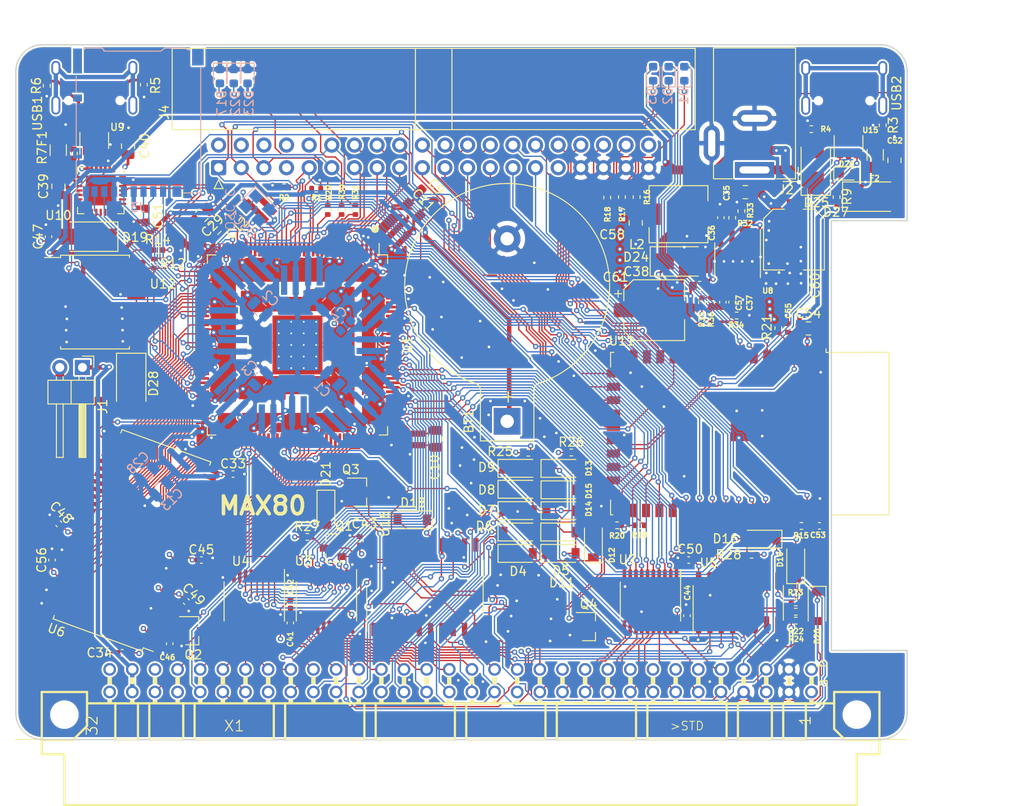
<source format=kicad_pcb>
(kicad_pcb (version 20171130) (host pcbnew 5.1.9-73d0e3b20d~88~ubuntu20.04.1)

  (general
    (thickness 1.6)
    (drawings 17)
    (tracks 3749)
    (zones 0)
    (modules 150)
    (nets 207)
  )

  (page A4)
  (title_block
    (title MAX80)
    (date 2021-01-31)
    (rev 0.01)
    (company "No name")
  )

  (layers
    (0 F.Cu signal)
    (1 In1.Cu signal)
    (2 In2.Cu signal)
    (31 B.Cu signal)
    (32 B.Adhes user)
    (33 F.Adhes user)
    (34 B.Paste user)
    (35 F.Paste user)
    (36 B.SilkS user)
    (37 F.SilkS user)
    (38 B.Mask user)
    (39 F.Mask user)
    (40 Dwgs.User user)
    (41 Cmts.User user)
    (42 Eco1.User user)
    (43 Eco2.User user)
    (44 Edge.Cuts user)
    (45 Margin user)
    (46 B.CrtYd user)
    (47 F.CrtYd user)
    (48 B.Fab user)
    (49 F.Fab user)
  )

  (setup
    (last_trace_width 0.15)
    (user_trace_width 0.3)
    (user_trace_width 0.5)
    (trace_clearance 0.15)
    (zone_clearance 0.2)
    (zone_45_only no)
    (trace_min 0.15)
    (via_size 0.6)
    (via_drill 0.3)
    (via_min_size 0.6)
    (via_min_drill 0.3)
    (uvia_size 0.3)
    (uvia_drill 0.1)
    (uvias_allowed no)
    (uvia_min_size 0.2)
    (uvia_min_drill 0.1)
    (edge_width 0.15)
    (segment_width 0.3)
    (pcb_text_width 0.3)
    (pcb_text_size 1.5 1.5)
    (mod_edge_width 0.15)
    (mod_text_size 1 1)
    (mod_text_width 0.15)
    (pad_size 2.6 1.6)
    (pad_drill 0)
    (pad_to_mask_clearance 0)
    (aux_axis_origin 0 0)
    (grid_origin 86.275 147.925)
    (visible_elements FFFFFF7F)
    (pcbplotparams
      (layerselection 0x010fc_ffffffff)
      (usegerberextensions false)
      (usegerberattributes true)
      (usegerberadvancedattributes true)
      (creategerberjobfile true)
      (excludeedgelayer true)
      (linewidth 0.100000)
      (plotframeref false)
      (viasonmask false)
      (mode 1)
      (useauxorigin false)
      (hpglpennumber 1)
      (hpglpenspeed 20)
      (hpglpendiameter 15.000000)
      (psnegative false)
      (psa4output false)
      (plotreference true)
      (plotvalue true)
      (plotinvisibletext false)
      (padsonsilk false)
      (subtractmaskfromsilk false)
      (outputformat 1)
      (mirror false)
      (drillshape 0)
      (scaleselection 1)
      (outputdirectory "abc80_gerber"))
  )

  (net 0 "")
  (net 1 VCC_ONE)
  (net 2 VCCA)
  (net 3 GND)
  (net 4 JTAGEN)
  (net 5 CLK0n)
  (net 6 +5V)
  (net 7 "Net-(R5-Pad2)")
  (net 8 "Net-(R6-Pad2)")
  (net 9 "Net-(R7-Pad1)")
  (net 10 "Net-(U10-Pad5)")
  (net 11 "Net-(U10-Pad4)")
  (net 12 "Net-(U9-Pad4)")
  (net 13 "Net-(U9-Pad6)")
  (net 14 "Net-(USB1-Pad13)")
  (net 15 "Net-(BT1-Pad1)")
  (net 16 /A4)
  (net 17 /A3)
  (net 18 /A2)
  (net 19 /A1)
  (net 20 /A0)
  (net 21 /IO0)
  (net 22 /IO3)
  (net 23 /IO4)
  (net 24 /IO5)
  (net 25 /IO6)
  (net 26 /IO7)
  (net 27 /WE)
  (net 28 /A11)
  (net 29 /IO9)
  (net 30 /A8)
  (net 31 /A7)
  (net 32 /A6)
  (net 33 /A5)
  (net 34 /A9)
  (net 35 /A10)
  (net 36 /A12)
  (net 37 /IO8)
  (net 38 /IO10)
  (net 39 /IO11)
  (net 40 /IO12)
  (net 41 /IO13)
  (net 42 /IO14)
  (net 43 /IO15)
  (net 44 /abc80bus/D7)
  (net 45 /abc80bus/D6)
  (net 46 /abc80bus/D5)
  (net 47 /abc80bus/D4)
  (net 48 /abc80bus/D3)
  (net 49 /abc80bus/D2)
  (net 50 /abc80bus/D1)
  (net 51 /abc80bus/D0)
  (net 52 /abc80bus/A8)
  (net 53 /abc80bus/A9)
  (net 54 /abc80bus/A10)
  (net 55 /abc80bus/A11)
  (net 56 /abc80bus/A12)
  (net 57 /abc80bus/A13)
  (net 58 /abc80bus/A14)
  (net 59 /abc80bus/A15)
  (net 60 /abc80bus/A7)
  (net 61 /abc80bus/A6)
  (net 62 /abc80bus/A5)
  (net 63 /abc80bus/A4)
  (net 64 /abc80bus/A3)
  (net 65 /abc80bus/A2)
  (net 66 /abc80bus/A1)
  (net 67 /abc80bus/A0)
  (net 68 /IO1)
  (net 69 /IO2)
  (net 70 /32KHZ)
  (net 71 /RTC_INT)
  (net 72 /abc80bus/ABC5V)
  (net 73 /SD_DAT1)
  (net 74 /SD_DAT2)
  (net 75 /SD_DAT3)
  (net 76 /SD_CMD)
  (net 77 /SD_CLK)
  (net 78 /SD_DAT0)
  (net 79 FPGA_TDI)
  (net 80 FPGA_TMS)
  (net 81 FPGA_TDO)
  (net 82 FPGA_TCK)
  (net 83 ABC_CLK_5)
  (net 84 /FPGA_SCL)
  (net 85 /FPGA_SDA)
  (net 86 FPGA_SPI_MISO)
  (net 87 FPGA_SPI_MOSI)
  (net 88 FPGA_SPI_CLK)
  (net 89 FGPA_SPI_CS_ESP32)
  (net 90 INT_ESP32)
  (net 91 "Net-(C53-Pad1)")
  (net 92 "Net-(F2-Pad2)")
  (net 93 ESP32_TDO)
  (net 94 ESP32_TCK)
  (net 95 ESP32_TMS)
  (net 96 ESP32_IO0)
  (net 97 ESP32_RXD)
  (net 98 ESP32_TXD)
  (net 99 ESP32_EN)
  (net 100 "Net-(R3-Pad2)")
  (net 101 "Net-(R4-Pad2)")
  (net 102 /ESP32/USB_D-)
  (net 103 /ESP32/USB_D+)
  (net 104 ESP32_TDI)
  (net 105 "Net-(U15-Pad6)")
  (net 106 "Net-(U15-Pad4)")
  (net 107 "Net-(USB2-Pad13)")
  (net 108 "Net-(D1-Pad2)")
  (net 109 "Net-(D1-Pad1)")
  (net 110 "Net-(D2-Pad2)")
  (net 111 "Net-(D2-Pad1)")
  (net 112 "Net-(D3-Pad2)")
  (net 113 "Net-(D3-Pad1)")
  (net 114 ESP32_SCL)
  (net 115 ESP32_SDA)
  (net 116 ESP32_CS2)
  (net 117 ESP32_CS0)
  (net 118 ESP32_MISO)
  (net 119 ESP32_SCK)
  (net 120 ESP32_MOSI)
  (net 121 ESP32_CS1)
  (net 122 /FPGA_USB_TXD)
  (net 123 /FPGA_USB_RXD)
  (net 124 /abc80bus/~XMEMW80)
  (net 125 /abc80bus/~CS)
  (net 126 /abc80bus/~C4)
  (net 127 /abc80bus/~C3)
  (net 128 /abc80bus/~C2)
  (net 129 /abc80bus/~C1)
  (net 130 /abc80bus/~OUT)
  (net 131 /abc80bus/~XOUT)
  (net 132 /abc80bus/~RST)
  (net 133 ~IORD)
  (net 134 /abc80bus/~XMEMFL)
  (net 135 /abc80bus/~XIN)
  (net 136 /abc80bus/~INP)
  (net 137 /abc80bus/~STATUS)
  (net 138 ~MEMRW)
  (net 139 "Net-(D18-Pad1)")
  (net 140 /abc80bus/~XINPSTB)
  (net 141 /abc80bus/~XOUTSTB)
  (net 142 /abc80bus/~XMEMW800)
  (net 143 ADSEL0)
  (net 144 ADSEL1)
  (net 145 "Net-(U3-Pad19)")
  (net 146 "Net-(U4-Pad19)")
  (net 147 /abc80bus/~INT)
  (net 148 ~IORW)
  (net 149 ~MEMRD)
  (net 150 AD0)
  (net 151 AD1)
  (net 152 AD2)
  (net 153 AD3)
  (net 154 AD4)
  (net 155 AD5)
  (net 156 AD6)
  (net 157 AD7)
  (net 158 O1)
  (net 159 O2)
  (net 160 /abc80bus/~RESIN)
  (net 161 /abc80bus/~XM)
  (net 162 /abc80bus/Y0)
  (net 163 /abc80bus/~Y0)
  (net 164 "Net-(D20-Pad1)")
  (net 165 "Net-(D21-Pad1)")
  (net 166 /FPGA_LED1)
  (net 167 /FPGA_LED2)
  (net 168 /FPGA_LED3)
  (net 169 "Net-(D17-Pad2)")
  (net 170 "Net-(D22-Pad2)")
  (net 171 "Net-(D23-Pad2)")
  (net 172 FPGA_GPIO3)
  (net 173 FPGA_GPIO2)
  (net 174 FPGA_GPIO1)
  (net 175 FPGA_GPIO0)
  (net 176 FPGA_GPIO5)
  (net 177 FPGA_GPIO4)
  (net 178 "Net-(C36-Pad1)")
  (net 179 "Net-(C37-Pad2)")
  (net 180 "Net-(C37-Pad1)")
  (net 181 "Net-(C38-Pad2)")
  (net 182 "Net-(R32-Pad2)")
  (net 183 "Net-(R35-Pad2)")
  (net 184 "Net-(C38-Pad1)")
  (net 185 /abc80bus/READY)
  (net 186 /abc80bus/~NMI)
  (net 187 ~FPGA_READY)
  (net 188 FPGA_NMI)
  (net 189 "Net-(U1-Pad88)")
  (net 190 "Net-(C39-Pad2)")
  (net 191 "Net-(C52-Pad2)")
  (net 192 "Net-(D26-Pad2)")
  (net 193 FPGA_RESIN)
  (net 194 ABC_CLK_3)
  (net 195 /DQMH)
  (net 196 /CLK)
  (net 197 /CKE)
  (net 198 /BA1)
  (net 199 /BA0)
  (net 200 /CS)
  (net 201 /RAS)
  (net 202 /CAS)
  (net 203 /DQML)
  (net 204 "Net-(D28-Pad2)")
  (net 205 "Net-(D25-Pad2)")
  (net 206 "Net-(F1-Pad2)")

  (net_class Default "This is the default net class."
    (clearance 0.15)
    (trace_width 0.15)
    (via_dia 0.6)
    (via_drill 0.3)
    (uvia_dia 0.3)
    (uvia_drill 0.1)
    (add_net +5V)
    (add_net /32KHZ)
    (add_net /A0)
    (add_net /A1)
    (add_net /A10)
    (add_net /A11)
    (add_net /A12)
    (add_net /A2)
    (add_net /A3)
    (add_net /A4)
    (add_net /A5)
    (add_net /A6)
    (add_net /A7)
    (add_net /A8)
    (add_net /A9)
    (add_net /BA0)
    (add_net /BA1)
    (add_net /CAS)
    (add_net /CKE)
    (add_net /CLK)
    (add_net /CS)
    (add_net /DQMH)
    (add_net /DQML)
    (add_net /ESP32/USB_D+)
    (add_net /ESP32/USB_D-)
    (add_net /FPGA_LED1)
    (add_net /FPGA_LED2)
    (add_net /FPGA_LED3)
    (add_net /FPGA_SCL)
    (add_net /FPGA_SDA)
    (add_net /FPGA_USB_RXD)
    (add_net /FPGA_USB_TXD)
    (add_net /IO0)
    (add_net /IO1)
    (add_net /IO10)
    (add_net /IO11)
    (add_net /IO12)
    (add_net /IO13)
    (add_net /IO14)
    (add_net /IO15)
    (add_net /IO2)
    (add_net /IO3)
    (add_net /IO4)
    (add_net /IO5)
    (add_net /IO6)
    (add_net /IO7)
    (add_net /IO8)
    (add_net /IO9)
    (add_net /RAS)
    (add_net /RTC_INT)
    (add_net /SD_CLK)
    (add_net /SD_CMD)
    (add_net /SD_DAT0)
    (add_net /SD_DAT1)
    (add_net /SD_DAT2)
    (add_net /SD_DAT3)
    (add_net /WE)
    (add_net /abc80bus/A0)
    (add_net /abc80bus/A1)
    (add_net /abc80bus/A10)
    (add_net /abc80bus/A11)
    (add_net /abc80bus/A12)
    (add_net /abc80bus/A13)
    (add_net /abc80bus/A14)
    (add_net /abc80bus/A15)
    (add_net /abc80bus/A2)
    (add_net /abc80bus/A3)
    (add_net /abc80bus/A4)
    (add_net /abc80bus/A5)
    (add_net /abc80bus/A6)
    (add_net /abc80bus/A7)
    (add_net /abc80bus/A8)
    (add_net /abc80bus/A9)
    (add_net /abc80bus/ABC5V)
    (add_net /abc80bus/D0)
    (add_net /abc80bus/D1)
    (add_net /abc80bus/D2)
    (add_net /abc80bus/D3)
    (add_net /abc80bus/D4)
    (add_net /abc80bus/D5)
    (add_net /abc80bus/D6)
    (add_net /abc80bus/D7)
    (add_net /abc80bus/READY)
    (add_net /abc80bus/Y0)
    (add_net /abc80bus/~C1)
    (add_net /abc80bus/~C2)
    (add_net /abc80bus/~C3)
    (add_net /abc80bus/~C4)
    (add_net /abc80bus/~CS)
    (add_net /abc80bus/~INP)
    (add_net /abc80bus/~INT)
    (add_net /abc80bus/~NMI)
    (add_net /abc80bus/~OUT)
    (add_net /abc80bus/~RESIN)
    (add_net /abc80bus/~RST)
    (add_net /abc80bus/~STATUS)
    (add_net /abc80bus/~XIN)
    (add_net /abc80bus/~XINPSTB)
    (add_net /abc80bus/~XM)
    (add_net /abc80bus/~XMEMFL)
    (add_net /abc80bus/~XMEMW80)
    (add_net /abc80bus/~XMEMW800)
    (add_net /abc80bus/~XOUT)
    (add_net /abc80bus/~XOUTSTB)
    (add_net /abc80bus/~Y0)
    (add_net ABC_CLK_3)
    (add_net ABC_CLK_5)
    (add_net AD0)
    (add_net AD1)
    (add_net AD2)
    (add_net AD3)
    (add_net AD4)
    (add_net AD5)
    (add_net AD6)
    (add_net AD7)
    (add_net ADSEL0)
    (add_net ADSEL1)
    (add_net CLK0n)
    (add_net ESP32_CS0)
    (add_net ESP32_CS1)
    (add_net ESP32_CS2)
    (add_net ESP32_EN)
    (add_net ESP32_IO0)
    (add_net ESP32_MISO)
    (add_net ESP32_MOSI)
    (add_net ESP32_RXD)
    (add_net ESP32_SCK)
    (add_net ESP32_SCL)
    (add_net ESP32_SDA)
    (add_net ESP32_TCK)
    (add_net ESP32_TDI)
    (add_net ESP32_TDO)
    (add_net ESP32_TMS)
    (add_net ESP32_TXD)
    (add_net FGPA_SPI_CS_ESP32)
    (add_net FPGA_GPIO0)
    (add_net FPGA_GPIO1)
    (add_net FPGA_GPIO2)
    (add_net FPGA_GPIO3)
    (add_net FPGA_GPIO4)
    (add_net FPGA_GPIO5)
    (add_net FPGA_NMI)
    (add_net FPGA_RESIN)
    (add_net FPGA_SPI_CLK)
    (add_net FPGA_SPI_MISO)
    (add_net FPGA_SPI_MOSI)
    (add_net FPGA_TCK)
    (add_net FPGA_TDI)
    (add_net FPGA_TDO)
    (add_net FPGA_TMS)
    (add_net GND)
    (add_net INT_ESP32)
    (add_net JTAGEN)
    (add_net "Net-(BT1-Pad1)")
    (add_net "Net-(C36-Pad1)")
    (add_net "Net-(C37-Pad1)")
    (add_net "Net-(C37-Pad2)")
    (add_net "Net-(C38-Pad1)")
    (add_net "Net-(C38-Pad2)")
    (add_net "Net-(C39-Pad2)")
    (add_net "Net-(C52-Pad2)")
    (add_net "Net-(C53-Pad1)")
    (add_net "Net-(D1-Pad1)")
    (add_net "Net-(D1-Pad2)")
    (add_net "Net-(D17-Pad2)")
    (add_net "Net-(D18-Pad1)")
    (add_net "Net-(D2-Pad1)")
    (add_net "Net-(D2-Pad2)")
    (add_net "Net-(D20-Pad1)")
    (add_net "Net-(D21-Pad1)")
    (add_net "Net-(D22-Pad2)")
    (add_net "Net-(D23-Pad2)")
    (add_net "Net-(D25-Pad2)")
    (add_net "Net-(D26-Pad2)")
    (add_net "Net-(D28-Pad2)")
    (add_net "Net-(D3-Pad1)")
    (add_net "Net-(D3-Pad2)")
    (add_net "Net-(F1-Pad2)")
    (add_net "Net-(F2-Pad2)")
    (add_net "Net-(R3-Pad2)")
    (add_net "Net-(R32-Pad2)")
    (add_net "Net-(R35-Pad2)")
    (add_net "Net-(R4-Pad2)")
    (add_net "Net-(R5-Pad2)")
    (add_net "Net-(R6-Pad2)")
    (add_net "Net-(R7-Pad1)")
    (add_net "Net-(U1-Pad88)")
    (add_net "Net-(U10-Pad4)")
    (add_net "Net-(U10-Pad5)")
    (add_net "Net-(U15-Pad4)")
    (add_net "Net-(U15-Pad6)")
    (add_net "Net-(U3-Pad19)")
    (add_net "Net-(U4-Pad19)")
    (add_net "Net-(U9-Pad4)")
    (add_net "Net-(U9-Pad6)")
    (add_net "Net-(USB1-Pad13)")
    (add_net "Net-(USB2-Pad13)")
    (add_net O1)
    (add_net O2)
    (add_net VCCA)
    (add_net VCC_ONE)
    (add_net ~FPGA_READY)
    (add_net ~IORD)
    (add_net ~IORW)
    (add_net ~MEMRD)
    (add_net ~MEMRW)
  )

  (module Diode_SMD:D_SMA (layer F.Cu) (tedit 586432E5) (tstamp 6032CF27)
    (at 65.447 139.035 270)
    (descr "Diode SMA (DO-214AC)")
    (tags "Diode SMA (DO-214AC)")
    (path /6013B380/603612AB)
    (attr smd)
    (fp_text reference D28 (at 0 -2.5 90) (layer F.SilkS)
      (effects (font (size 1 1) (thickness 0.15)))
    )
    (fp_text value MBRA340T (at 0 2.6 90) (layer F.Fab)
      (effects (font (size 1 1) (thickness 0.15)))
    )
    (fp_line (start -3.4 -1.65) (end -3.4 1.65) (layer F.SilkS) (width 0.12))
    (fp_line (start 2.3 1.5) (end -2.3 1.5) (layer F.Fab) (width 0.1))
    (fp_line (start -2.3 1.5) (end -2.3 -1.5) (layer F.Fab) (width 0.1))
    (fp_line (start 2.3 -1.5) (end 2.3 1.5) (layer F.Fab) (width 0.1))
    (fp_line (start 2.3 -1.5) (end -2.3 -1.5) (layer F.Fab) (width 0.1))
    (fp_line (start -3.5 -1.75) (end 3.5 -1.75) (layer F.CrtYd) (width 0.05))
    (fp_line (start 3.5 -1.75) (end 3.5 1.75) (layer F.CrtYd) (width 0.05))
    (fp_line (start 3.5 1.75) (end -3.5 1.75) (layer F.CrtYd) (width 0.05))
    (fp_line (start -3.5 1.75) (end -3.5 -1.75) (layer F.CrtYd) (width 0.05))
    (fp_line (start -0.64944 0.00102) (end -1.55114 0.00102) (layer F.Fab) (width 0.1))
    (fp_line (start 0.50118 0.00102) (end 1.4994 0.00102) (layer F.Fab) (width 0.1))
    (fp_line (start -0.64944 -0.79908) (end -0.64944 0.80112) (layer F.Fab) (width 0.1))
    (fp_line (start 0.50118 0.75032) (end 0.50118 -0.79908) (layer F.Fab) (width 0.1))
    (fp_line (start -0.64944 0.00102) (end 0.50118 0.75032) (layer F.Fab) (width 0.1))
    (fp_line (start -0.64944 0.00102) (end 0.50118 -0.79908) (layer F.Fab) (width 0.1))
    (fp_line (start -3.4 1.65) (end 2 1.65) (layer F.SilkS) (width 0.12))
    (fp_line (start -3.4 -1.65) (end 2 -1.65) (layer F.SilkS) (width 0.12))
    (fp_text user %R (at 0 -2.5 90) (layer F.Fab)
      (effects (font (size 1 1) (thickness 0.15)))
    )
    (pad 2 smd rect (at 2 0 270) (size 2.5 1.8) (layers F.Cu F.Paste F.Mask)
      (net 204 "Net-(D28-Pad2)"))
    (pad 1 smd rect (at -2 0 270) (size 2.5 1.8) (layers F.Cu F.Paste F.Mask)
      (net 6 +5V))
    (model ${KISYS3DMOD}/Diode_SMD.3dshapes/D_SMA.wrl
      (at (xyz 0 0 0))
      (scale (xyz 1 1 1))
      (rotate (xyz 0 0 0))
    )
  )

  (module Capacitor_SMD:C_0402_1005Metric (layer F.Cu) (tedit 5F68FEEE) (tstamp 603AB2EA)
    (at 56.557 158.847 90)
    (descr "Capacitor SMD 0402 (1005 Metric), square (rectangular) end terminal, IPC_7351 nominal, (Body size source: IPC-SM-782 page 76, https://www.pcb-3d.com/wordpress/wp-content/uploads/ipc-sm-782a_amendment_1_and_2.pdf), generated with kicad-footprint-generator")
    (tags capacitor)
    (path /6091A70C)
    (attr smd)
    (fp_text reference C56 (at 0 -1.16 90) (layer F.SilkS)
      (effects (font (size 1 1) (thickness 0.15)))
    )
    (fp_text value 100nF (at 0 1.16 90) (layer F.Fab)
      (effects (font (size 1 1) (thickness 0.15)))
    )
    (fp_line (start -0.5 0.25) (end -0.5 -0.25) (layer F.Fab) (width 0.1))
    (fp_line (start -0.5 -0.25) (end 0.5 -0.25) (layer F.Fab) (width 0.1))
    (fp_line (start 0.5 -0.25) (end 0.5 0.25) (layer F.Fab) (width 0.1))
    (fp_line (start 0.5 0.25) (end -0.5 0.25) (layer F.Fab) (width 0.1))
    (fp_line (start -0.107836 -0.36) (end 0.107836 -0.36) (layer F.SilkS) (width 0.12))
    (fp_line (start -0.107836 0.36) (end 0.107836 0.36) (layer F.SilkS) (width 0.12))
    (fp_line (start -0.91 0.46) (end -0.91 -0.46) (layer F.CrtYd) (width 0.05))
    (fp_line (start -0.91 -0.46) (end 0.91 -0.46) (layer F.CrtYd) (width 0.05))
    (fp_line (start 0.91 -0.46) (end 0.91 0.46) (layer F.CrtYd) (width 0.05))
    (fp_line (start 0.91 0.46) (end -0.91 0.46) (layer F.CrtYd) (width 0.05))
    (fp_text user %R (at 0 0 90) (layer F.Fab)
      (effects (font (size 0.25 0.25) (thickness 0.04)))
    )
    (pad 2 smd roundrect (at 0.48 0 90) (size 0.56 0.62) (layers F.Cu F.Paste F.Mask) (roundrect_rratio 0.25)
      (net 3 GND))
    (pad 1 smd roundrect (at -0.48 0 90) (size 0.56 0.62) (layers F.Cu F.Paste F.Mask) (roundrect_rratio 0.25)
      (net 1 VCC_ONE))
    (model ${KISYS3DMOD}/Capacitor_SMD.3dshapes/C_0402_1005Metric.wrl
      (at (xyz 0 0 0))
      (scale (xyz 1 1 1))
      (rotate (xyz 0 0 0))
    )
  )

  (module Capacitor_SMD:C_0402_1005Metric (layer F.Cu) (tedit 5F68FEEE) (tstamp 603AB1B9)
    (at 69.765 168.245 270)
    (descr "Capacitor SMD 0402 (1005 Metric), square (rectangular) end terminal, IPC_7351 nominal, (Body size source: IPC-SM-782 page 76, https://www.pcb-3d.com/wordpress/wp-content/uploads/ipc-sm-782a_amendment_1_and_2.pdf), generated with kicad-footprint-generator")
    (tags capacitor)
    (path /60932F0E)
    (attr smd)
    (fp_text reference C46 (at 1.524 0.254 180) (layer F.SilkS)
      (effects (font (size 0.6 0.6) (thickness 0.15)))
    )
    (fp_text value 100nF (at 0 1.16 90) (layer F.Fab)
      (effects (font (size 1 1) (thickness 0.15)))
    )
    (fp_line (start -0.5 0.25) (end -0.5 -0.25) (layer F.Fab) (width 0.1))
    (fp_line (start -0.5 -0.25) (end 0.5 -0.25) (layer F.Fab) (width 0.1))
    (fp_line (start 0.5 -0.25) (end 0.5 0.25) (layer F.Fab) (width 0.1))
    (fp_line (start 0.5 0.25) (end -0.5 0.25) (layer F.Fab) (width 0.1))
    (fp_line (start -0.107836 -0.36) (end 0.107836 -0.36) (layer F.SilkS) (width 0.12))
    (fp_line (start -0.107836 0.36) (end 0.107836 0.36) (layer F.SilkS) (width 0.12))
    (fp_line (start -0.91 0.46) (end -0.91 -0.46) (layer F.CrtYd) (width 0.05))
    (fp_line (start -0.91 -0.46) (end 0.91 -0.46) (layer F.CrtYd) (width 0.05))
    (fp_line (start 0.91 -0.46) (end 0.91 0.46) (layer F.CrtYd) (width 0.05))
    (fp_line (start 0.91 0.46) (end -0.91 0.46) (layer F.CrtYd) (width 0.05))
    (fp_text user %R (at 0 0 90) (layer F.Fab)
      (effects (font (size 0.25 0.25) (thickness 0.04)))
    )
    (pad 2 smd roundrect (at 0.48 0 270) (size 0.56 0.62) (layers F.Cu F.Paste F.Mask) (roundrect_rratio 0.25)
      (net 3 GND))
    (pad 1 smd roundrect (at -0.48 0 270) (size 0.56 0.62) (layers F.Cu F.Paste F.Mask) (roundrect_rratio 0.25)
      (net 1 VCC_ONE))
    (model ${KISYS3DMOD}/Capacitor_SMD.3dshapes/C_0402_1005Metric.wrl
      (at (xyz 0 0 0))
      (scale (xyz 1 1 1))
      (rotate (xyz 0 0 0))
    )
  )

  (module Capacitor_SMD:C_0402_1005Metric (layer F.Cu) (tedit 5F68FEEE) (tstamp 603AB1A8)
    (at 73.321 158.847)
    (descr "Capacitor SMD 0402 (1005 Metric), square (rectangular) end terminal, IPC_7351 nominal, (Body size source: IPC-SM-782 page 76, https://www.pcb-3d.com/wordpress/wp-content/uploads/ipc-sm-782a_amendment_1_and_2.pdf), generated with kicad-footprint-generator")
    (tags capacitor)
    (path /6094CE83)
    (attr smd)
    (fp_text reference C45 (at 0 -1.16) (layer F.SilkS)
      (effects (font (size 1 1) (thickness 0.15)))
    )
    (fp_text value 100nF (at 0 1.16) (layer F.Fab)
      (effects (font (size 1 1) (thickness 0.15)))
    )
    (fp_line (start -0.5 0.25) (end -0.5 -0.25) (layer F.Fab) (width 0.1))
    (fp_line (start -0.5 -0.25) (end 0.5 -0.25) (layer F.Fab) (width 0.1))
    (fp_line (start 0.5 -0.25) (end 0.5 0.25) (layer F.Fab) (width 0.1))
    (fp_line (start 0.5 0.25) (end -0.5 0.25) (layer F.Fab) (width 0.1))
    (fp_line (start -0.107836 -0.36) (end 0.107836 -0.36) (layer F.SilkS) (width 0.12))
    (fp_line (start -0.107836 0.36) (end 0.107836 0.36) (layer F.SilkS) (width 0.12))
    (fp_line (start -0.91 0.46) (end -0.91 -0.46) (layer F.CrtYd) (width 0.05))
    (fp_line (start -0.91 -0.46) (end 0.91 -0.46) (layer F.CrtYd) (width 0.05))
    (fp_line (start 0.91 -0.46) (end 0.91 0.46) (layer F.CrtYd) (width 0.05))
    (fp_line (start 0.91 0.46) (end -0.91 0.46) (layer F.CrtYd) (width 0.05))
    (fp_text user %R (at 0 0) (layer F.Fab)
      (effects (font (size 0.25 0.25) (thickness 0.04)))
    )
    (pad 2 smd roundrect (at 0.48 0) (size 0.56 0.62) (layers F.Cu F.Paste F.Mask) (roundrect_rratio 0.25)
      (net 3 GND))
    (pad 1 smd roundrect (at -0.48 0) (size 0.56 0.62) (layers F.Cu F.Paste F.Mask) (roundrect_rratio 0.25)
      (net 1 VCC_ONE))
    (model ${KISYS3DMOD}/Capacitor_SMD.3dshapes/C_0402_1005Metric.wrl
      (at (xyz 0 0 0))
      (scale (xyz 1 1 1))
      (rotate (xyz 0 0 0))
    )
  )

  (module Capacitor_SMD:C_0402_1005Metric (layer F.Cu) (tedit 5F68FEEE) (tstamp 603AC9A5)
    (at 64.431 169.261 180)
    (descr "Capacitor SMD 0402 (1005 Metric), square (rectangular) end terminal, IPC_7351 nominal, (Body size source: IPC-SM-782 page 76, https://www.pcb-3d.com/wordpress/wp-content/uploads/ipc-sm-782a_amendment_1_and_2.pdf), generated with kicad-footprint-generator")
    (tags capacitor)
    (path /6097D4FE)
    (attr smd)
    (fp_text reference C34 (at 2.54 0) (layer F.SilkS)
      (effects (font (size 1 1) (thickness 0.15)))
    )
    (fp_text value 100nF (at 0 1.16) (layer F.Fab)
      (effects (font (size 1 1) (thickness 0.15)))
    )
    (fp_line (start -0.5 0.25) (end -0.5 -0.25) (layer F.Fab) (width 0.1))
    (fp_line (start -0.5 -0.25) (end 0.5 -0.25) (layer F.Fab) (width 0.1))
    (fp_line (start 0.5 -0.25) (end 0.5 0.25) (layer F.Fab) (width 0.1))
    (fp_line (start 0.5 0.25) (end -0.5 0.25) (layer F.Fab) (width 0.1))
    (fp_line (start -0.107836 -0.36) (end 0.107836 -0.36) (layer F.SilkS) (width 0.12))
    (fp_line (start -0.107836 0.36) (end 0.107836 0.36) (layer F.SilkS) (width 0.12))
    (fp_line (start -0.91 0.46) (end -0.91 -0.46) (layer F.CrtYd) (width 0.05))
    (fp_line (start -0.91 -0.46) (end 0.91 -0.46) (layer F.CrtYd) (width 0.05))
    (fp_line (start 0.91 -0.46) (end 0.91 0.46) (layer F.CrtYd) (width 0.05))
    (fp_line (start 0.91 0.46) (end -0.91 0.46) (layer F.CrtYd) (width 0.05))
    (fp_text user %R (at 0 0) (layer F.Fab)
      (effects (font (size 0.25 0.25) (thickness 0.04)))
    )
    (pad 2 smd roundrect (at 0.48 0 180) (size 0.56 0.62) (layers F.Cu F.Paste F.Mask) (roundrect_rratio 0.25)
      (net 3 GND))
    (pad 1 smd roundrect (at -0.48 0 180) (size 0.56 0.62) (layers F.Cu F.Paste F.Mask) (roundrect_rratio 0.25)
      (net 1 VCC_ONE))
    (model ${KISYS3DMOD}/Capacitor_SMD.3dshapes/C_0402_1005Metric.wrl
      (at (xyz 0 0 0))
      (scale (xyz 1 1 1))
      (rotate (xyz 0 0 0))
    )
  )

  (module Capacitor_SMD:C_0402_1005Metric (layer F.Cu) (tedit 5F68FEEE) (tstamp 603AB046)
    (at 76.877 149.195)
    (descr "Capacitor SMD 0402 (1005 Metric), square (rectangular) end terminal, IPC_7351 nominal, (Body size source: IPC-SM-782 page 76, https://www.pcb-3d.com/wordpress/wp-content/uploads/ipc-sm-782a_amendment_1_and_2.pdf), generated with kicad-footprint-generator")
    (tags capacitor)
    (path /60997E09)
    (attr smd)
    (fp_text reference C33 (at 0 -1.16) (layer F.SilkS)
      (effects (font (size 1 1) (thickness 0.15)))
    )
    (fp_text value 100nF (at 0 1.16) (layer F.Fab)
      (effects (font (size 1 1) (thickness 0.15)))
    )
    (fp_line (start -0.5 0.25) (end -0.5 -0.25) (layer F.Fab) (width 0.1))
    (fp_line (start -0.5 -0.25) (end 0.5 -0.25) (layer F.Fab) (width 0.1))
    (fp_line (start 0.5 -0.25) (end 0.5 0.25) (layer F.Fab) (width 0.1))
    (fp_line (start 0.5 0.25) (end -0.5 0.25) (layer F.Fab) (width 0.1))
    (fp_line (start -0.107836 -0.36) (end 0.107836 -0.36) (layer F.SilkS) (width 0.12))
    (fp_line (start -0.107836 0.36) (end 0.107836 0.36) (layer F.SilkS) (width 0.12))
    (fp_line (start -0.91 0.46) (end -0.91 -0.46) (layer F.CrtYd) (width 0.05))
    (fp_line (start -0.91 -0.46) (end 0.91 -0.46) (layer F.CrtYd) (width 0.05))
    (fp_line (start 0.91 -0.46) (end 0.91 0.46) (layer F.CrtYd) (width 0.05))
    (fp_line (start 0.91 0.46) (end -0.91 0.46) (layer F.CrtYd) (width 0.05))
    (fp_text user %R (at 0 0) (layer F.Fab)
      (effects (font (size 0.25 0.25) (thickness 0.04)))
    )
    (pad 2 smd roundrect (at 0.48 0) (size 0.56 0.62) (layers F.Cu F.Paste F.Mask) (roundrect_rratio 0.25)
      (net 3 GND))
    (pad 1 smd roundrect (at -0.48 0) (size 0.56 0.62) (layers F.Cu F.Paste F.Mask) (roundrect_rratio 0.25)
      (net 1 VCC_ONE))
    (model ${KISYS3DMOD}/Capacitor_SMD.3dshapes/C_0402_1005Metric.wrl
      (at (xyz 0 0 0))
      (scale (xyz 1 1 1))
      (rotate (xyz 0 0 0))
    )
  )

  (module Package_SO:TSOP-II-54_22.2x10.16mm_P0.8mm (layer F.Cu) (tedit 5B589EC7) (tstamp 60346482)
    (at 65.535 156.645 160)
    (descr "54-lead TSOP typ II package")
    (tags "TSOPII TSOP2")
    (path /604F9283)
    (attr smd)
    (fp_text reference U6 (at 4.513002 -12.365253 160) (layer F.SilkS)
      (effects (font (size 1 1) (thickness 0.15)))
    )
    (fp_text value MT48LC16M16A2P-6A (at 0 12.5 160) (layer F.Fab)
      (effects (font (size 0.85 0.85) (thickness 0.15)))
    )
    (fp_line (start -6.76 -11.36) (end -6.76 11.36) (layer F.CrtYd) (width 0.05))
    (fp_line (start 6.76 11.36) (end -6.76 11.36) (layer F.CrtYd) (width 0.05))
    (fp_line (start 6.76 -11.36) (end 6.76 11.36) (layer F.CrtYd) (width 0.05))
    (fp_line (start -6.76 -11.36) (end 6.76 -11.36) (layer F.CrtYd) (width 0.05))
    (fp_line (start -5.3 10.9) (end -5.3 11.3) (layer F.SilkS) (width 0.12))
    (fp_line (start 5.3 10.9) (end 5.3 11.3) (layer F.SilkS) (width 0.12))
    (fp_line (start 5.3 -11.3) (end 5.3 -10.9) (layer F.SilkS) (width 0.12))
    (fp_line (start -5.3 11.3) (end 5.3 11.3) (layer F.SilkS) (width 0.12))
    (fp_line (start -5.3 -11.3) (end 5.3 -11.3) (layer F.SilkS) (width 0.12))
    (fp_line (start -5.3 -10.9) (end -5.3 -11.3) (layer F.SilkS) (width 0.12))
    (fp_line (start -6.5 -10.9) (end -5.3 -10.9) (layer F.SilkS) (width 0.12))
    (fp_line (start -4.08 -11.11) (end -5.08 -10.11) (layer F.Fab) (width 0.1))
    (fp_line (start -5.08 11.11) (end -5.08 -10.11) (layer F.Fab) (width 0.1))
    (fp_line (start 5.08 11.11) (end -5.08 11.11) (layer F.Fab) (width 0.1))
    (fp_line (start 5.08 -11.11) (end 5.08 11.11) (layer F.Fab) (width 0.1))
    (fp_line (start -4.08 -11.11) (end 5.08 -11.11) (layer F.Fab) (width 0.1))
    (fp_text user %R (at 0 0 160) (layer F.Fab)
      (effects (font (size 1 1) (thickness 0.15)))
    )
    (pad 54 smd rect (at 5.75 -10.4 160) (size 1.51 0.458) (layers F.Cu F.Paste F.Mask)
      (net 3 GND))
    (pad 53 smd rect (at 5.75 -9.6 160) (size 1.51 0.458) (layers F.Cu F.Paste F.Mask)
      (net 43 /IO15))
    (pad 52 smd rect (at 5.75 -8.8 160) (size 1.51 0.458) (layers F.Cu F.Paste F.Mask)
      (net 3 GND))
    (pad 51 smd rect (at 5.75 -8 160) (size 1.51 0.458) (layers F.Cu F.Paste F.Mask)
      (net 42 /IO14))
    (pad 50 smd rect (at 5.75 -7.2 160) (size 1.51 0.458) (layers F.Cu F.Paste F.Mask)
      (net 41 /IO13))
    (pad 49 smd rect (at 5.75 -6.4 160) (size 1.51 0.458) (layers F.Cu F.Paste F.Mask)
      (net 1 VCC_ONE))
    (pad 48 smd rect (at 5.75 -5.6 160) (size 1.51 0.458) (layers F.Cu F.Paste F.Mask)
      (net 40 /IO12))
    (pad 47 smd rect (at 5.75 -4.8 160) (size 1.51 0.458) (layers F.Cu F.Paste F.Mask)
      (net 39 /IO11))
    (pad 46 smd rect (at 5.75 -4 160) (size 1.51 0.458) (layers F.Cu F.Paste F.Mask)
      (net 3 GND))
    (pad 45 smd rect (at 5.75 -3.2 160) (size 1.51 0.458) (layers F.Cu F.Paste F.Mask)
      (net 38 /IO10))
    (pad 44 smd rect (at 5.75 -2.4 160) (size 1.51 0.458) (layers F.Cu F.Paste F.Mask)
      (net 29 /IO9))
    (pad 43 smd rect (at 5.75 -1.6 160) (size 1.51 0.458) (layers F.Cu F.Paste F.Mask)
      (net 1 VCC_ONE))
    (pad 42 smd rect (at 5.75 -0.8 160) (size 1.51 0.458) (layers F.Cu F.Paste F.Mask)
      (net 37 /IO8))
    (pad 41 smd rect (at 5.75 0 160) (size 1.51 0.458) (layers F.Cu F.Paste F.Mask)
      (net 3 GND))
    (pad 40 smd rect (at 5.75 0.8 160) (size 1.51 0.458) (layers F.Cu F.Paste F.Mask))
    (pad 39 smd rect (at 5.75 1.6 160) (size 1.51 0.458) (layers F.Cu F.Paste F.Mask)
      (net 195 /DQMH))
    (pad 38 smd rect (at 5.75 2.4 160) (size 1.51 0.458) (layers F.Cu F.Paste F.Mask)
      (net 196 /CLK))
    (pad 37 smd rect (at 5.75 3.2 160) (size 1.51 0.458) (layers F.Cu F.Paste F.Mask)
      (net 197 /CKE))
    (pad 36 smd rect (at 5.75 4 160) (size 1.51 0.458) (layers F.Cu F.Paste F.Mask)
      (net 36 /A12))
    (pad 35 smd rect (at 5.75 4.8 160) (size 1.51 0.458) (layers F.Cu F.Paste F.Mask)
      (net 28 /A11))
    (pad 34 smd rect (at 5.75 5.6 160) (size 1.51 0.458) (layers F.Cu F.Paste F.Mask)
      (net 34 /A9))
    (pad 33 smd rect (at 5.75 6.4 160) (size 1.51 0.458) (layers F.Cu F.Paste F.Mask)
      (net 30 /A8))
    (pad 32 smd rect (at 5.75 7.2 160) (size 1.51 0.458) (layers F.Cu F.Paste F.Mask)
      (net 31 /A7))
    (pad 31 smd rect (at 5.75 8 160) (size 1.51 0.458) (layers F.Cu F.Paste F.Mask)
      (net 32 /A6))
    (pad 30 smd rect (at 5.75 8.8 160) (size 1.51 0.458) (layers F.Cu F.Paste F.Mask)
      (net 33 /A5))
    (pad 29 smd rect (at 5.75 9.6 160) (size 1.51 0.458) (layers F.Cu F.Paste F.Mask)
      (net 16 /A4))
    (pad 28 smd rect (at 5.75 10.4 160) (size 1.51 0.458) (layers F.Cu F.Paste F.Mask)
      (net 3 GND))
    (pad 27 smd rect (at -5.75 10.4 160) (size 1.51 0.458) (layers F.Cu F.Paste F.Mask)
      (net 1 VCC_ONE))
    (pad 26 smd rect (at -5.75 9.6 160) (size 1.51 0.458) (layers F.Cu F.Paste F.Mask)
      (net 17 /A3))
    (pad 25 smd rect (at -5.75 8.8 160) (size 1.51 0.458) (layers F.Cu F.Paste F.Mask)
      (net 18 /A2))
    (pad 24 smd rect (at -5.75 8 160) (size 1.51 0.458) (layers F.Cu F.Paste F.Mask)
      (net 19 /A1))
    (pad 23 smd rect (at -5.75 7.2 160) (size 1.51 0.458) (layers F.Cu F.Paste F.Mask)
      (net 20 /A0))
    (pad 22 smd rect (at -5.75 6.4 160) (size 1.51 0.458) (layers F.Cu F.Paste F.Mask)
      (net 35 /A10))
    (pad 21 smd rect (at -5.75 5.6 160) (size 1.51 0.458) (layers F.Cu F.Paste F.Mask)
      (net 198 /BA1))
    (pad 20 smd rect (at -5.75 4.8 160) (size 1.51 0.458) (layers F.Cu F.Paste F.Mask)
      (net 199 /BA0))
    (pad 19 smd rect (at -5.75 4 160) (size 1.51 0.458) (layers F.Cu F.Paste F.Mask)
      (net 200 /CS))
    (pad 18 smd rect (at -5.75 3.2 160) (size 1.51 0.458) (layers F.Cu F.Paste F.Mask)
      (net 201 /RAS))
    (pad 17 smd rect (at -5.75 2.4 160) (size 1.51 0.458) (layers F.Cu F.Paste F.Mask)
      (net 202 /CAS))
    (pad 16 smd rect (at -5.75 1.6 160) (size 1.51 0.458) (layers F.Cu F.Paste F.Mask)
      (net 27 /WE))
    (pad 15 smd rect (at -5.75 0.8 160) (size 1.51 0.458) (layers F.Cu F.Paste F.Mask)
      (net 203 /DQML))
    (pad 14 smd rect (at -5.75 0 160) (size 1.51 0.458) (layers F.Cu F.Paste F.Mask)
      (net 1 VCC_ONE))
    (pad 13 smd rect (at -5.75 -0.8 160) (size 1.51 0.458) (layers F.Cu F.Paste F.Mask)
      (net 26 /IO7))
    (pad 12 smd rect (at -5.75 -1.6 160) (size 1.51 0.458) (layers F.Cu F.Paste F.Mask)
      (net 3 GND))
    (pad 11 smd rect (at -5.75 -2.4 160) (size 1.51 0.458) (layers F.Cu F.Paste F.Mask)
      (net 25 /IO6))
    (pad 10 smd rect (at -5.75 -3.2 160) (size 1.51 0.458) (layers F.Cu F.Paste F.Mask)
      (net 24 /IO5))
    (pad 9 smd rect (at -5.75 -4 160) (size 1.51 0.458) (layers F.Cu F.Paste F.Mask)
      (net 1 VCC_ONE))
    (pad 8 smd rect (at -5.75 -4.8 160) (size 1.51 0.458) (layers F.Cu F.Paste F.Mask)
      (net 23 /IO4))
    (pad 7 smd rect (at -5.75 -5.6 160) (size 1.51 0.458) (layers F.Cu F.Paste F.Mask)
      (net 22 /IO3))
    (pad 6 smd rect (at -5.75 -6.4 160) (size 1.51 0.458) (layers F.Cu F.Paste F.Mask)
      (net 3 GND))
    (pad 5 smd rect (at -5.75 -7.2 160) (size 1.51 0.458) (layers F.Cu F.Paste F.Mask)
      (net 69 /IO2))
    (pad 4 smd rect (at -5.75 -8 160) (size 1.51 0.458) (layers F.Cu F.Paste F.Mask)
      (net 68 /IO1))
    (pad 3 smd rect (at -5.75 -8.8 160) (size 1.51 0.458) (layers F.Cu F.Paste F.Mask)
      (net 1 VCC_ONE))
    (pad 2 smd rect (at -5.75 -9.6 160) (size 1.51 0.458) (layers F.Cu F.Paste F.Mask)
      (net 21 /IO0))
    (pad 1 smd rect (at -5.75 -10.4 160) (size 1.51 0.458) (layers F.Cu F.Paste F.Mask)
      (net 1 VCC_ONE))
    (model ${KISYS3DMOD}/Package_SO.3dshapes/TSOP-II-54_22.2x10.16mm_P0.8mm.wrl
      (at (xyz 0 0 0))
      (scale (xyz 1 1 1))
      (rotate (xyz 0 0 0))
    )
  )

  (module Connector_PinHeader_2.54mm:PinHeader_1x02_P2.54mm_Horizontal (layer F.Cu) (tedit 59FED5CB) (tstamp 6032D4AA)
    (at 59.975 137.225 270)
    (descr "Through hole angled pin header, 1x02, 2.54mm pitch, 6mm pin length, single row")
    (tags "Through hole angled pin header THT 1x02 2.54mm single row")
    (path /6013B380/603FB6A3)
    (fp_text reference J1 (at 4.385 -2.27 90) (layer F.SilkS)
      (effects (font (size 1 1) (thickness 0.15)))
    )
    (fp_text value Conn_01x02_Male (at 4.385 4.81 90) (layer F.Fab)
      (effects (font (size 1 1) (thickness 0.15)))
    )
    (fp_line (start 2.135 -1.27) (end 4.04 -1.27) (layer F.Fab) (width 0.1))
    (fp_line (start 4.04 -1.27) (end 4.04 3.81) (layer F.Fab) (width 0.1))
    (fp_line (start 4.04 3.81) (end 1.5 3.81) (layer F.Fab) (width 0.1))
    (fp_line (start 1.5 3.81) (end 1.5 -0.635) (layer F.Fab) (width 0.1))
    (fp_line (start 1.5 -0.635) (end 2.135 -1.27) (layer F.Fab) (width 0.1))
    (fp_line (start -0.32 -0.32) (end 1.5 -0.32) (layer F.Fab) (width 0.1))
    (fp_line (start -0.32 -0.32) (end -0.32 0.32) (layer F.Fab) (width 0.1))
    (fp_line (start -0.32 0.32) (end 1.5 0.32) (layer F.Fab) (width 0.1))
    (fp_line (start 4.04 -0.32) (end 10.04 -0.32) (layer F.Fab) (width 0.1))
    (fp_line (start 10.04 -0.32) (end 10.04 0.32) (layer F.Fab) (width 0.1))
    (fp_line (start 4.04 0.32) (end 10.04 0.32) (layer F.Fab) (width 0.1))
    (fp_line (start -0.32 2.22) (end 1.5 2.22) (layer F.Fab) (width 0.1))
    (fp_line (start -0.32 2.22) (end -0.32 2.86) (layer F.Fab) (width 0.1))
    (fp_line (start -0.32 2.86) (end 1.5 2.86) (layer F.Fab) (width 0.1))
    (fp_line (start 4.04 2.22) (end 10.04 2.22) (layer F.Fab) (width 0.1))
    (fp_line (start 10.04 2.22) (end 10.04 2.86) (layer F.Fab) (width 0.1))
    (fp_line (start 4.04 2.86) (end 10.04 2.86) (layer F.Fab) (width 0.1))
    (fp_line (start 1.44 -1.33) (end 1.44 3.87) (layer F.SilkS) (width 0.12))
    (fp_line (start 1.44 3.87) (end 4.1 3.87) (layer F.SilkS) (width 0.12))
    (fp_line (start 4.1 3.87) (end 4.1 -1.33) (layer F.SilkS) (width 0.12))
    (fp_line (start 4.1 -1.33) (end 1.44 -1.33) (layer F.SilkS) (width 0.12))
    (fp_line (start 4.1 -0.38) (end 10.1 -0.38) (layer F.SilkS) (width 0.12))
    (fp_line (start 10.1 -0.38) (end 10.1 0.38) (layer F.SilkS) (width 0.12))
    (fp_line (start 10.1 0.38) (end 4.1 0.38) (layer F.SilkS) (width 0.12))
    (fp_line (start 4.1 -0.32) (end 10.1 -0.32) (layer F.SilkS) (width 0.12))
    (fp_line (start 4.1 -0.2) (end 10.1 -0.2) (layer F.SilkS) (width 0.12))
    (fp_line (start 4.1 -0.08) (end 10.1 -0.08) (layer F.SilkS) (width 0.12))
    (fp_line (start 4.1 0.04) (end 10.1 0.04) (layer F.SilkS) (width 0.12))
    (fp_line (start 4.1 0.16) (end 10.1 0.16) (layer F.SilkS) (width 0.12))
    (fp_line (start 4.1 0.28) (end 10.1 0.28) (layer F.SilkS) (width 0.12))
    (fp_line (start 1.11 -0.38) (end 1.44 -0.38) (layer F.SilkS) (width 0.12))
    (fp_line (start 1.11 0.38) (end 1.44 0.38) (layer F.SilkS) (width 0.12))
    (fp_line (start 1.44 1.27) (end 4.1 1.27) (layer F.SilkS) (width 0.12))
    (fp_line (start 4.1 2.16) (end 10.1 2.16) (layer F.SilkS) (width 0.12))
    (fp_line (start 10.1 2.16) (end 10.1 2.92) (layer F.SilkS) (width 0.12))
    (fp_line (start 10.1 2.92) (end 4.1 2.92) (layer F.SilkS) (width 0.12))
    (fp_line (start 1.042929 2.16) (end 1.44 2.16) (layer F.SilkS) (width 0.12))
    (fp_line (start 1.042929 2.92) (end 1.44 2.92) (layer F.SilkS) (width 0.12))
    (fp_line (start -1.27 0) (end -1.27 -1.27) (layer F.SilkS) (width 0.12))
    (fp_line (start -1.27 -1.27) (end 0 -1.27) (layer F.SilkS) (width 0.12))
    (fp_line (start -1.8 -1.8) (end -1.8 4.35) (layer F.CrtYd) (width 0.05))
    (fp_line (start -1.8 4.35) (end 10.55 4.35) (layer F.CrtYd) (width 0.05))
    (fp_line (start 10.55 4.35) (end 10.55 -1.8) (layer F.CrtYd) (width 0.05))
    (fp_line (start 10.55 -1.8) (end -1.8 -1.8) (layer F.CrtYd) (width 0.05))
    (fp_text user %R (at 2.77 1.27) (layer F.Fab)
      (effects (font (size 1 1) (thickness 0.15)))
    )
    (pad 2 thru_hole oval (at 0 2.54 270) (size 1.7 1.7) (drill 1) (layers *.Cu *.Mask)
      (net 204 "Net-(D28-Pad2)"))
    (pad 1 thru_hole rect (at 0 0 270) (size 1.7 1.7) (drill 1) (layers *.Cu *.Mask)
      (net 72 /abc80bus/ABC5V))
    (model ${KISYS3DMOD}/Connector_PinHeader_2.54mm.3dshapes/PinHeader_1x02_P2.54mm_Horizontal.wrl
      (at (xyz 0 0 0))
      (scale (xyz 1 1 1))
      (rotate (xyz 0 0 0))
    )
  )

  (module Diode_SMD:D_SMA (layer F.Cu) (tedit 586432E5) (tstamp 60323018)
    (at 148.655 118.055)
    (descr "Diode SMA (DO-214AC)")
    (tags "Diode SMA (DO-214AC)")
    (path /602159BB/6032D6A5)
    (attr smd)
    (fp_text reference D27 (at -4.14 1.74) (layer F.SilkS)
      (effects (font (size 1 1) (thickness 0.15)))
    )
    (fp_text value MBRA340T (at 0 2.6) (layer F.Fab)
      (effects (font (size 1 1) (thickness 0.15)))
    )
    (fp_line (start -3.4 -1.65) (end 2 -1.65) (layer F.SilkS) (width 0.12))
    (fp_line (start -3.4 1.65) (end 2 1.65) (layer F.SilkS) (width 0.12))
    (fp_line (start -0.64944 0.00102) (end 0.50118 -0.79908) (layer F.Fab) (width 0.1))
    (fp_line (start -0.64944 0.00102) (end 0.50118 0.75032) (layer F.Fab) (width 0.1))
    (fp_line (start 0.50118 0.75032) (end 0.50118 -0.79908) (layer F.Fab) (width 0.1))
    (fp_line (start -0.64944 -0.79908) (end -0.64944 0.80112) (layer F.Fab) (width 0.1))
    (fp_line (start 0.50118 0.00102) (end 1.4994 0.00102) (layer F.Fab) (width 0.1))
    (fp_line (start -0.64944 0.00102) (end -1.55114 0.00102) (layer F.Fab) (width 0.1))
    (fp_line (start -3.5 1.75) (end -3.5 -1.75) (layer F.CrtYd) (width 0.05))
    (fp_line (start 3.5 1.75) (end -3.5 1.75) (layer F.CrtYd) (width 0.05))
    (fp_line (start 3.5 -1.75) (end 3.5 1.75) (layer F.CrtYd) (width 0.05))
    (fp_line (start -3.5 -1.75) (end 3.5 -1.75) (layer F.CrtYd) (width 0.05))
    (fp_line (start 2.3 -1.5) (end -2.3 -1.5) (layer F.Fab) (width 0.1))
    (fp_line (start 2.3 -1.5) (end 2.3 1.5) (layer F.Fab) (width 0.1))
    (fp_line (start -2.3 1.5) (end -2.3 -1.5) (layer F.Fab) (width 0.1))
    (fp_line (start 2.3 1.5) (end -2.3 1.5) (layer F.Fab) (width 0.1))
    (fp_line (start -3.4 -1.65) (end -3.4 1.65) (layer F.SilkS) (width 0.12))
    (fp_text user %R (at 0 -2.5) (layer F.Fab)
      (effects (font (size 1 1) (thickness 0.15)))
    )
    (pad 2 smd rect (at 2 0) (size 2.5 1.8) (layers F.Cu F.Paste F.Mask)
      (net 191 "Net-(C52-Pad2)"))
    (pad 1 smd rect (at -2 0) (size 2.5 1.8) (layers F.Cu F.Paste F.Mask)
      (net 6 +5V))
    (model ${KISYS3DMOD}/Diode_SMD.3dshapes/D_SMA.wrl
      (at (xyz 0 0 0))
      (scale (xyz 1 1 1))
      (rotate (xyz 0 0 0))
    )
  )

  (module Diode_SMD:D_SMA (layer F.Cu) (tedit 586432E5) (tstamp 60322ED8)
    (at 60.555 122.545 180)
    (descr "Diode SMA (DO-214AC)")
    (tags "Diode SMA (DO-214AC)")
    (path /601569F0/60325B03)
    (attr smd)
    (fp_text reference D19 (at -5.31 -0.07) (layer F.SilkS)
      (effects (font (size 1 1) (thickness 0.15)))
    )
    (fp_text value MBRA340T (at 0 2.6) (layer F.Fab)
      (effects (font (size 1 1) (thickness 0.15)))
    )
    (fp_line (start -3.4 -1.65) (end 2 -1.65) (layer F.SilkS) (width 0.12))
    (fp_line (start -3.4 1.65) (end 2 1.65) (layer F.SilkS) (width 0.12))
    (fp_line (start -0.64944 0.00102) (end 0.50118 -0.79908) (layer F.Fab) (width 0.1))
    (fp_line (start -0.64944 0.00102) (end 0.50118 0.75032) (layer F.Fab) (width 0.1))
    (fp_line (start 0.50118 0.75032) (end 0.50118 -0.79908) (layer F.Fab) (width 0.1))
    (fp_line (start -0.64944 -0.79908) (end -0.64944 0.80112) (layer F.Fab) (width 0.1))
    (fp_line (start 0.50118 0.00102) (end 1.4994 0.00102) (layer F.Fab) (width 0.1))
    (fp_line (start -0.64944 0.00102) (end -1.55114 0.00102) (layer F.Fab) (width 0.1))
    (fp_line (start -3.5 1.75) (end -3.5 -1.75) (layer F.CrtYd) (width 0.05))
    (fp_line (start 3.5 1.75) (end -3.5 1.75) (layer F.CrtYd) (width 0.05))
    (fp_line (start 3.5 -1.75) (end 3.5 1.75) (layer F.CrtYd) (width 0.05))
    (fp_line (start -3.5 -1.75) (end 3.5 -1.75) (layer F.CrtYd) (width 0.05))
    (fp_line (start 2.3 -1.5) (end -2.3 -1.5) (layer F.Fab) (width 0.1))
    (fp_line (start 2.3 -1.5) (end 2.3 1.5) (layer F.Fab) (width 0.1))
    (fp_line (start -2.3 1.5) (end -2.3 -1.5) (layer F.Fab) (width 0.1))
    (fp_line (start 2.3 1.5) (end -2.3 1.5) (layer F.Fab) (width 0.1))
    (fp_line (start -3.4 -1.65) (end -3.4 1.65) (layer F.SilkS) (width 0.12))
    (pad 2 smd rect (at 2 0 180) (size 2.5 1.8) (layers F.Cu F.Paste F.Mask)
      (net 190 "Net-(C39-Pad2)"))
    (pad 1 smd rect (at -2 0 180) (size 2.5 1.8) (layers F.Cu F.Paste F.Mask)
      (net 6 +5V))
    (model ${KISYS3DMOD}/Diode_SMD.3dshapes/D_SMA.wrl
      (at (xyz 0 0 0))
      (scale (xyz 1 1 1))
      (rotate (xyz 0 0 0))
    )
  )

  (module Package_TO_SOT_SMD:SOT-23 (layer F.Cu) (tedit 5A02FF57) (tstamp 6021E332)
    (at 116.775 166.325)
    (descr "SOT-23, Standard")
    (tags SOT-23)
    (path /6013B380/60285B62)
    (attr smd)
    (fp_text reference Q4 (at 0 -2.5) (layer F.SilkS)
      (effects (font (size 1 1) (thickness 0.15)))
    )
    (fp_text value AO3400A (at 0 2.5) (layer F.Fab)
      (effects (font (size 1 1) (thickness 0.15)))
    )
    (fp_line (start 0.76 1.58) (end -0.7 1.58) (layer F.SilkS) (width 0.12))
    (fp_line (start 0.76 -1.58) (end -1.4 -1.58) (layer F.SilkS) (width 0.12))
    (fp_line (start -1.7 1.75) (end -1.7 -1.75) (layer F.CrtYd) (width 0.05))
    (fp_line (start 1.7 1.75) (end -1.7 1.75) (layer F.CrtYd) (width 0.05))
    (fp_line (start 1.7 -1.75) (end 1.7 1.75) (layer F.CrtYd) (width 0.05))
    (fp_line (start -1.7 -1.75) (end 1.7 -1.75) (layer F.CrtYd) (width 0.05))
    (fp_line (start 0.76 -1.58) (end 0.76 -0.65) (layer F.SilkS) (width 0.12))
    (fp_line (start 0.76 1.58) (end 0.76 0.65) (layer F.SilkS) (width 0.12))
    (fp_line (start -0.7 1.52) (end 0.7 1.52) (layer F.Fab) (width 0.1))
    (fp_line (start 0.7 -1.52) (end 0.7 1.52) (layer F.Fab) (width 0.1))
    (fp_line (start -0.7 -0.95) (end -0.15 -1.52) (layer F.Fab) (width 0.1))
    (fp_line (start -0.15 -1.52) (end 0.7 -1.52) (layer F.Fab) (width 0.1))
    (fp_line (start -0.7 -0.95) (end -0.7 1.5) (layer F.Fab) (width 0.1))
    (fp_text user %R (at 0 0 90) (layer F.Fab)
      (effects (font (size 0.5 0.5) (thickness 0.075)))
    )
    (pad 3 smd rect (at 1 0) (size 0.9 0.8) (layers F.Cu F.Paste F.Mask)
      (net 160 /abc80bus/~RESIN))
    (pad 2 smd rect (at -1 0.95) (size 0.9 0.8) (layers F.Cu F.Paste F.Mask)
      (net 3 GND))
    (pad 1 smd rect (at -1 -0.95) (size 0.9 0.8) (layers F.Cu F.Paste F.Mask)
      (net 193 FPGA_RESIN))
    (model ${KISYS3DMOD}/Package_TO_SOT_SMD.3dshapes/SOT-23.wrl
      (at (xyz 0 0 0))
      (scale (xyz 1 1 1))
      (rotate (xyz 0 0 0))
    )
  )

  (module Resistor_SMD:R_0402_1005Metric (layer F.Cu) (tedit 5F68FEEE) (tstamp 6020EA01)
    (at 144.585 118.105 90)
    (descr "Resistor SMD 0402 (1005 Metric), square (rectangular) end terminal, IPC_7351 nominal, (Body size source: IPC-SM-782 page 72, https://www.pcb-3d.com/wordpress/wp-content/uploads/ipc-sm-782a_amendment_1_and_2.pdf), generated with kicad-footprint-generator")
    (tags resistor)
    (path /6013A59C/6024D9C9)
    (attr smd)
    (fp_text reference R9 (at 0.05 1.15 90) (layer F.SilkS)
      (effects (font (size 1 1) (thickness 0.15)))
    )
    (fp_text value 1k (at 0 1.17 90) (layer F.Fab)
      (effects (font (size 1 1) (thickness 0.15)))
    )
    (fp_line (start -0.525 0.27) (end -0.525 -0.27) (layer F.Fab) (width 0.1))
    (fp_line (start -0.525 -0.27) (end 0.525 -0.27) (layer F.Fab) (width 0.1))
    (fp_line (start 0.525 -0.27) (end 0.525 0.27) (layer F.Fab) (width 0.1))
    (fp_line (start 0.525 0.27) (end -0.525 0.27) (layer F.Fab) (width 0.1))
    (fp_line (start -0.153641 -0.38) (end 0.153641 -0.38) (layer F.SilkS) (width 0.12))
    (fp_line (start -0.153641 0.38) (end 0.153641 0.38) (layer F.SilkS) (width 0.12))
    (fp_line (start -0.93 0.47) (end -0.93 -0.47) (layer F.CrtYd) (width 0.05))
    (fp_line (start -0.93 -0.47) (end 0.93 -0.47) (layer F.CrtYd) (width 0.05))
    (fp_line (start 0.93 -0.47) (end 0.93 0.47) (layer F.CrtYd) (width 0.05))
    (fp_line (start 0.93 0.47) (end -0.93 0.47) (layer F.CrtYd) (width 0.05))
    (fp_text user %R (at 0 0 90) (layer F.Fab)
      (effects (font (size 0.26 0.26) (thickness 0.04)))
    )
    (pad 2 smd roundrect (at 0.51 0 90) (size 0.54 0.64) (layers F.Cu F.Paste F.Mask) (roundrect_rratio 0.25)
      (net 192 "Net-(D26-Pad2)"))
    (pad 1 smd roundrect (at -0.51 0 90) (size 0.54 0.64) (layers F.Cu F.Paste F.Mask) (roundrect_rratio 0.25)
      (net 1 VCC_ONE))
    (model ${KISYS3DMOD}/Resistor_SMD.3dshapes/R_0402_1005Metric.wrl
      (at (xyz 0 0 0))
      (scale (xyz 1 1 1))
      (rotate (xyz 0 0 0))
    )
  )

  (module LED_SMD:LED_0603_1608Metric (layer F.Cu) (tedit 5F68FEF1) (tstamp 6020FB48)
    (at 145.755 115.455)
    (descr "LED SMD 0603 (1608 Metric), square (rectangular) end terminal, IPC_7351 nominal, (Body size source: http://www.tortai-tech.com/upload/download/2011102023233369053.pdf), generated with kicad-footprint-generator")
    (tags LED)
    (path /6013A59C/6024C492)
    (attr smd)
    (fp_text reference D26 (at -0.04 -1.07) (layer F.SilkS)
      (effects (font (size 0.6 0.6) (thickness 0.15)))
    )
    (fp_text value LED-B (at 0 1.43) (layer F.Fab)
      (effects (font (size 1 1) (thickness 0.15)))
    )
    (fp_line (start 0.8 -0.4) (end -0.5 -0.4) (layer F.Fab) (width 0.1))
    (fp_line (start -0.5 -0.4) (end -0.8 -0.1) (layer F.Fab) (width 0.1))
    (fp_line (start -0.8 -0.1) (end -0.8 0.4) (layer F.Fab) (width 0.1))
    (fp_line (start -0.8 0.4) (end 0.8 0.4) (layer F.Fab) (width 0.1))
    (fp_line (start 0.8 0.4) (end 0.8 -0.4) (layer F.Fab) (width 0.1))
    (fp_line (start 0.8 -0.735) (end -1.485 -0.735) (layer F.SilkS) (width 0.12))
    (fp_line (start -1.485 -0.735) (end -1.485 0.735) (layer F.SilkS) (width 0.12))
    (fp_line (start -1.485 0.735) (end 0.8 0.735) (layer F.SilkS) (width 0.12))
    (fp_line (start -1.48 0.73) (end -1.48 -0.73) (layer F.CrtYd) (width 0.05))
    (fp_line (start -1.48 -0.73) (end 1.48 -0.73) (layer F.CrtYd) (width 0.05))
    (fp_line (start 1.48 -0.73) (end 1.48 0.73) (layer F.CrtYd) (width 0.05))
    (fp_line (start 1.48 0.73) (end -1.48 0.73) (layer F.CrtYd) (width 0.05))
    (fp_text user %R (at 0 0) (layer F.Fab)
      (effects (font (size 0.4 0.4) (thickness 0.06)))
    )
    (pad 2 smd roundrect (at 0.7875 0) (size 0.875 0.95) (layers F.Cu F.Paste F.Mask) (roundrect_rratio 0.25)
      (net 192 "Net-(D26-Pad2)"))
    (pad 1 smd roundrect (at -0.7875 0) (size 0.875 0.95) (layers F.Cu F.Paste F.Mask) (roundrect_rratio 0.25)
      (net 3 GND))
    (model ${KISYS3DMOD}/LED_SMD.3dshapes/LED_0603_1608Metric.wrl
      (at (xyz 0 0 0))
      (scale (xyz 1 1 1))
      (rotate (xyz 0 0 0))
    )
  )

  (module Capacitor_SMD:CP_Elec_6.3x5.4 (layer F.Cu) (tedit 5BCA39D0) (tstamp 60206C2E)
    (at 124.125 130.8)
    (descr "SMD capacitor, aluminum electrolytic, Panasonic C55, 6.3x5.4mm")
    (tags "capacitor electrolytic")
    (path /6013A59C/602A7E22)
    (attr smd)
    (fp_text reference C61 (at -4.34 -3.715) (layer F.SilkS)
      (effects (font (size 1 1) (thickness 0.15)))
    )
    (fp_text value 220uF (at 0 4.35) (layer F.Fab)
      (effects (font (size 1 1) (thickness 0.15)))
    )
    (fp_line (start -4.8 1.05) (end -3.55 1.05) (layer F.CrtYd) (width 0.05))
    (fp_line (start -4.8 -1.05) (end -4.8 1.05) (layer F.CrtYd) (width 0.05))
    (fp_line (start -3.55 -1.05) (end -4.8 -1.05) (layer F.CrtYd) (width 0.05))
    (fp_line (start -3.55 1.05) (end -3.55 2.4) (layer F.CrtYd) (width 0.05))
    (fp_line (start -3.55 -2.4) (end -3.55 -1.05) (layer F.CrtYd) (width 0.05))
    (fp_line (start -3.55 -2.4) (end -2.4 -3.55) (layer F.CrtYd) (width 0.05))
    (fp_line (start -3.55 2.4) (end -2.4 3.55) (layer F.CrtYd) (width 0.05))
    (fp_line (start -2.4 -3.55) (end 3.55 -3.55) (layer F.CrtYd) (width 0.05))
    (fp_line (start -2.4 3.55) (end 3.55 3.55) (layer F.CrtYd) (width 0.05))
    (fp_line (start 3.55 1.05) (end 3.55 3.55) (layer F.CrtYd) (width 0.05))
    (fp_line (start 4.8 1.05) (end 3.55 1.05) (layer F.CrtYd) (width 0.05))
    (fp_line (start 4.8 -1.05) (end 4.8 1.05) (layer F.CrtYd) (width 0.05))
    (fp_line (start 3.55 -1.05) (end 4.8 -1.05) (layer F.CrtYd) (width 0.05))
    (fp_line (start 3.55 -3.55) (end 3.55 -1.05) (layer F.CrtYd) (width 0.05))
    (fp_line (start -4.04375 -2.24125) (end -4.04375 -1.45375) (layer F.SilkS) (width 0.12))
    (fp_line (start -4.4375 -1.8475) (end -3.65 -1.8475) (layer F.SilkS) (width 0.12))
    (fp_line (start -3.41 2.345563) (end -2.345563 3.41) (layer F.SilkS) (width 0.12))
    (fp_line (start -3.41 -2.345563) (end -2.345563 -3.41) (layer F.SilkS) (width 0.12))
    (fp_line (start -3.41 -2.345563) (end -3.41 -1.06) (layer F.SilkS) (width 0.12))
    (fp_line (start -3.41 2.345563) (end -3.41 1.06) (layer F.SilkS) (width 0.12))
    (fp_line (start -2.345563 3.41) (end 3.41 3.41) (layer F.SilkS) (width 0.12))
    (fp_line (start -2.345563 -3.41) (end 3.41 -3.41) (layer F.SilkS) (width 0.12))
    (fp_line (start 3.41 -3.41) (end 3.41 -1.06) (layer F.SilkS) (width 0.12))
    (fp_line (start 3.41 3.41) (end 3.41 1.06) (layer F.SilkS) (width 0.12))
    (fp_line (start -2.389838 -1.645) (end -2.389838 -1.015) (layer F.Fab) (width 0.1))
    (fp_line (start -2.704838 -1.33) (end -2.074838 -1.33) (layer F.Fab) (width 0.1))
    (fp_line (start -3.3 2.3) (end -2.3 3.3) (layer F.Fab) (width 0.1))
    (fp_line (start -3.3 -2.3) (end -2.3 -3.3) (layer F.Fab) (width 0.1))
    (fp_line (start -3.3 -2.3) (end -3.3 2.3) (layer F.Fab) (width 0.1))
    (fp_line (start -2.3 3.3) (end 3.3 3.3) (layer F.Fab) (width 0.1))
    (fp_line (start -2.3 -3.3) (end 3.3 -3.3) (layer F.Fab) (width 0.1))
    (fp_line (start 3.3 -3.3) (end 3.3 3.3) (layer F.Fab) (width 0.1))
    (fp_circle (center 0 0) (end 3.15 0) (layer F.Fab) (width 0.1))
    (fp_text user %R (at 0 0) (layer F.Fab)
      (effects (font (size 1 1) (thickness 0.15)))
    )
    (pad 2 smd roundrect (at 2.8 0) (size 3.5 1.6) (layers F.Cu F.Paste F.Mask) (roundrect_rratio 0.15625)
      (net 3 GND))
    (pad 1 smd roundrect (at -2.8 0) (size 3.5 1.6) (layers F.Cu F.Paste F.Mask) (roundrect_rratio 0.15625)
      (net 1 VCC_ONE))
    (model ${KISYS3DMOD}/Capacitor_SMD.3dshapes/CP_Elec_6.3x5.4.wrl
      (at (xyz 0 0 0))
      (scale (xyz 1 1 1))
      (rotate (xyz 0 0 0))
    )
  )

  (module Capacitor_SMD:CP_Elec_6.3x5.4 (layer F.Cu) (tedit 5BCA39D0) (tstamp 601FE47A)
    (at 139.8 122.875 270)
    (descr "SMD capacitor, aluminum electrolytic, Panasonic C55, 6.3x5.4mm")
    (tags "capacitor electrolytic")
    (path /6013A59C/602A83A7)
    (attr smd)
    (fp_text reference C60 (at 5.15 -2.375 90) (layer F.SilkS)
      (effects (font (size 1 1) (thickness 0.15)))
    )
    (fp_text value 220uF (at 0 4.35 90) (layer F.Fab)
      (effects (font (size 1 1) (thickness 0.15)))
    )
    (fp_line (start -4.8 1.05) (end -3.55 1.05) (layer F.CrtYd) (width 0.05))
    (fp_line (start -4.8 -1.05) (end -4.8 1.05) (layer F.CrtYd) (width 0.05))
    (fp_line (start -3.55 -1.05) (end -4.8 -1.05) (layer F.CrtYd) (width 0.05))
    (fp_line (start -3.55 1.05) (end -3.55 2.4) (layer F.CrtYd) (width 0.05))
    (fp_line (start -3.55 -2.4) (end -3.55 -1.05) (layer F.CrtYd) (width 0.05))
    (fp_line (start -3.55 -2.4) (end -2.4 -3.55) (layer F.CrtYd) (width 0.05))
    (fp_line (start -3.55 2.4) (end -2.4 3.55) (layer F.CrtYd) (width 0.05))
    (fp_line (start -2.4 -3.55) (end 3.55 -3.55) (layer F.CrtYd) (width 0.05))
    (fp_line (start -2.4 3.55) (end 3.55 3.55) (layer F.CrtYd) (width 0.05))
    (fp_line (start 3.55 1.05) (end 3.55 3.55) (layer F.CrtYd) (width 0.05))
    (fp_line (start 4.8 1.05) (end 3.55 1.05) (layer F.CrtYd) (width 0.05))
    (fp_line (start 4.8 -1.05) (end 4.8 1.05) (layer F.CrtYd) (width 0.05))
    (fp_line (start 3.55 -1.05) (end 4.8 -1.05) (layer F.CrtYd) (width 0.05))
    (fp_line (start 3.55 -3.55) (end 3.55 -1.05) (layer F.CrtYd) (width 0.05))
    (fp_line (start -4.04375 -2.24125) (end -4.04375 -1.45375) (layer F.SilkS) (width 0.12))
    (fp_line (start -4.4375 -1.8475) (end -3.65 -1.8475) (layer F.SilkS) (width 0.12))
    (fp_line (start -3.41 2.345563) (end -2.345563 3.41) (layer F.SilkS) (width 0.12))
    (fp_line (start -3.41 -2.345563) (end -2.345563 -3.41) (layer F.SilkS) (width 0.12))
    (fp_line (start -3.41 -2.345563) (end -3.41 -1.06) (layer F.SilkS) (width 0.12))
    (fp_line (start -3.41 2.345563) (end -3.41 1.06) (layer F.SilkS) (width 0.12))
    (fp_line (start -2.345563 3.41) (end 3.41 3.41) (layer F.SilkS) (width 0.12))
    (fp_line (start -2.345563 -3.41) (end 3.41 -3.41) (layer F.SilkS) (width 0.12))
    (fp_line (start 3.41 -3.41) (end 3.41 -1.06) (layer F.SilkS) (width 0.12))
    (fp_line (start 3.41 3.41) (end 3.41 1.06) (layer F.SilkS) (width 0.12))
    (fp_line (start -2.389838 -1.645) (end -2.389838 -1.015) (layer F.Fab) (width 0.1))
    (fp_line (start -2.704838 -1.33) (end -2.074838 -1.33) (layer F.Fab) (width 0.1))
    (fp_line (start -3.3 2.3) (end -2.3 3.3) (layer F.Fab) (width 0.1))
    (fp_line (start -3.3 -2.3) (end -2.3 -3.3) (layer F.Fab) (width 0.1))
    (fp_line (start -3.3 -2.3) (end -3.3 2.3) (layer F.Fab) (width 0.1))
    (fp_line (start -2.3 3.3) (end 3.3 3.3) (layer F.Fab) (width 0.1))
    (fp_line (start -2.3 -3.3) (end 3.3 -3.3) (layer F.Fab) (width 0.1))
    (fp_line (start 3.3 -3.3) (end 3.3 3.3) (layer F.Fab) (width 0.1))
    (fp_circle (center 0 0) (end 3.15 0) (layer F.Fab) (width 0.1))
    (fp_text user %R (at 0 0 90) (layer F.Fab)
      (effects (font (size 1 1) (thickness 0.15)))
    )
    (pad 2 smd roundrect (at 2.8 0 270) (size 3.5 1.6) (layers F.Cu F.Paste F.Mask) (roundrect_rratio 0.15625)
      (net 3 GND))
    (pad 1 smd roundrect (at -2.8 0 270) (size 3.5 1.6) (layers F.Cu F.Paste F.Mask) (roundrect_rratio 0.15625)
      (net 6 +5V))
    (model ${KISYS3DMOD}/Capacitor_SMD.3dshapes/CP_Elec_6.3x5.4.wrl
      (at (xyz 0 0 0))
      (scale (xyz 1 1 1))
      (rotate (xyz 0 0 0))
    )
  )

  (module Capacitor_SMD:C_0805_2012Metric (layer F.Cu) (tedit 5F68FEEE) (tstamp 60240E0A)
    (at 73.375 120.15 225)
    (descr "Capacitor SMD 0805 (2012 Metric), square (rectangular) end terminal, IPC_7351 nominal, (Body size source: IPC-SM-782 page 76, https://www.pcb-3d.com/wordpress/wp-content/uploads/ipc-sm-782a_amendment_1_and_2.pdf, https://docs.google.com/spreadsheets/d/1BsfQQcO9C6DZCsRaXUlFlo91Tg2WpOkGARC1WS5S8t0/edit?usp=sharing), generated with kicad-footprint-generator")
    (tags capacitor)
    (path /57BBEF6F)
    (attr smd)
    (fp_text reference C29 (at 0 -1.68 45) (layer F.SilkS)
      (effects (font (size 1 1) (thickness 0.15)))
    )
    (fp_text value 47uF (at 0 1.68 45) (layer F.Fab)
      (effects (font (size 1 1) (thickness 0.15)))
    )
    (fp_line (start 1.7 0.98) (end -1.7 0.98) (layer F.CrtYd) (width 0.05))
    (fp_line (start 1.7 -0.98) (end 1.7 0.98) (layer F.CrtYd) (width 0.05))
    (fp_line (start -1.7 -0.98) (end 1.7 -0.98) (layer F.CrtYd) (width 0.05))
    (fp_line (start -1.7 0.98) (end -1.7 -0.98) (layer F.CrtYd) (width 0.05))
    (fp_line (start -0.261252 0.735) (end 0.261252 0.735) (layer F.SilkS) (width 0.12))
    (fp_line (start -0.261252 -0.735) (end 0.261252 -0.735) (layer F.SilkS) (width 0.12))
    (fp_line (start 1 0.625) (end -1 0.625) (layer F.Fab) (width 0.1))
    (fp_line (start 1 -0.625) (end 1 0.625) (layer F.Fab) (width 0.1))
    (fp_line (start -1 -0.625) (end 1 -0.625) (layer F.Fab) (width 0.1))
    (fp_line (start -1 0.625) (end -1 -0.625) (layer F.Fab) (width 0.1))
    (fp_text user %R (at 0 0 45) (layer F.Fab)
      (effects (font (size 0.5 0.5) (thickness 0.08)))
    )
    (pad 2 smd roundrect (at 0.95 0 225) (size 1 1.45) (layers F.Cu F.Paste F.Mask) (roundrect_rratio 0.25)
      (net 1 VCC_ONE))
    (pad 1 smd roundrect (at -0.95 0 225) (size 1 1.45) (layers F.Cu F.Paste F.Mask) (roundrect_rratio 0.25)
      (net 3 GND))
    (model ${KISYS3DMOD}/Capacitor_SMD.3dshapes/C_0805_2012Metric.wrl
      (at (xyz 0 0 0))
      (scale (xyz 1 1 1))
      (rotate (xyz 0 0 0))
    )
  )

  (module Capacitor_SMD:C_0805_2012Metric (layer B.Cu) (tedit 5F68FEEE) (tstamp 6012B32A)
    (at 67.225 149.195 45)
    (descr "Capacitor SMD 0805 (2012 Metric), square (rectangular) end terminal, IPC_7351 nominal, (Body size source: IPC-SM-782 page 76, https://www.pcb-3d.com/wordpress/wp-content/uploads/ipc-sm-782a_amendment_1_and_2.pdf, https://docs.google.com/spreadsheets/d/1BsfQQcO9C6DZCsRaXUlFlo91Tg2WpOkGARC1WS5S8t0/edit?usp=sharing), generated with kicad-footprint-generator")
    (tags capacitor)
    (path /57BBEDBF)
    (attr smd)
    (fp_text reference C28 (at 0.179605 -1.616446 225) (layer B.SilkS)
      (effects (font (size 1 1) (thickness 0.15)) (justify mirror))
    )
    (fp_text value 47uF (at 0 -1.679999 225) (layer B.Fab)
      (effects (font (size 1 1) (thickness 0.15)) (justify mirror))
    )
    (fp_line (start 1.7 -0.98) (end -1.7 -0.98) (layer B.CrtYd) (width 0.05))
    (fp_line (start 1.7 0.98) (end 1.7 -0.98) (layer B.CrtYd) (width 0.05))
    (fp_line (start -1.7 0.98) (end 1.7 0.98) (layer B.CrtYd) (width 0.05))
    (fp_line (start -1.7 -0.98) (end -1.7 0.98) (layer B.CrtYd) (width 0.05))
    (fp_line (start -0.261252 -0.735) (end 0.261252 -0.735) (layer B.SilkS) (width 0.12))
    (fp_line (start -0.261252 0.735) (end 0.261252 0.735) (layer B.SilkS) (width 0.12))
    (fp_line (start 1 -0.625) (end -1 -0.625) (layer B.Fab) (width 0.1))
    (fp_line (start 1 0.625) (end 1 -0.625) (layer B.Fab) (width 0.1))
    (fp_line (start -1 0.625) (end 1 0.625) (layer B.Fab) (width 0.1))
    (fp_line (start -1 -0.625) (end -1 0.625) (layer B.Fab) (width 0.1))
    (fp_text user %R (at 0 0 225) (layer B.Fab)
      (effects (font (size 0.5 0.5) (thickness 0.08)) (justify mirror))
    )
    (pad 2 smd roundrect (at 0.95 0 45) (size 1 1.45) (layers B.Cu B.Paste B.Mask) (roundrect_rratio 0.25)
      (net 1 VCC_ONE))
    (pad 1 smd roundrect (at -0.95 0 45) (size 1 1.45) (layers B.Cu B.Paste B.Mask) (roundrect_rratio 0.25)
      (net 3 GND))
    (model ${KISYS3DMOD}/Capacitor_SMD.3dshapes/C_0805_2012Metric.wrl
      (at (xyz 0 0 0))
      (scale (xyz 1 1 1))
      (rotate (xyz 0 0 0))
    )
  )

  (module Capacitor_SMD:C_0805_2012Metric (layer B.Cu) (tedit 5F68FEEE) (tstamp 6039244F)
    (at 68.839249 150.882751 45)
    (descr "Capacitor SMD 0805 (2012 Metric), square (rectangular) end terminal, IPC_7351 nominal, (Body size source: IPC-SM-782 page 76, https://www.pcb-3d.com/wordpress/wp-content/uploads/ipc-sm-782a_amendment_1_and_2.pdf, https://docs.google.com/spreadsheets/d/1BsfQQcO9C6DZCsRaXUlFlo91Tg2WpOkGARC1WS5S8t0/edit?usp=sharing), generated with kicad-footprint-generator")
    (tags capacitor)
    (path /57BB0661)
    (attr smd)
    (fp_text reference C13 (at 0 1.679999 225) (layer B.SilkS)
      (effects (font (size 1 1) (thickness 0.15)) (justify mirror))
    )
    (fp_text value 47uF (at 0 -1.679999 225) (layer B.Fab)
      (effects (font (size 1 1) (thickness 0.15)) (justify mirror))
    )
    (fp_line (start 1.7 -0.98) (end -1.7 -0.98) (layer B.CrtYd) (width 0.05))
    (fp_line (start 1.7 0.98) (end 1.7 -0.98) (layer B.CrtYd) (width 0.05))
    (fp_line (start -1.7 0.98) (end 1.7 0.98) (layer B.CrtYd) (width 0.05))
    (fp_line (start -1.7 -0.98) (end -1.7 0.98) (layer B.CrtYd) (width 0.05))
    (fp_line (start -0.261252 -0.735) (end 0.261252 -0.735) (layer B.SilkS) (width 0.12))
    (fp_line (start -0.261252 0.735) (end 0.261252 0.735) (layer B.SilkS) (width 0.12))
    (fp_line (start 1 -0.625) (end -1 -0.625) (layer B.Fab) (width 0.1))
    (fp_line (start 1 0.625) (end 1 -0.625) (layer B.Fab) (width 0.1))
    (fp_line (start -1 0.625) (end 1 0.625) (layer B.Fab) (width 0.1))
    (fp_line (start -1 -0.625) (end -1 0.625) (layer B.Fab) (width 0.1))
    (fp_text user %R (at 0 0 225) (layer B.Fab)
      (effects (font (size 0.5 0.5) (thickness 0.08)) (justify mirror))
    )
    (pad 2 smd roundrect (at 0.95 0 45) (size 1 1.45) (layers B.Cu B.Paste B.Mask) (roundrect_rratio 0.25)
      (net 1 VCC_ONE))
    (pad 1 smd roundrect (at -0.95 0 45) (size 1 1.45) (layers B.Cu B.Paste B.Mask) (roundrect_rratio 0.25)
      (net 3 GND))
    (model ${KISYS3DMOD}/Capacitor_SMD.3dshapes/C_0805_2012Metric.wrl
      (at (xyz 0 0 0))
      (scale (xyz 1 1 1))
      (rotate (xyz 0 0 0))
    )
  )

  (module Capacitor_SMD:C_0805_2012Metric (layer F.Cu) (tedit 5F68FEEE) (tstamp 6012B05D)
    (at 74.825 121.6 225)
    (descr "Capacitor SMD 0805 (2012 Metric), square (rectangular) end terminal, IPC_7351 nominal, (Body size source: IPC-SM-782 page 76, https://www.pcb-3d.com/wordpress/wp-content/uploads/ipc-sm-782a_amendment_1_and_2.pdf, https://docs.google.com/spreadsheets/d/1BsfQQcO9C6DZCsRaXUlFlo91Tg2WpOkGARC1WS5S8t0/edit?usp=sharing), generated with kicad-footprint-generator")
    (tags capacitor)
    (path /57BB0614)
    (attr smd)
    (fp_text reference C12 (at -1.8208 -1.785445 45) (layer F.SilkS)
      (effects (font (size 1 1) (thickness 0.15)))
    )
    (fp_text value 47uF (at 0 1.68 45) (layer F.Fab)
      (effects (font (size 1 1) (thickness 0.15)))
    )
    (fp_line (start 1.7 0.98) (end -1.7 0.98) (layer F.CrtYd) (width 0.05))
    (fp_line (start 1.7 -0.98) (end 1.7 0.98) (layer F.CrtYd) (width 0.05))
    (fp_line (start -1.7 -0.98) (end 1.7 -0.98) (layer F.CrtYd) (width 0.05))
    (fp_line (start -1.7 0.98) (end -1.7 -0.98) (layer F.CrtYd) (width 0.05))
    (fp_line (start -0.261252 0.735) (end 0.261252 0.735) (layer F.SilkS) (width 0.12))
    (fp_line (start -0.261252 -0.735) (end 0.261252 -0.735) (layer F.SilkS) (width 0.12))
    (fp_line (start 1 0.625) (end -1 0.625) (layer F.Fab) (width 0.1))
    (fp_line (start 1 -0.625) (end 1 0.625) (layer F.Fab) (width 0.1))
    (fp_line (start -1 -0.625) (end 1 -0.625) (layer F.Fab) (width 0.1))
    (fp_line (start -1 0.625) (end -1 -0.625) (layer F.Fab) (width 0.1))
    (fp_text user %R (at 0 0 45) (layer F.Fab)
      (effects (font (size 0.5 0.5) (thickness 0.08)))
    )
    (pad 2 smd roundrect (at 0.95 0 225) (size 1 1.45) (layers F.Cu F.Paste F.Mask) (roundrect_rratio 0.25)
      (net 1 VCC_ONE))
    (pad 1 smd roundrect (at -0.95 0 225) (size 1 1.45) (layers F.Cu F.Paste F.Mask) (roundrect_rratio 0.25)
      (net 3 GND))
    (model ${KISYS3DMOD}/Capacitor_SMD.3dshapes/C_0805_2012Metric.wrl
      (at (xyz 0 0 0))
      (scale (xyz 1 1 1))
      (rotate (xyz 0 0 0))
    )
  )

  (module Capacitor_SMD:C_0805_2012Metric (layer F.Cu) (tedit 5F68FEEE) (tstamp 6012B0C3)
    (at 97.0511 119.6036 315)
    (descr "Capacitor SMD 0805 (2012 Metric), square (rectangular) end terminal, IPC_7351 nominal, (Body size source: IPC-SM-782 page 76, https://www.pcb-3d.com/wordpress/wp-content/uploads/ipc-sm-782a_amendment_1_and_2.pdf, https://docs.google.com/spreadsheets/d/1BsfQQcO9C6DZCsRaXUlFlo91Tg2WpOkGARC1WS5S8t0/edit?usp=sharing), generated with kicad-footprint-generator")
    (tags capacitor)
    (path /57BB05CE)
    (attr smd)
    (fp_text reference C11 (at 0 -1.68 135) (layer F.SilkS)
      (effects (font (size 1 1) (thickness 0.15)))
    )
    (fp_text value 47uF (at 0 1.68 135) (layer F.Fab)
      (effects (font (size 1 1) (thickness 0.15)))
    )
    (fp_line (start 1.7 0.98) (end -1.7 0.98) (layer F.CrtYd) (width 0.05))
    (fp_line (start 1.7 -0.98) (end 1.7 0.98) (layer F.CrtYd) (width 0.05))
    (fp_line (start -1.7 -0.98) (end 1.7 -0.98) (layer F.CrtYd) (width 0.05))
    (fp_line (start -1.7 0.98) (end -1.7 -0.98) (layer F.CrtYd) (width 0.05))
    (fp_line (start -0.261252 0.735) (end 0.261252 0.735) (layer F.SilkS) (width 0.12))
    (fp_line (start -0.261252 -0.735) (end 0.261252 -0.735) (layer F.SilkS) (width 0.12))
    (fp_line (start 1 0.625) (end -1 0.625) (layer F.Fab) (width 0.1))
    (fp_line (start 1 -0.625) (end 1 0.625) (layer F.Fab) (width 0.1))
    (fp_line (start -1 -0.625) (end 1 -0.625) (layer F.Fab) (width 0.1))
    (fp_line (start -1 0.625) (end -1 -0.625) (layer F.Fab) (width 0.1))
    (fp_text user %R (at 0 0 135) (layer F.Fab)
      (effects (font (size 0.5 0.5) (thickness 0.08)))
    )
    (pad 2 smd roundrect (at 0.95 0 315) (size 1 1.45) (layers F.Cu F.Paste F.Mask) (roundrect_rratio 0.25)
      (net 1 VCC_ONE))
    (pad 1 smd roundrect (at -0.95 0 315) (size 1 1.45) (layers F.Cu F.Paste F.Mask) (roundrect_rratio 0.25)
      (net 3 GND))
    (model ${KISYS3DMOD}/Capacitor_SMD.3dshapes/C_0805_2012Metric.wrl
      (at (xyz 0 0 0))
      (scale (xyz 1 1 1))
      (rotate (xyz 0 0 0))
    )
  )

  (module Capacitor_SMD:C_0805_2012Metric (layer F.Cu) (tedit 5F68FEEE) (tstamp 6012AA42)
    (at 99.5951 145.2446 90)
    (descr "Capacitor SMD 0805 (2012 Metric), square (rectangular) end terminal, IPC_7351 nominal, (Body size source: IPC-SM-782 page 76, https://www.pcb-3d.com/wordpress/wp-content/uploads/ipc-sm-782a_amendment_1_and_2.pdf, https://docs.google.com/spreadsheets/d/1BsfQQcO9C6DZCsRaXUlFlo91Tg2WpOkGARC1WS5S8t0/edit?usp=sharing), generated with kicad-footprint-generator")
    (tags capacitor)
    (path /57BB0565)
    (attr smd)
    (fp_text reference C10 (at -3.1884 -0.1121 90) (layer F.SilkS)
      (effects (font (size 1 1) (thickness 0.15)))
    )
    (fp_text value 47uF (at 0 1.68 90) (layer F.Fab)
      (effects (font (size 1 1) (thickness 0.15)))
    )
    (fp_line (start 1.7 0.98) (end -1.7 0.98) (layer F.CrtYd) (width 0.05))
    (fp_line (start 1.7 -0.98) (end 1.7 0.98) (layer F.CrtYd) (width 0.05))
    (fp_line (start -1.7 -0.98) (end 1.7 -0.98) (layer F.CrtYd) (width 0.05))
    (fp_line (start -1.7 0.98) (end -1.7 -0.98) (layer F.CrtYd) (width 0.05))
    (fp_line (start -0.261252 0.735) (end 0.261252 0.735) (layer F.SilkS) (width 0.12))
    (fp_line (start -0.261252 -0.735) (end 0.261252 -0.735) (layer F.SilkS) (width 0.12))
    (fp_line (start 1 0.625) (end -1 0.625) (layer F.Fab) (width 0.1))
    (fp_line (start 1 -0.625) (end 1 0.625) (layer F.Fab) (width 0.1))
    (fp_line (start -1 -0.625) (end 1 -0.625) (layer F.Fab) (width 0.1))
    (fp_line (start -1 0.625) (end -1 -0.625) (layer F.Fab) (width 0.1))
    (fp_text user %R (at 0 0 90) (layer F.Fab)
      (effects (font (size 0.5 0.5) (thickness 0.08)))
    )
    (pad 2 smd roundrect (at 0.95 0 90) (size 1 1.45) (layers F.Cu F.Paste F.Mask) (roundrect_rratio 0.25)
      (net 1 VCC_ONE))
    (pad 1 smd roundrect (at -0.95 0 90) (size 1 1.45) (layers F.Cu F.Paste F.Mask) (roundrect_rratio 0.25)
      (net 3 GND))
    (model ${KISYS3DMOD}/Capacitor_SMD.3dshapes/C_0805_2012Metric.wrl
      (at (xyz 0 0 0))
      (scale (xyz 1 1 1))
      (rotate (xyz 0 0 0))
    )
  )

  (module Capacitor_SMD:C_0805_2012Metric (layer F.Cu) (tedit 5F68FEEE) (tstamp 60285B71)
    (at 98.5011 118.1036 315)
    (descr "Capacitor SMD 0805 (2012 Metric), square (rectangular) end terminal, IPC_7351 nominal, (Body size source: IPC-SM-782 page 76, https://www.pcb-3d.com/wordpress/wp-content/uploads/ipc-sm-782a_amendment_1_and_2.pdf, https://docs.google.com/spreadsheets/d/1BsfQQcO9C6DZCsRaXUlFlo91Tg2WpOkGARC1WS5S8t0/edit?usp=sharing), generated with kicad-footprint-generator")
    (tags capacitor)
    (path /57BB0507)
    (attr smd)
    (fp_text reference C9 (at 0 -1.68 135) (layer F.SilkS)
      (effects (font (size 1 1) (thickness 0.15)))
    )
    (fp_text value 47uF (at 0 1.68 135) (layer F.Fab)
      (effects (font (size 1 1) (thickness 0.15)))
    )
    (fp_line (start 1.7 0.98) (end -1.7 0.98) (layer F.CrtYd) (width 0.05))
    (fp_line (start 1.7 -0.98) (end 1.7 0.98) (layer F.CrtYd) (width 0.05))
    (fp_line (start -1.7 -0.98) (end 1.7 -0.98) (layer F.CrtYd) (width 0.05))
    (fp_line (start -1.7 0.98) (end -1.7 -0.98) (layer F.CrtYd) (width 0.05))
    (fp_line (start -0.261252 0.735) (end 0.261252 0.735) (layer F.SilkS) (width 0.12))
    (fp_line (start -0.261252 -0.735) (end 0.261252 -0.735) (layer F.SilkS) (width 0.12))
    (fp_line (start 1 0.625) (end -1 0.625) (layer F.Fab) (width 0.1))
    (fp_line (start 1 -0.625) (end 1 0.625) (layer F.Fab) (width 0.1))
    (fp_line (start -1 -0.625) (end 1 -0.625) (layer F.Fab) (width 0.1))
    (fp_line (start -1 0.625) (end -1 -0.625) (layer F.Fab) (width 0.1))
    (fp_text user %R (at 0 0 135) (layer F.Fab)
      (effects (font (size 0.5 0.5) (thickness 0.08)))
    )
    (pad 2 smd roundrect (at 0.95 0 315) (size 1 1.45) (layers F.Cu F.Paste F.Mask) (roundrect_rratio 0.25)
      (net 1 VCC_ONE))
    (pad 1 smd roundrect (at -0.95 0 315) (size 1 1.45) (layers F.Cu F.Paste F.Mask) (roundrect_rratio 0.25)
      (net 3 GND))
    (model ${KISYS3DMOD}/Capacitor_SMD.3dshapes/C_0805_2012Metric.wrl
      (at (xyz 0 0 0))
      (scale (xyz 1 1 1))
      (rotate (xyz 0 0 0))
    )
  )

  (module Capacitor_SMD:C_0805_2012Metric (layer B.Cu) (tedit 5F68FEEE) (tstamp 6012B2FA)
    (at 87.5936 130.1316 45)
    (descr "Capacitor SMD 0805 (2012 Metric), square (rectangular) end terminal, IPC_7351 nominal, (Body size source: IPC-SM-782 page 76, https://www.pcb-3d.com/wordpress/wp-content/uploads/ipc-sm-782a_amendment_1_and_2.pdf, https://docs.google.com/spreadsheets/d/1BsfQQcO9C6DZCsRaXUlFlo91Tg2WpOkGARC1WS5S8t0/edit?usp=sharing), generated with kicad-footprint-generator")
    (tags capacitor)
    (path /57BAFE7E)
    (attr smd)
    (fp_text reference C4 (at 0 1.68 45) (layer B.SilkS)
      (effects (font (size 1 1) (thickness 0.15)) (justify mirror))
    )
    (fp_text value 47uF (at 0 -1.68 45) (layer B.Fab)
      (effects (font (size 1 1) (thickness 0.15)) (justify mirror))
    )
    (fp_line (start 1.7 -0.98) (end -1.7 -0.98) (layer B.CrtYd) (width 0.05))
    (fp_line (start 1.7 0.98) (end 1.7 -0.98) (layer B.CrtYd) (width 0.05))
    (fp_line (start -1.7 0.98) (end 1.7 0.98) (layer B.CrtYd) (width 0.05))
    (fp_line (start -1.7 -0.98) (end -1.7 0.98) (layer B.CrtYd) (width 0.05))
    (fp_line (start -0.261252 -0.735) (end 0.261252 -0.735) (layer B.SilkS) (width 0.12))
    (fp_line (start -0.261252 0.735) (end 0.261252 0.735) (layer B.SilkS) (width 0.12))
    (fp_line (start 1 -0.625) (end -1 -0.625) (layer B.Fab) (width 0.1))
    (fp_line (start 1 0.625) (end 1 -0.625) (layer B.Fab) (width 0.1))
    (fp_line (start -1 0.625) (end 1 0.625) (layer B.Fab) (width 0.1))
    (fp_line (start -1 -0.625) (end -1 0.625) (layer B.Fab) (width 0.1))
    (fp_text user %R (at 0 0 45) (layer B.Fab)
      (effects (font (size 0.5 0.5) (thickness 0.08)) (justify mirror))
    )
    (pad 2 smd roundrect (at 0.95 0 45) (size 1 1.45) (layers B.Cu B.Paste B.Mask) (roundrect_rratio 0.25)
      (net 2 VCCA))
    (pad 1 smd roundrect (at -0.95 0 45) (size 1 1.45) (layers B.Cu B.Paste B.Mask) (roundrect_rratio 0.25)
      (net 3 GND))
    (model ${KISYS3DMOD}/Capacitor_SMD.3dshapes/C_0805_2012Metric.wrl
      (at (xyz 0 0 0))
      (scale (xyz 1 1 1))
      (rotate (xyz 0 0 0))
    )
  )

  (module Capacitor_SMD:C_0805_2012Metric (layer B.Cu) (tedit 5F68FEEE) (tstamp 6012B261)
    (at 79.9511 138.5036 225)
    (descr "Capacitor SMD 0805 (2012 Metric), square (rectangular) end terminal, IPC_7351 nominal, (Body size source: IPC-SM-782 page 76, https://www.pcb-3d.com/wordpress/wp-content/uploads/ipc-sm-782a_amendment_1_and_2.pdf, https://docs.google.com/spreadsheets/d/1BsfQQcO9C6DZCsRaXUlFlo91Tg2WpOkGARC1WS5S8t0/edit?usp=sharing), generated with kicad-footprint-generator")
    (tags capacitor)
    (path /57BAFE3C)
    (attr smd)
    (fp_text reference C3 (at 0 1.68 45) (layer B.SilkS)
      (effects (font (size 1 1) (thickness 0.15)) (justify mirror))
    )
    (fp_text value 47uF (at 0 -1.68 45) (layer B.Fab)
      (effects (font (size 1 1) (thickness 0.15)) (justify mirror))
    )
    (fp_line (start 1.7 -0.98) (end -1.7 -0.98) (layer B.CrtYd) (width 0.05))
    (fp_line (start 1.7 0.98) (end 1.7 -0.98) (layer B.CrtYd) (width 0.05))
    (fp_line (start -1.7 0.98) (end 1.7 0.98) (layer B.CrtYd) (width 0.05))
    (fp_line (start -1.7 -0.98) (end -1.7 0.98) (layer B.CrtYd) (width 0.05))
    (fp_line (start -0.261252 -0.735) (end 0.261252 -0.735) (layer B.SilkS) (width 0.12))
    (fp_line (start -0.261252 0.735) (end 0.261252 0.735) (layer B.SilkS) (width 0.12))
    (fp_line (start 1 -0.625) (end -1 -0.625) (layer B.Fab) (width 0.1))
    (fp_line (start 1 0.625) (end 1 -0.625) (layer B.Fab) (width 0.1))
    (fp_line (start -1 0.625) (end 1 0.625) (layer B.Fab) (width 0.1))
    (fp_line (start -1 -0.625) (end -1 0.625) (layer B.Fab) (width 0.1))
    (fp_text user %R (at 0 0 45) (layer B.Fab)
      (effects (font (size 0.5 0.5) (thickness 0.08)) (justify mirror))
    )
    (pad 2 smd roundrect (at 0.95 0 225) (size 1 1.45) (layers B.Cu B.Paste B.Mask) (roundrect_rratio 0.25)
      (net 2 VCCA))
    (pad 1 smd roundrect (at -0.95 0 225) (size 1 1.45) (layers B.Cu B.Paste B.Mask) (roundrect_rratio 0.25)
      (net 3 GND))
    (model ${KISYS3DMOD}/Capacitor_SMD.3dshapes/C_0805_2012Metric.wrl
      (at (xyz 0 0 0))
      (scale (xyz 1 1 1))
      (rotate (xyz 0 0 0))
    )
  )

  (module Capacitor_SMD:C_0805_2012Metric (layer B.Cu) (tedit 5F68FEEE) (tstamp 6012B228)
    (at 79.874866 130.667866 135)
    (descr "Capacitor SMD 0805 (2012 Metric), square (rectangular) end terminal, IPC_7351 nominal, (Body size source: IPC-SM-782 page 76, https://www.pcb-3d.com/wordpress/wp-content/uploads/ipc-sm-782a_amendment_1_and_2.pdf, https://docs.google.com/spreadsheets/d/1BsfQQcO9C6DZCsRaXUlFlo91Tg2WpOkGARC1WS5S8t0/edit?usp=sharing), generated with kicad-footprint-generator")
    (tags capacitor)
    (path /57BAFDFF)
    (attr smd)
    (fp_text reference C2 (at 0 1.68 135) (layer B.SilkS)
      (effects (font (size 1 1) (thickness 0.15)) (justify mirror))
    )
    (fp_text value 47uF (at 0 -1.68 135) (layer B.Fab)
      (effects (font (size 1 1) (thickness 0.15)) (justify mirror))
    )
    (fp_line (start 1.7 -0.98) (end -1.7 -0.98) (layer B.CrtYd) (width 0.05))
    (fp_line (start 1.7 0.98) (end 1.7 -0.98) (layer B.CrtYd) (width 0.05))
    (fp_line (start -1.7 0.98) (end 1.7 0.98) (layer B.CrtYd) (width 0.05))
    (fp_line (start -1.7 -0.98) (end -1.7 0.98) (layer B.CrtYd) (width 0.05))
    (fp_line (start -0.261252 -0.735) (end 0.261252 -0.735) (layer B.SilkS) (width 0.12))
    (fp_line (start -0.261252 0.735) (end 0.261252 0.735) (layer B.SilkS) (width 0.12))
    (fp_line (start 1 -0.625) (end -1 -0.625) (layer B.Fab) (width 0.1))
    (fp_line (start 1 0.625) (end 1 -0.625) (layer B.Fab) (width 0.1))
    (fp_line (start -1 0.625) (end 1 0.625) (layer B.Fab) (width 0.1))
    (fp_line (start -1 -0.625) (end -1 0.625) (layer B.Fab) (width 0.1))
    (fp_text user %R (at 0 0 135) (layer B.Fab)
      (effects (font (size 0.5 0.5) (thickness 0.08)) (justify mirror))
    )
    (pad 2 smd roundrect (at 0.95 0 135) (size 1 1.45) (layers B.Cu B.Paste B.Mask) (roundrect_rratio 0.25)
      (net 2 VCCA))
    (pad 1 smd roundrect (at -0.95 0 135) (size 1 1.45) (layers B.Cu B.Paste B.Mask) (roundrect_rratio 0.25)
      (net 3 GND))
    (model ${KISYS3DMOD}/Capacitor_SMD.3dshapes/C_0805_2012Metric.wrl
      (at (xyz 0 0 0))
      (scale (xyz 1 1 1))
      (rotate (xyz 0 0 0))
    )
  )

  (module Capacitor_SMD:C_0805_2012Metric (layer B.Cu) (tedit 5F68FEEE) (tstamp 6012B291)
    (at 88.0511 138.4786 315)
    (descr "Capacitor SMD 0805 (2012 Metric), square (rectangular) end terminal, IPC_7351 nominal, (Body size source: IPC-SM-782 page 76, https://www.pcb-3d.com/wordpress/wp-content/uploads/ipc-sm-782a_amendment_1_and_2.pdf, https://docs.google.com/spreadsheets/d/1BsfQQcO9C6DZCsRaXUlFlo91Tg2WpOkGARC1WS5S8t0/edit?usp=sharing), generated with kicad-footprint-generator")
    (tags capacitor)
    (path /57BAFAFD)
    (attr smd)
    (fp_text reference C1 (at 0 1.68 135) (layer B.SilkS)
      (effects (font (size 1 1) (thickness 0.15)) (justify mirror))
    )
    (fp_text value 47uF (at 0 -1.68 135) (layer B.Fab)
      (effects (font (size 1 1) (thickness 0.15)) (justify mirror))
    )
    (fp_line (start 1.7 -0.98) (end -1.7 -0.98) (layer B.CrtYd) (width 0.05))
    (fp_line (start 1.7 0.98) (end 1.7 -0.98) (layer B.CrtYd) (width 0.05))
    (fp_line (start -1.7 0.98) (end 1.7 0.98) (layer B.CrtYd) (width 0.05))
    (fp_line (start -1.7 -0.98) (end -1.7 0.98) (layer B.CrtYd) (width 0.05))
    (fp_line (start -0.261252 -0.735) (end 0.261252 -0.735) (layer B.SilkS) (width 0.12))
    (fp_line (start -0.261252 0.735) (end 0.261252 0.735) (layer B.SilkS) (width 0.12))
    (fp_line (start 1 -0.625) (end -1 -0.625) (layer B.Fab) (width 0.1))
    (fp_line (start 1 0.625) (end 1 -0.625) (layer B.Fab) (width 0.1))
    (fp_line (start -1 0.625) (end 1 0.625) (layer B.Fab) (width 0.1))
    (fp_line (start -1 -0.625) (end -1 0.625) (layer B.Fab) (width 0.1))
    (fp_text user %R (at 0 0 135) (layer B.Fab)
      (effects (font (size 0.5 0.5) (thickness 0.08)) (justify mirror))
    )
    (pad 2 smd roundrect (at 0.95 0 315) (size 1 1.45) (layers B.Cu B.Paste B.Mask) (roundrect_rratio 0.25)
      (net 2 VCCA))
    (pad 1 smd roundrect (at -0.95 0 315) (size 1 1.45) (layers B.Cu B.Paste B.Mask) (roundrect_rratio 0.25)
      (net 3 GND))
    (model ${KISYS3DMOD}/Capacitor_SMD.3dshapes/C_0805_2012Metric.wrl
      (at (xyz 0 0 0))
      (scale (xyz 1 1 1))
      (rotate (xyz 0 0 0))
    )
  )

  (module max80:BatteryHolder_Keystone_103_1x20mm (layer F.Cu) (tedit 601E5DE3) (tstamp 60206633)
    (at 107.625 143.275 90)
    (descr http://www.keyelco.com/product-pdf.cfm?p=719)
    (tags "Keystone type 103 battery holder")
    (path /6023577B/6023A838)
    (fp_text reference BT1 (at 0 -4.3 90) (layer F.SilkS)
      (effects (font (size 1 1) (thickness 0.15)))
    )
    (fp_text value Battery_Cell (at 15 13 90) (layer F.Fab)
      (effects (font (size 1 1) (thickness 0.15)))
    )
    (fp_line (start 0 -1.3) (end 0 1.3) (layer F.Fab) (width 0.1))
    (fp_line (start 16.2 -1.3) (end 0 -1.3) (layer F.Fab) (width 0.1))
    (fp_line (start 0 1.3) (end 16.2 1.3) (layer F.Fab) (width 0.1))
    (fp_line (start -2.1 -2.5) (end -2.1 2.5) (layer F.Fab) (width 0.1))
    (fp_line (start -1.7 2.9) (end 3.5306 2.9) (layer F.Fab) (width 0.1))
    (fp_line (start 3.5306 -2.9) (end -1.7 -2.9) (layer F.Fab) (width 0.1))
    (fp_line (start 23.5712 -7.7216) (end 22.6314 -6.858) (layer F.Fab) (width 0.1))
    (fp_line (start 23.5712 7.7216) (end 22.6568 6.8834) (layer F.Fab) (width 0.1))
    (fp_line (start -2.2 3) (end 3.5 3) (layer F.SilkS) (width 0.12))
    (fp_line (start -2.2 3) (end -2.2 -3) (layer F.SilkS) (width 0.12))
    (fp_line (start -2.2 -3) (end 3.5 -3) (layer F.SilkS) (width 0.12))
    (fp_line (start -2.45 3.25) (end -2.45 -3.25) (layer F.CrtYd) (width 0.05))
    (fp_line (start -2.45 3.25) (end 3.5 3.25) (layer F.CrtYd) (width 0.05))
    (fp_line (start -2.45 -3.25) (end 3.5 -3.25) (layer F.CrtYd) (width 0.05))
    (fp_arc (start -1.7 -2.5) (end -2.1 -2.5) (angle 90) (layer F.Fab) (width 0.1))
    (fp_arc (start -1.7 2.5) (end -2.1 2.5) (angle -90) (layer F.Fab) (width 0.1))
    (fp_arc (start 16.2 0) (end 16.2 -1.3) (angle 180) (layer F.Fab) (width 0.1))
    (fp_arc (start 3.5 -3.8) (end 3.5 -2.9) (angle -70) (layer F.Fab) (width 0.1))
    (fp_arc (start 15.2 0) (end 5.2 -1.3) (angle 180) (layer F.Fab) (width 0.1))
    (fp_arc (start 15.2 0) (end 9 -1.3) (angle 170) (layer F.Fab) (width 0.1))
    (fp_arc (start 15.2 0) (end 13.3 -1.3) (angle 150) (layer F.Fab) (width 0.1))
    (fp_arc (start 15.2 0) (end 13.3 1.3) (angle -150) (layer F.Fab) (width 0.1))
    (fp_arc (start 15.2 0) (end 9 1.3) (angle -170) (layer F.Fab) (width 0.1))
    (fp_arc (start 15.2 0) (end 5.2 1.3) (angle -180) (layer F.Fab) (width 0.1))
    (fp_arc (start 15.2 0) (end 4.35 -3.5) (angle 162.5) (layer F.Fab) (width 0.1))
    (fp_arc (start 15.2 0) (end 4.35 3.5) (angle -162.5) (layer F.Fab) (width 0.1))
    (fp_arc (start 3.5 3.8) (end 3.5 2.9) (angle 70) (layer F.Fab) (width 0.1))
    (fp_arc (start 3.5 -3.8) (end 3.5 -3) (angle -70) (layer F.SilkS) (width 0.12))
    (fp_arc (start 15.2 0) (end 4.25 -3.5) (angle 162.5) (layer F.SilkS) (width 0.12))
    (fp_arc (start 3.5 3.8) (end 3.5 3) (angle 70) (layer F.SilkS) (width 0.12))
    (fp_arc (start 15.2 0) (end 4.25 3.5) (angle -162.5) (layer F.SilkS) (width 0.12))
    (fp_arc (start 3.5 -3.8) (end 3.5 -3.25) (angle -68.58703433) (layer F.CrtYd) (width 0.05))
    (fp_arc (start 3.5 3.8) (end 3.5 3.25) (angle 70) (layer F.CrtYd) (width 0.05))
    (fp_arc (start 15.2 0) (end 4.01 -3.6) (angle 162.1661955) (layer F.CrtYd) (width 0.05))
    (fp_arc (start 15.2 0) (end 4.016831 3.611889) (angle -162.1008173) (layer F.CrtYd) (width 0.05))
    (fp_text user %R (at 0 0 90) (layer F.Fab)
      (effects (font (size 1 1) (thickness 0.15)))
    )
    (fp_text user + (at 2.75 0 90) (layer F.SilkS)
      (effects (font (size 1.5 1.5) (thickness 0.15)))
    )
    (pad 1 thru_hole rect (at 0 0 90) (size 3 3) (drill 1.5) (layers *.Cu *.Mask)
      (net 15 "Net-(BT1-Pad1)"))
    (pad 2 thru_hole circle (at 20.49 0 90) (size 3 3) (drill 1.5) (layers *.Cu *.Mask)
      (net 3 GND))
    (model ${KISYS3DMOD}/Battery.3dshapes/BatteryHolder_Keystone_103_1x20mm.wrl
      (at (xyz 0 0 0))
      (scale (xyz 1 1 1))
      (rotate (xyz 0 0 0))
    )
  )

  (module Capacitor_SMD:C_0603_1608Metric (layer F.Cu) (tedit 5F68FEEE) (tstamp 601F0A81)
    (at 129.225 128.075)
    (descr "Capacitor SMD 0603 (1608 Metric), square (rectangular) end terminal, IPC_7351 nominal, (Body size source: IPC-SM-782 page 76, https://www.pcb-3d.com/wordpress/wp-content/uploads/ipc-sm-782a_amendment_1_and_2.pdf), generated with kicad-footprint-generator")
    (tags capacitor)
    (path /6013A59C/6025CAC8)
    (attr smd)
    (fp_text reference C38 (at -7.1 -1.6) (layer F.SilkS)
      (effects (font (size 1 1) (thickness 0.15)))
    )
    (fp_text value 100nF (at 0 1.43) (layer F.Fab)
      (effects (font (size 1 1) (thickness 0.15)))
    )
    (fp_line (start 1.48 0.73) (end -1.48 0.73) (layer F.CrtYd) (width 0.05))
    (fp_line (start 1.48 -0.73) (end 1.48 0.73) (layer F.CrtYd) (width 0.05))
    (fp_line (start -1.48 -0.73) (end 1.48 -0.73) (layer F.CrtYd) (width 0.05))
    (fp_line (start -1.48 0.73) (end -1.48 -0.73) (layer F.CrtYd) (width 0.05))
    (fp_line (start -0.14058 0.51) (end 0.14058 0.51) (layer F.SilkS) (width 0.12))
    (fp_line (start -0.14058 -0.51) (end 0.14058 -0.51) (layer F.SilkS) (width 0.12))
    (fp_line (start 0.8 0.4) (end -0.8 0.4) (layer F.Fab) (width 0.1))
    (fp_line (start 0.8 -0.4) (end 0.8 0.4) (layer F.Fab) (width 0.1))
    (fp_line (start -0.8 -0.4) (end 0.8 -0.4) (layer F.Fab) (width 0.1))
    (fp_line (start -0.8 0.4) (end -0.8 -0.4) (layer F.Fab) (width 0.1))
    (fp_text user %R (at 0 0) (layer F.Fab)
      (effects (font (size 0.4 0.4) (thickness 0.06)))
    )
    (pad 2 smd roundrect (at 0.775 0) (size 0.9 0.95) (layers F.Cu F.Paste F.Mask) (roundrect_rratio 0.25)
      (net 181 "Net-(C38-Pad2)"))
    (pad 1 smd roundrect (at -0.775 0) (size 0.9 0.95) (layers F.Cu F.Paste F.Mask) (roundrect_rratio 0.25)
      (net 184 "Net-(C38-Pad1)"))
    (model ${KISYS3DMOD}/Capacitor_SMD.3dshapes/C_0603_1608Metric.wrl
      (at (xyz 0 0 0))
      (scale (xyz 1 1 1))
      (rotate (xyz 0 0 0))
    )
  )

  (module Capacitor_SMD:C_0402_1005Metric (layer F.Cu) (tedit 5F68FEEE) (tstamp 601EBEC1)
    (at 131.6 120.425 90)
    (descr "Capacitor SMD 0402 (1005 Metric), square (rectangular) end terminal, IPC_7351 nominal, (Body size source: IPC-SM-782 page 76, https://www.pcb-3d.com/wordpress/wp-content/uploads/ipc-sm-782a_amendment_1_and_2.pdf), generated with kicad-footprint-generator")
    (tags capacitor)
    (path /6013A59C/60276365)
    (attr smd)
    (fp_text reference C36 (at -1.7 -1 90) (layer F.SilkS)
      (effects (font (size 0.6 0.6) (thickness 0.15)))
    )
    (fp_text value 15nF (at 0 1.16 90) (layer F.Fab)
      (effects (font (size 1 1) (thickness 0.15)))
    )
    (fp_line (start -0.5 0.25) (end -0.5 -0.25) (layer F.Fab) (width 0.1))
    (fp_line (start -0.5 -0.25) (end 0.5 -0.25) (layer F.Fab) (width 0.1))
    (fp_line (start 0.5 -0.25) (end 0.5 0.25) (layer F.Fab) (width 0.1))
    (fp_line (start 0.5 0.25) (end -0.5 0.25) (layer F.Fab) (width 0.1))
    (fp_line (start -0.107836 -0.36) (end 0.107836 -0.36) (layer F.SilkS) (width 0.12))
    (fp_line (start -0.107836 0.36) (end 0.107836 0.36) (layer F.SilkS) (width 0.12))
    (fp_line (start -0.91 0.46) (end -0.91 -0.46) (layer F.CrtYd) (width 0.05))
    (fp_line (start -0.91 -0.46) (end 0.91 -0.46) (layer F.CrtYd) (width 0.05))
    (fp_line (start 0.91 -0.46) (end 0.91 0.46) (layer F.CrtYd) (width 0.05))
    (fp_line (start 0.91 0.46) (end -0.91 0.46) (layer F.CrtYd) (width 0.05))
    (fp_text user %R (at 0 0 90) (layer F.Fab)
      (effects (font (size 0.25 0.25) (thickness 0.04)))
    )
    (pad 2 smd roundrect (at 0.48 0 90) (size 0.56 0.62) (layers F.Cu F.Paste F.Mask) (roundrect_rratio 0.25)
      (net 3 GND))
    (pad 1 smd roundrect (at -0.48 0 90) (size 0.56 0.62) (layers F.Cu F.Paste F.Mask) (roundrect_rratio 0.25)
      (net 178 "Net-(C36-Pad1)"))
    (model ${KISYS3DMOD}/Capacitor_SMD.3dshapes/C_0402_1005Metric.wrl
      (at (xyz 0 0 0))
      (scale (xyz 1 1 1))
      (rotate (xyz 0 0 0))
    )
  )

  (module Resistor_SMD:R_0402_1005Metric (layer F.Cu) (tedit 5F68FEEE) (tstamp 601FB77F)
    (at 133.375 131.4)
    (descr "Resistor SMD 0402 (1005 Metric), square (rectangular) end terminal, IPC_7351 nominal, (Body size source: IPC-SM-782 page 72, https://www.pcb-3d.com/wordpress/wp-content/uploads/ipc-sm-782a_amendment_1_and_2.pdf), generated with kicad-footprint-generator")
    (tags resistor)
    (path /6013A59C/6026DD71)
    (attr smd)
    (fp_text reference R34 (at -0.04 1.055) (layer F.SilkS)
      (effects (font (size 0.6 0.6) (thickness 0.15)))
    )
    (fp_text value 12.7k (at 0 1.17) (layer F.Fab)
      (effects (font (size 1 1) (thickness 0.15)))
    )
    (fp_line (start -0.525 0.27) (end -0.525 -0.27) (layer F.Fab) (width 0.1))
    (fp_line (start -0.525 -0.27) (end 0.525 -0.27) (layer F.Fab) (width 0.1))
    (fp_line (start 0.525 -0.27) (end 0.525 0.27) (layer F.Fab) (width 0.1))
    (fp_line (start 0.525 0.27) (end -0.525 0.27) (layer F.Fab) (width 0.1))
    (fp_line (start -0.153641 -0.38) (end 0.153641 -0.38) (layer F.SilkS) (width 0.12))
    (fp_line (start -0.153641 0.38) (end 0.153641 0.38) (layer F.SilkS) (width 0.12))
    (fp_line (start -0.93 0.47) (end -0.93 -0.47) (layer F.CrtYd) (width 0.05))
    (fp_line (start -0.93 -0.47) (end 0.93 -0.47) (layer F.CrtYd) (width 0.05))
    (fp_line (start 0.93 -0.47) (end 0.93 0.47) (layer F.CrtYd) (width 0.05))
    (fp_line (start 0.93 0.47) (end -0.93 0.47) (layer F.CrtYd) (width 0.05))
    (fp_text user %R (at 0 0) (layer F.Fab)
      (effects (font (size 0.26 0.26) (thickness 0.04)))
    )
    (pad 2 smd roundrect (at 0.51 0) (size 0.54 0.64) (layers F.Cu F.Paste F.Mask) (roundrect_rratio 0.25)
      (net 3 GND))
    (pad 1 smd roundrect (at -0.51 0) (size 0.54 0.64) (layers F.Cu F.Paste F.Mask) (roundrect_rratio 0.25)
      (net 179 "Net-(C37-Pad2)"))
    (model ${KISYS3DMOD}/Resistor_SMD.3dshapes/R_0402_1005Metric.wrl
      (at (xyz 0 0 0))
      (scale (xyz 1 1 1))
      (rotate (xyz 0 0 0))
    )
  )

  (module Resistor_SMD:R_0402_1005Metric (layer F.Cu) (tedit 5F68FEEE) (tstamp 601FB76E)
    (at 133.9 119.675 90)
    (descr "Resistor SMD 0402 (1005 Metric), square (rectangular) end terminal, IPC_7351 nominal, (Body size source: IPC-SM-782 page 72, https://www.pcb-3d.com/wordpress/wp-content/uploads/ipc-sm-782a_amendment_1_and_2.pdf), generated with kicad-footprint-generator")
    (tags resistor)
    (path /6013A59C/60287738)
    (attr smd)
    (fp_text reference R33 (at 0.07 1.015 90) (layer F.SilkS)
      (effects (font (size 0.6 0.6) (thickness 0.15)))
    )
    (fp_text value 120k (at 0 1.17 90) (layer F.Fab)
      (effects (font (size 1 1) (thickness 0.15)))
    )
    (fp_line (start -0.525 0.27) (end -0.525 -0.27) (layer F.Fab) (width 0.1))
    (fp_line (start -0.525 -0.27) (end 0.525 -0.27) (layer F.Fab) (width 0.1))
    (fp_line (start 0.525 -0.27) (end 0.525 0.27) (layer F.Fab) (width 0.1))
    (fp_line (start 0.525 0.27) (end -0.525 0.27) (layer F.Fab) (width 0.1))
    (fp_line (start -0.153641 -0.38) (end 0.153641 -0.38) (layer F.SilkS) (width 0.12))
    (fp_line (start -0.153641 0.38) (end 0.153641 0.38) (layer F.SilkS) (width 0.12))
    (fp_line (start -0.93 0.47) (end -0.93 -0.47) (layer F.CrtYd) (width 0.05))
    (fp_line (start -0.93 -0.47) (end 0.93 -0.47) (layer F.CrtYd) (width 0.05))
    (fp_line (start 0.93 -0.47) (end 0.93 0.47) (layer F.CrtYd) (width 0.05))
    (fp_line (start 0.93 0.47) (end -0.93 0.47) (layer F.CrtYd) (width 0.05))
    (fp_text user %R (at 0 0 90) (layer F.Fab)
      (effects (font (size 0.26 0.26) (thickness 0.04)))
    )
    (pad 2 smd roundrect (at 0.51 0 90) (size 0.54 0.64) (layers F.Cu F.Paste F.Mask) (roundrect_rratio 0.25)
      (net 3 GND))
    (pad 1 smd roundrect (at -0.51 0 90) (size 0.54 0.64) (layers F.Cu F.Paste F.Mask) (roundrect_rratio 0.25)
      (net 182 "Net-(R32-Pad2)"))
    (model ${KISYS3DMOD}/Resistor_SMD.3dshapes/R_0402_1005Metric.wrl
      (at (xyz 0 0 0))
      (scale (xyz 1 1 1))
      (rotate (xyz 0 0 0))
    )
  )

  (module Resistor_SMD:R_0402_1005Metric (layer F.Cu) (tedit 5F68FEEE) (tstamp 601FB75D)
    (at 132.875 120.425 270)
    (descr "Resistor SMD 0402 (1005 Metric), square (rectangular) end terminal, IPC_7351 nominal, (Body size source: IPC-SM-782 page 72, https://www.pcb-3d.com/wordpress/wp-content/uploads/ipc-sm-782a_amendment_1_and_2.pdf), generated with kicad-footprint-generator")
    (tags resistor)
    (path /6013A59C/602875D0)
    (attr smd)
    (fp_text reference R32 (at 0.63 -1.45 180) (layer F.SilkS)
      (effects (font (size 0.6 0.6) (thickness 0.15)))
    )
    (fp_text value 330k (at 0 1.17 90) (layer F.Fab)
      (effects (font (size 1 1) (thickness 0.15)))
    )
    (fp_line (start -0.525 0.27) (end -0.525 -0.27) (layer F.Fab) (width 0.1))
    (fp_line (start -0.525 -0.27) (end 0.525 -0.27) (layer F.Fab) (width 0.1))
    (fp_line (start 0.525 -0.27) (end 0.525 0.27) (layer F.Fab) (width 0.1))
    (fp_line (start 0.525 0.27) (end -0.525 0.27) (layer F.Fab) (width 0.1))
    (fp_line (start -0.153641 -0.38) (end 0.153641 -0.38) (layer F.SilkS) (width 0.12))
    (fp_line (start -0.153641 0.38) (end 0.153641 0.38) (layer F.SilkS) (width 0.12))
    (fp_line (start -0.93 0.47) (end -0.93 -0.47) (layer F.CrtYd) (width 0.05))
    (fp_line (start -0.93 -0.47) (end 0.93 -0.47) (layer F.CrtYd) (width 0.05))
    (fp_line (start 0.93 -0.47) (end 0.93 0.47) (layer F.CrtYd) (width 0.05))
    (fp_line (start 0.93 0.47) (end -0.93 0.47) (layer F.CrtYd) (width 0.05))
    (fp_text user %R (at 0 0 90) (layer F.Fab)
      (effects (font (size 0.26 0.26) (thickness 0.04)))
    )
    (pad 2 smd roundrect (at 0.51 0 270) (size 0.54 0.64) (layers F.Cu F.Paste F.Mask) (roundrect_rratio 0.25)
      (net 182 "Net-(R32-Pad2)"))
    (pad 1 smd roundrect (at -0.51 0 270) (size 0.54 0.64) (layers F.Cu F.Paste F.Mask) (roundrect_rratio 0.25)
      (net 6 +5V))
    (model ${KISYS3DMOD}/Resistor_SMD.3dshapes/R_0402_1005Metric.wrl
      (at (xyz 0 0 0))
      (scale (xyz 1 1 1))
      (rotate (xyz 0 0 0))
    )
  )

  (module Capacitor_SMD:C_0805_2012Metric (layer F.Cu) (tedit 5F68FEEE) (tstamp 60211466)
    (at 134.35 117.55 180)
    (descr "Capacitor SMD 0805 (2012 Metric), square (rectangular) end terminal, IPC_7351 nominal, (Body size source: IPC-SM-782 page 76, https://www.pcb-3d.com/wordpress/wp-content/uploads/ipc-sm-782a_amendment_1_and_2.pdf, https://docs.google.com/spreadsheets/d/1BsfQQcO9C6DZCsRaXUlFlo91Tg2WpOkGARC1WS5S8t0/edit?usp=sharing), generated with kicad-footprint-generator")
    (tags capacitor)
    (path /6013A59C/60299F43)
    (attr smd)
    (fp_text reference C35 (at 2.1 -0.1 90) (layer F.SilkS)
      (effects (font (size 0.6 0.6) (thickness 0.15)))
    )
    (fp_text value 47uF (at 0 1.68) (layer F.Fab)
      (effects (font (size 1 1) (thickness 0.15)))
    )
    (fp_line (start -1 0.625) (end -1 -0.625) (layer F.Fab) (width 0.1))
    (fp_line (start -1 -0.625) (end 1 -0.625) (layer F.Fab) (width 0.1))
    (fp_line (start 1 -0.625) (end 1 0.625) (layer F.Fab) (width 0.1))
    (fp_line (start 1 0.625) (end -1 0.625) (layer F.Fab) (width 0.1))
    (fp_line (start -0.261252 -0.735) (end 0.261252 -0.735) (layer F.SilkS) (width 0.12))
    (fp_line (start -0.261252 0.735) (end 0.261252 0.735) (layer F.SilkS) (width 0.12))
    (fp_line (start -1.7 0.98) (end -1.7 -0.98) (layer F.CrtYd) (width 0.05))
    (fp_line (start -1.7 -0.98) (end 1.7 -0.98) (layer F.CrtYd) (width 0.05))
    (fp_line (start 1.7 -0.98) (end 1.7 0.98) (layer F.CrtYd) (width 0.05))
    (fp_line (start 1.7 0.98) (end -1.7 0.98) (layer F.CrtYd) (width 0.05))
    (fp_text user %R (at 0 0) (layer F.Fab)
      (effects (font (size 0.5 0.5) (thickness 0.08)))
    )
    (pad 2 smd roundrect (at 0.95 0 180) (size 1 1.45) (layers F.Cu F.Paste F.Mask) (roundrect_rratio 0.25)
      (net 3 GND))
    (pad 1 smd roundrect (at -0.95 0 180) (size 1 1.45) (layers F.Cu F.Paste F.Mask) (roundrect_rratio 0.25)
      (net 6 +5V))
    (model ${KISYS3DMOD}/Capacitor_SMD.3dshapes/C_0805_2012Metric.wrl
      (at (xyz 0 0 0))
      (scale (xyz 1 1 1))
      (rotate (xyz 0 0 0))
    )
  )

  (module Connector_IDC:IDC-Header_2x20_P2.54mm_Horizontal (layer F.Cu) (tedit 5EAC9A08) (tstamp 6023ED55)
    (at 75.2511 114.8036 90)
    (descr "Through hole IDC box header, 2x20, 2.54mm pitch, DIN 41651 / IEC 60603-13, double rows, https://docs.google.com/spreadsheets/d/16SsEcesNF15N3Lb4niX7dcUr-NY5_MFPQhobNuNppn4/edit#gid=0")
    (tags "Through hole horizontal IDC box header THT 2x20 2.54mm double row")
    (path /60B94961/60B95FED)
    (fp_text reference J4 (at 6.215 -6.1 90) (layer F.SilkS)
      (effects (font (size 1 1) (thickness 0.15)))
    )
    (fp_text value Conn_02x20_Odd_Even (at 6.215 54.36 90) (layer F.Fab)
      (effects (font (size 1 1) (thickness 0.15)))
    )
    (fp_line (start 13.78 -5.6) (end -1.35 -5.6) (layer F.CrtYd) (width 0.05))
    (fp_line (start 13.78 53.86) (end 13.78 -5.6) (layer F.CrtYd) (width 0.05))
    (fp_line (start -1.35 53.86) (end 13.78 53.86) (layer F.CrtYd) (width 0.05))
    (fp_line (start -1.35 -5.6) (end -1.35 53.86) (layer F.CrtYd) (width 0.05))
    (fp_line (start -2.35 0.5) (end -1.35 0) (layer F.SilkS) (width 0.12))
    (fp_line (start -2.35 -0.5) (end -2.35 0.5) (layer F.SilkS) (width 0.12))
    (fp_line (start -1.35 0) (end -2.35 -0.5) (layer F.SilkS) (width 0.12))
    (fp_line (start 4.27 53.47) (end 4.27 -5.21) (layer F.SilkS) (width 0.12))
    (fp_line (start 13.39 53.47) (end 4.27 53.47) (layer F.SilkS) (width 0.12))
    (fp_line (start 13.39 -5.21) (end 13.39 53.47) (layer F.SilkS) (width 0.12))
    (fp_line (start 4.27 -5.21) (end 13.39 -5.21) (layer F.SilkS) (width 0.12))
    (fp_line (start 4.38 53.36) (end 4.38 -4.1) (layer F.Fab) (width 0.1))
    (fp_line (start 13.28 53.36) (end 4.38 53.36) (layer F.Fab) (width 0.1))
    (fp_line (start 13.28 -5.1) (end 13.28 53.36) (layer F.Fab) (width 0.1))
    (fp_line (start 5.38 -5.1) (end 13.28 -5.1) (layer F.Fab) (width 0.1))
    (fp_line (start -0.32 48.58) (end 4.38 48.58) (layer F.Fab) (width 0.1))
    (fp_line (start -0.32 47.94) (end -0.32 48.58) (layer F.Fab) (width 0.1))
    (fp_line (start 4.38 47.94) (end -0.32 47.94) (layer F.Fab) (width 0.1))
    (fp_line (start -0.32 46.04) (end 4.38 46.04) (layer F.Fab) (width 0.1))
    (fp_line (start -0.32 45.4) (end -0.32 46.04) (layer F.Fab) (width 0.1))
    (fp_line (start 4.38 45.4) (end -0.32 45.4) (layer F.Fab) (width 0.1))
    (fp_line (start -0.32 43.5) (end 4.38 43.5) (layer F.Fab) (width 0.1))
    (fp_line (start -0.32 42.86) (end -0.32 43.5) (layer F.Fab) (width 0.1))
    (fp_line (start 4.38 42.86) (end -0.32 42.86) (layer F.Fab) (width 0.1))
    (fp_line (start -0.32 40.96) (end 4.38 40.96) (layer F.Fab) (width 0.1))
    (fp_line (start -0.32 40.32) (end -0.32 40.96) (layer F.Fab) (width 0.1))
    (fp_line (start 4.38 40.32) (end -0.32 40.32) (layer F.Fab) (width 0.1))
    (fp_line (start -0.32 38.42) (end 4.38 38.42) (layer F.Fab) (width 0.1))
    (fp_line (start -0.32 37.78) (end -0.32 38.42) (layer F.Fab) (width 0.1))
    (fp_line (start 4.38 37.78) (end -0.32 37.78) (layer F.Fab) (width 0.1))
    (fp_line (start -0.32 35.88) (end 4.38 35.88) (layer F.Fab) (width 0.1))
    (fp_line (start -0.32 35.24) (end -0.32 35.88) (layer F.Fab) (width 0.1))
    (fp_line (start 4.38 35.24) (end -0.32 35.24) (layer F.Fab) (width 0.1))
    (fp_line (start -0.32 33.34) (end 4.38 33.34) (layer F.Fab) (width 0.1))
    (fp_line (start -0.32 32.7) (end -0.32 33.34) (layer F.Fab) (width 0.1))
    (fp_line (start 4.38 32.7) (end -0.32 32.7) (layer F.Fab) (width 0.1))
    (fp_line (start -0.32 30.8) (end 4.38 30.8) (layer F.Fab) (width 0.1))
    (fp_line (start -0.32 30.16) (end -0.32 30.8) (layer F.Fab) (width 0.1))
    (fp_line (start 4.38 30.16) (end -0.32 30.16) (layer F.Fab) (width 0.1))
    (fp_line (start -0.32 28.26) (end 4.38 28.26) (layer F.Fab) (width 0.1))
    (fp_line (start -0.32 27.62) (end -0.32 28.26) (layer F.Fab) (width 0.1))
    (fp_line (start 4.38 27.62) (end -0.32 27.62) (layer F.Fab) (width 0.1))
    (fp_line (start -0.32 25.72) (end 4.38 25.72) (layer F.Fab) (width 0.1))
    (fp_line (start -0.32 25.08) (end -0.32 25.72) (layer F.Fab) (width 0.1))
    (fp_line (start 4.38 25.08) (end -0.32 25.08) (layer F.Fab) (width 0.1))
    (fp_line (start -0.32 23.18) (end 4.38 23.18) (layer F.Fab) (width 0.1))
    (fp_line (start -0.32 22.54) (end -0.32 23.18) (layer F.Fab) (width 0.1))
    (fp_line (start 4.38 22.54) (end -0.32 22.54) (layer F.Fab) (width 0.1))
    (fp_line (start -0.32 20.64) (end 4.38 20.64) (layer F.Fab) (width 0.1))
    (fp_line (start -0.32 20) (end -0.32 20.64) (layer F.Fab) (width 0.1))
    (fp_line (start 4.38 20) (end -0.32 20) (layer F.Fab) (width 0.1))
    (fp_line (start -0.32 18.1) (end 4.38 18.1) (layer F.Fab) (width 0.1))
    (fp_line (start -0.32 17.46) (end -0.32 18.1) (layer F.Fab) (width 0.1))
    (fp_line (start 4.38 17.46) (end -0.32 17.46) (layer F.Fab) (width 0.1))
    (fp_line (start -0.32 15.56) (end 4.38 15.56) (layer F.Fab) (width 0.1))
    (fp_line (start -0.32 14.92) (end -0.32 15.56) (layer F.Fab) (width 0.1))
    (fp_line (start 4.38 14.92) (end -0.32 14.92) (layer F.Fab) (width 0.1))
    (fp_line (start -0.32 13.02) (end 4.38 13.02) (layer F.Fab) (width 0.1))
    (fp_line (start -0.32 12.38) (end -0.32 13.02) (layer F.Fab) (width 0.1))
    (fp_line (start 4.38 12.38) (end -0.32 12.38) (layer F.Fab) (width 0.1))
    (fp_line (start -0.32 10.48) (end 4.38 10.48) (layer F.Fab) (width 0.1))
    (fp_line (start -0.32 9.84) (end -0.32 10.48) (layer F.Fab) (width 0.1))
    (fp_line (start 4.38 9.84) (end -0.32 9.84) (layer F.Fab) (width 0.1))
    (fp_line (start -0.32 7.94) (end 4.38 7.94) (layer F.Fab) (width 0.1))
    (fp_line (start -0.32 7.3) (end -0.32 7.94) (layer F.Fab) (width 0.1))
    (fp_line (start 4.38 7.3) (end -0.32 7.3) (layer F.Fab) (width 0.1))
    (fp_line (start -0.32 5.4) (end 4.38 5.4) (layer F.Fab) (width 0.1))
    (fp_line (start -0.32 4.76) (end -0.32 5.4) (layer F.Fab) (width 0.1))
    (fp_line (start 4.38 4.76) (end -0.32 4.76) (layer F.Fab) (width 0.1))
    (fp_line (start -0.32 2.86) (end 4.38 2.86) (layer F.Fab) (width 0.1))
    (fp_line (start -0.32 2.22) (end -0.32 2.86) (layer F.Fab) (width 0.1))
    (fp_line (start 4.38 2.22) (end -0.32 2.22) (layer F.Fab) (width 0.1))
    (fp_line (start -0.32 0.32) (end 4.38 0.32) (layer F.Fab) (width 0.1))
    (fp_line (start -0.32 -0.32) (end -0.32 0.32) (layer F.Fab) (width 0.1))
    (fp_line (start 4.38 -0.32) (end -0.32 -0.32) (layer F.Fab) (width 0.1))
    (fp_line (start 4.27 26.18) (end 13.39 26.18) (layer F.SilkS) (width 0.12))
    (fp_line (start 4.27 22.08) (end 13.39 22.08) (layer F.SilkS) (width 0.12))
    (fp_line (start 4.38 26.18) (end 13.28 26.18) (layer F.Fab) (width 0.1))
    (fp_line (start 4.38 22.08) (end 13.28 22.08) (layer F.Fab) (width 0.1))
    (fp_line (start 4.38 -4.1) (end 5.38 -5.1) (layer F.Fab) (width 0.1))
    (fp_text user %R (at 8.83 24.13) (layer F.Fab)
      (effects (font (size 1 1) (thickness 0.15)))
    )
    (pad 40 thru_hole circle (at 2.54 48.26 90) (size 1.7 1.7) (drill 1) (layers *.Cu *.Mask))
    (pad 38 thru_hole circle (at 2.54 45.72 90) (size 1.7 1.7) (drill 1) (layers *.Cu *.Mask)
      (net 104 ESP32_TDI))
    (pad 36 thru_hole circle (at 2.54 43.18 90) (size 1.7 1.7) (drill 1) (layers *.Cu *.Mask)
      (net 93 ESP32_TDO))
    (pad 34 thru_hole circle (at 2.54 40.64 90) (size 1.7 1.7) (drill 1) (layers *.Cu *.Mask)
      (net 94 ESP32_TCK))
    (pad 32 thru_hole circle (at 2.54 38.1 90) (size 1.7 1.7) (drill 1) (layers *.Cu *.Mask)
      (net 95 ESP32_TMS))
    (pad 30 thru_hole circle (at 2.54 35.56 90) (size 1.7 1.7) (drill 1) (layers *.Cu *.Mask)
      (net 96 ESP32_IO0))
    (pad 28 thru_hole circle (at 2.54 33.02 90) (size 1.7 1.7) (drill 1) (layers *.Cu *.Mask)
      (net 99 ESP32_EN))
    (pad 26 thru_hole circle (at 2.54 30.48 90) (size 1.7 1.7) (drill 1) (layers *.Cu *.Mask)
      (net 118 ESP32_MISO))
    (pad 24 thru_hole circle (at 2.54 27.94 90) (size 1.7 1.7) (drill 1) (layers *.Cu *.Mask)
      (net 119 ESP32_SCK))
    (pad 22 thru_hole circle (at 2.54 25.4 90) (size 1.7 1.7) (drill 1) (layers *.Cu *.Mask)
      (net 120 ESP32_MOSI))
    (pad 20 thru_hole circle (at 2.54 22.86 90) (size 1.7 1.7) (drill 1) (layers *.Cu *.Mask)
      (net 115 ESP32_SDA))
    (pad 18 thru_hole circle (at 2.54 20.32 90) (size 1.7 1.7) (drill 1) (layers *.Cu *.Mask)
      (net 176 FPGA_GPIO5))
    (pad 16 thru_hole circle (at 2.54 17.78 90) (size 1.7 1.7) (drill 1) (layers *.Cu *.Mask)
      (net 172 FPGA_GPIO3))
    (pad 14 thru_hole circle (at 2.54 15.24 90) (size 1.7 1.7) (drill 1) (layers *.Cu *.Mask)
      (net 174 FPGA_GPIO1))
    (pad 12 thru_hole circle (at 2.54 12.7 90) (size 1.7 1.7) (drill 1) (layers *.Cu *.Mask)
      (net 85 /FPGA_SDA))
    (pad 10 thru_hole circle (at 2.54 10.16 90) (size 1.7 1.7) (drill 1) (layers *.Cu *.Mask)
      (net 3 GND))
    (pad 8 thru_hole circle (at 2.54 7.62 90) (size 1.7 1.7) (drill 1) (layers *.Cu *.Mask))
    (pad 6 thru_hole circle (at 2.54 5.08 90) (size 1.7 1.7) (drill 1) (layers *.Cu *.Mask))
    (pad 4 thru_hole circle (at 2.54 2.54 90) (size 1.7 1.7) (drill 1) (layers *.Cu *.Mask)
      (net 1 VCC_ONE))
    (pad 2 thru_hole circle (at 2.54 0 90) (size 1.7 1.7) (drill 1) (layers *.Cu *.Mask)
      (net 3 GND))
    (pad 39 thru_hole circle (at 0 48.26 90) (size 1.7 1.7) (drill 1) (layers *.Cu *.Mask)
      (net 3 GND))
    (pad 37 thru_hole circle (at 0 45.72 90) (size 1.7 1.7) (drill 1) (layers *.Cu *.Mask)
      (net 3 GND))
    (pad 35 thru_hole circle (at 0 43.18 90) (size 1.7 1.7) (drill 1) (layers *.Cu *.Mask)
      (net 3 GND))
    (pad 33 thru_hole circle (at 0 40.64 90) (size 1.7 1.7) (drill 1) (layers *.Cu *.Mask)
      (net 3 GND))
    (pad 31 thru_hole circle (at 0 38.1 90) (size 1.7 1.7) (drill 1) (layers *.Cu *.Mask)
      (net 1 VCC_ONE))
    (pad 29 thru_hole circle (at 0 35.56 90) (size 1.7 1.7) (drill 1) (layers *.Cu *.Mask)
      (net 97 ESP32_RXD))
    (pad 27 thru_hole circle (at 0 33.02 90) (size 1.7 1.7) (drill 1) (layers *.Cu *.Mask)
      (net 98 ESP32_TXD))
    (pad 25 thru_hole circle (at 0 30.48 90) (size 1.7 1.7) (drill 1) (layers *.Cu *.Mask)
      (net 117 ESP32_CS0))
    (pad 23 thru_hole circle (at 0 27.94 90) (size 1.7 1.7) (drill 1) (layers *.Cu *.Mask)
      (net 121 ESP32_CS1))
    (pad 21 thru_hole circle (at 0 25.4 90) (size 1.7 1.7) (drill 1) (layers *.Cu *.Mask)
      (net 114 ESP32_SCL))
    (pad 19 thru_hole circle (at 0 22.86 90) (size 1.7 1.7) (drill 1) (layers *.Cu *.Mask)
      (net 116 ESP32_CS2))
    (pad 17 thru_hole circle (at 0 20.32 90) (size 1.7 1.7) (drill 1) (layers *.Cu *.Mask)
      (net 177 FPGA_GPIO4))
    (pad 15 thru_hole circle (at 0 17.78 90) (size 1.7 1.7) (drill 1) (layers *.Cu *.Mask)
      (net 173 FPGA_GPIO2))
    (pad 13 thru_hole circle (at 0 15.24 90) (size 1.7 1.7) (drill 1) (layers *.Cu *.Mask)
      (net 175 FPGA_GPIO0))
    (pad 11 thru_hole circle (at 0 12.7 90) (size 1.7 1.7) (drill 1) (layers *.Cu *.Mask)
      (net 84 /FPGA_SCL))
    (pad 9 thru_hole circle (at 0 10.16 90) (size 1.7 1.7) (drill 1) (layers *.Cu *.Mask)
      (net 79 FPGA_TDI))
    (pad 7 thru_hole circle (at 0 7.62 90) (size 1.7 1.7) (drill 1) (layers *.Cu *.Mask))
    (pad 5 thru_hole circle (at 0 5.08 90) (size 1.7 1.7) (drill 1) (layers *.Cu *.Mask)
      (net 80 FPGA_TMS))
    (pad 3 thru_hole circle (at 0 2.54 90) (size 1.7 1.7) (drill 1) (layers *.Cu *.Mask)
      (net 81 FPGA_TDO))
    (pad 1 thru_hole roundrect (at 0 0 90) (size 1.7 1.7) (drill 1) (layers *.Cu *.Mask) (roundrect_rratio 0.1470588235294118)
      (net 82 FPGA_TCK))
    (model ${KISYS3DMOD}/Connector_IDC.3dshapes/IDC-Header_2x20_P2.54mm_Horizontal.wrl
      (at (xyz 0 0 0))
      (scale (xyz 1 1 1))
      (rotate (xyz 0 0 0))
    )
  )

  (module max80:MAB64B-FAB64Q (layer F.Cu) (tedit 0) (tstamp 6025F71F)
    (at 102.4011 176.2036 270)
    (descr "<b>DIN 41612 CONNECTOR</b>\n<p>\nMale, 64 pins, type B, rows ab, grid 2.54 mm<br />\nFemale, 64 bits, type Q, rows ab, grid 2.54 mm<br />\nB mates with Q, but pin numbers reversed\n</p>")
    (path /6013B380/6011F2D2)
    (fp_text reference X1 (at 1.27 25.4) (layer F.SilkS)
      (effects (font (size 1.2065 1.2065) (thickness 0.12065)))
    )
    (fp_text value ABC-Bus (at 1.27 5.1054) (layer F.Fab)
      (effects (font (size 1.2065 1.2065) (thickness 0.12065)))
    )
    (fp_poly (pts (xy -4.191 39.624) (xy -3.429 39.624) (xy -3.429 39.116) (xy -4.191 39.116)) (layer F.SilkS) (width 0))
    (fp_poly (pts (xy -4.191 37.084) (xy -3.429 37.084) (xy -3.429 36.576) (xy -4.191 36.576)) (layer F.SilkS) (width 0))
    (fp_poly (pts (xy -4.191 34.544) (xy -3.429 34.544) (xy -3.429 34.036) (xy -4.191 34.036)) (layer F.SilkS) (width 0))
    (fp_poly (pts (xy -4.191 32.004) (xy -3.429 32.004) (xy -3.429 31.496) (xy -4.191 31.496)) (layer F.SilkS) (width 0))
    (fp_poly (pts (xy -4.191 29.464) (xy -3.429 29.464) (xy -3.429 28.956) (xy -4.191 28.956)) (layer F.SilkS) (width 0))
    (fp_poly (pts (xy -4.191 26.924) (xy -3.429 26.924) (xy -3.429 26.416) (xy -4.191 26.416)) (layer F.SilkS) (width 0))
    (fp_poly (pts (xy -4.191 24.384) (xy -3.429 24.384) (xy -3.429 23.876) (xy -4.191 23.876)) (layer F.SilkS) (width 0))
    (fp_poly (pts (xy -4.191 21.844) (xy -3.429 21.844) (xy -3.429 21.336) (xy -4.191 21.336)) (layer F.SilkS) (width 0))
    (fp_poly (pts (xy -4.191 19.304) (xy -3.429 19.304) (xy -3.429 18.796) (xy -4.191 18.796)) (layer F.SilkS) (width 0))
    (fp_poly (pts (xy -4.191 16.764) (xy -3.429 16.764) (xy -3.429 16.256) (xy -4.191 16.256)) (layer F.SilkS) (width 0))
    (fp_poly (pts (xy -4.191 14.224) (xy -3.429 14.224) (xy -3.429 13.716) (xy -4.191 13.716)) (layer F.SilkS) (width 0))
    (fp_poly (pts (xy -4.191 11.684) (xy -3.429 11.684) (xy -3.429 11.176) (xy -4.191 11.176)) (layer F.SilkS) (width 0))
    (fp_poly (pts (xy -4.191 9.144) (xy -3.429 9.144) (xy -3.429 8.636) (xy -4.191 8.636)) (layer F.SilkS) (width 0))
    (fp_poly (pts (xy -4.191 6.604) (xy -3.429 6.604) (xy -3.429 6.096) (xy -4.191 6.096)) (layer F.SilkS) (width 0))
    (fp_poly (pts (xy -4.191 4.064) (xy -3.429 4.064) (xy -3.429 3.556) (xy -4.191 3.556)) (layer F.SilkS) (width 0))
    (fp_poly (pts (xy -4.191 1.524) (xy -3.429 1.524) (xy -3.429 1.016) (xy -4.191 1.016)) (layer F.SilkS) (width 0))
    (fp_poly (pts (xy -4.191 -1.016) (xy -3.429 -1.016) (xy -3.429 -1.524) (xy -4.191 -1.524)) (layer F.SilkS) (width 0))
    (fp_poly (pts (xy -4.191 -3.556) (xy -3.429 -3.556) (xy -3.429 -4.064) (xy -4.191 -4.064)) (layer F.SilkS) (width 0))
    (fp_poly (pts (xy -4.191 -6.096) (xy -3.429 -6.096) (xy -3.429 -6.604) (xy -4.191 -6.604)) (layer F.SilkS) (width 0))
    (fp_poly (pts (xy -4.191 -8.636) (xy -3.429 -8.636) (xy -3.429 -9.144) (xy -4.191 -9.144)) (layer F.SilkS) (width 0))
    (fp_poly (pts (xy -4.191 -11.176) (xy -3.429 -11.176) (xy -3.429 -11.684) (xy -4.191 -11.684)) (layer F.SilkS) (width 0))
    (fp_poly (pts (xy -4.191 -13.716) (xy -3.429 -13.716) (xy -3.429 -14.224) (xy -4.191 -14.224)) (layer F.SilkS) (width 0))
    (fp_poly (pts (xy -4.191 -16.256) (xy -3.429 -16.256) (xy -3.429 -16.764) (xy -4.191 -16.764)) (layer F.SilkS) (width 0))
    (fp_poly (pts (xy -4.191 -18.796) (xy -3.429 -18.796) (xy -3.429 -19.304) (xy -4.191 -19.304)) (layer F.SilkS) (width 0))
    (fp_poly (pts (xy -4.191 -21.336) (xy -3.429 -21.336) (xy -3.429 -21.844) (xy -4.191 -21.844)) (layer F.SilkS) (width 0))
    (fp_poly (pts (xy -4.191 -23.876) (xy -3.429 -23.876) (xy -3.429 -24.384) (xy -4.191 -24.384)) (layer F.SilkS) (width 0))
    (fp_poly (pts (xy -4.191 -26.416) (xy -3.429 -26.416) (xy -3.429 -26.924) (xy -4.191 -26.924)) (layer F.SilkS) (width 0))
    (fp_poly (pts (xy -4.191 -28.956) (xy -3.429 -28.956) (xy -3.429 -29.464) (xy -4.191 -29.464)) (layer F.SilkS) (width 0))
    (fp_poly (pts (xy -4.191 -31.496) (xy -3.429 -31.496) (xy -3.429 -32.004) (xy -4.191 -32.004)) (layer F.SilkS) (width 0))
    (fp_poly (pts (xy -4.191 -34.036) (xy -3.429 -34.036) (xy -3.429 -34.544) (xy -4.191 -34.544)) (layer F.SilkS) (width 0))
    (fp_poly (pts (xy -4.191 -36.576) (xy -3.429 -36.576) (xy -3.429 -37.084) (xy -4.191 -37.084)) (layer F.SilkS) (width 0))
    (fp_poly (pts (xy -4.191 -39.116) (xy -3.429 -39.116) (xy -3.429 -39.624) (xy -4.191 -39.624)) (layer F.SilkS) (width 0))
    (fp_poly (pts (xy -5.334 39.624) (xy -4.191 39.624) (xy -4.191 39.116) (xy -5.334 39.116)) (layer F.Fab) (width 0))
    (fp_poly (pts (xy -1.651 39.624) (xy -1.27 39.624) (xy -1.27 39.116) (xy -1.651 39.116)) (layer F.SilkS) (width 0))
    (fp_poly (pts (xy -3.429 39.624) (xy -1.651 39.624) (xy -1.651 39.116) (xy -3.429 39.116)) (layer F.Fab) (width 0))
    (fp_poly (pts (xy -1.651 37.084) (xy -1.27 37.084) (xy -1.27 36.576) (xy -1.651 36.576)) (layer F.SilkS) (width 0))
    (fp_poly (pts (xy -3.429 37.084) (xy -1.651 37.084) (xy -1.651 36.576) (xy -3.429 36.576)) (layer F.Fab) (width 0))
    (fp_poly (pts (xy -5.334 37.084) (xy -4.191 37.084) (xy -4.191 36.576) (xy -5.334 36.576)) (layer F.Fab) (width 0))
    (fp_poly (pts (xy -5.334 34.544) (xy -4.191 34.544) (xy -4.191 34.036) (xy -5.334 34.036)) (layer F.Fab) (width 0))
    (fp_poly (pts (xy -3.429 34.544) (xy -1.651 34.544) (xy -1.651 34.036) (xy -3.429 34.036)) (layer F.Fab) (width 0))
    (fp_poly (pts (xy -1.651 34.544) (xy -1.27 34.544) (xy -1.27 34.036) (xy -1.651 34.036)) (layer F.SilkS) (width 0))
    (fp_poly (pts (xy -1.651 32.004) (xy -1.27 32.004) (xy -1.27 31.496) (xy -1.651 31.496)) (layer F.SilkS) (width 0))
    (fp_poly (pts (xy -3.429 32.004) (xy -1.651 32.004) (xy -1.651 31.496) (xy -3.429 31.496)) (layer F.Fab) (width 0))
    (fp_poly (pts (xy -5.334 32.004) (xy -4.191 32.004) (xy -4.191 31.496) (xy -5.334 31.496)) (layer F.Fab) (width 0))
    (fp_poly (pts (xy -5.334 29.464) (xy -4.191 29.464) (xy -4.191 28.956) (xy -5.334 28.956)) (layer F.Fab) (width 0))
    (fp_poly (pts (xy -1.651 29.464) (xy -1.27 29.464) (xy -1.27 28.956) (xy -1.651 28.956)) (layer F.SilkS) (width 0))
    (fp_poly (pts (xy -3.429 29.464) (xy -1.651 29.464) (xy -1.651 28.956) (xy -3.429 28.956)) (layer F.Fab) (width 0))
    (fp_poly (pts (xy -5.334 26.924) (xy -4.191 26.924) (xy -4.191 26.416) (xy -5.334 26.416)) (layer F.Fab) (width 0))
    (fp_poly (pts (xy -1.651 26.924) (xy -1.27 26.924) (xy -1.27 26.416) (xy -1.651 26.416)) (layer F.SilkS) (width 0))
    (fp_poly (pts (xy -3.429 26.924) (xy -1.651 26.924) (xy -1.651 26.416) (xy -3.429 26.416)) (layer F.Fab) (width 0))
    (fp_poly (pts (xy -5.334 24.384) (xy -4.191 24.384) (xy -4.191 23.876) (xy -5.334 23.876)) (layer F.Fab) (width 0))
    (fp_poly (pts (xy -1.651 24.384) (xy -1.27 24.384) (xy -1.27 23.876) (xy -1.651 23.876)) (layer F.SilkS) (width 0))
    (fp_poly (pts (xy -3.429 24.384) (xy -1.651 24.384) (xy -1.651 23.876) (xy -3.429 23.876)) (layer F.Fab) (width 0))
    (fp_poly (pts (xy -1.651 21.844) (xy -1.27 21.844) (xy -1.27 21.336) (xy -1.651 21.336)) (layer F.SilkS) (width 0))
    (fp_poly (pts (xy -3.429 21.844) (xy -1.651 21.844) (xy -1.651 21.336) (xy -3.429 21.336)) (layer F.Fab) (width 0))
    (fp_poly (pts (xy -5.334 21.844) (xy -4.191 21.844) (xy -4.191 21.336) (xy -5.334 21.336)) (layer F.Fab) (width 0))
    (fp_poly (pts (xy -5.334 19.304) (xy -4.191 19.304) (xy -4.191 18.796) (xy -5.334 18.796)) (layer F.Fab) (width 0))
    (fp_poly (pts (xy -1.651 19.304) (xy -1.27 19.304) (xy -1.27 18.796) (xy -1.651 18.796)) (layer F.SilkS) (width 0))
    (fp_poly (pts (xy -3.429 19.304) (xy -1.651 19.304) (xy -1.651 18.796) (xy -3.429 18.796)) (layer F.Fab) (width 0))
    (fp_poly (pts (xy -5.334 14.224) (xy -4.191 14.224) (xy -4.191 13.716) (xy -5.334 13.716)) (layer F.Fab) (width 0))
    (fp_poly (pts (xy -3.429 14.224) (xy -1.651 14.224) (xy -1.651 13.716) (xy -3.429 13.716)) (layer F.Fab) (width 0))
    (fp_poly (pts (xy -5.334 16.764) (xy -4.191 16.764) (xy -4.191 16.256) (xy -5.334 16.256)) (layer F.Fab) (width 0))
    (fp_poly (pts (xy -1.651 16.764) (xy -1.27 16.764) (xy -1.27 16.256) (xy -1.651 16.256)) (layer F.SilkS) (width 0))
    (fp_poly (pts (xy -3.429 16.764) (xy -1.651 16.764) (xy -1.651 16.256) (xy -3.429 16.256)) (layer F.Fab) (width 0))
    (fp_poly (pts (xy -5.334 11.684) (xy -4.191 11.684) (xy -4.191 11.176) (xy -5.334 11.176)) (layer F.Fab) (width 0))
    (fp_poly (pts (xy -3.429 11.684) (xy -1.651 11.684) (xy -1.651 11.176) (xy -3.429 11.176)) (layer F.Fab) (width 0))
    (fp_poly (pts (xy -1.651 14.224) (xy -1.27 14.224) (xy -1.27 13.716) (xy -1.651 13.716)) (layer F.SilkS) (width 0))
    (fp_poly (pts (xy -1.651 11.684) (xy -1.27 11.684) (xy -1.27 11.176) (xy -1.651 11.176)) (layer F.SilkS) (width 0))
    (fp_poly (pts (xy -1.651 9.144) (xy -1.27 9.144) (xy -1.27 8.636) (xy -1.651 8.636)) (layer F.SilkS) (width 0))
    (fp_poly (pts (xy -3.429 9.144) (xy -1.651 9.144) (xy -1.651 8.636) (xy -3.429 8.636)) (layer F.Fab) (width 0))
    (fp_poly (pts (xy -5.334 9.144) (xy -4.191 9.144) (xy -4.191 8.636) (xy -5.334 8.636)) (layer F.Fab) (width 0))
    (fp_poly (pts (xy -5.334 6.604) (xy -4.191 6.604) (xy -4.191 6.096) (xy -5.334 6.096)) (layer F.Fab) (width 0))
    (fp_poly (pts (xy -1.651 6.604) (xy -1.27 6.604) (xy -1.27 6.096) (xy -1.651 6.096)) (layer F.SilkS) (width 0))
    (fp_poly (pts (xy -3.429 6.604) (xy -1.651 6.604) (xy -1.651 6.096) (xy -3.429 6.096)) (layer F.Fab) (width 0))
    (fp_poly (pts (xy -5.334 4.064) (xy -4.191 4.064) (xy -4.191 3.556) (xy -5.334 3.556)) (layer F.Fab) (width 0))
    (fp_poly (pts (xy -3.429 4.064) (xy -1.651 4.064) (xy -1.651 3.556) (xy -3.429 3.556)) (layer F.Fab) (width 0))
    (fp_poly (pts (xy -1.651 4.064) (xy -1.27 4.064) (xy -1.27 3.556) (xy -1.651 3.556)) (layer F.SilkS) (width 0))
    (fp_poly (pts (xy -5.334 1.524) (xy -4.191 1.524) (xy -4.191 1.016) (xy -5.334 1.016)) (layer F.Fab) (width 0))
    (fp_poly (pts (xy -3.429 1.524) (xy -1.651 1.524) (xy -1.651 1.016) (xy -3.429 1.016)) (layer F.Fab) (width 0))
    (fp_poly (pts (xy -1.651 1.524) (xy -1.27 1.524) (xy -1.27 1.016) (xy -1.651 1.016)) (layer F.SilkS) (width 0))
    (fp_poly (pts (xy -1.651 -1.016) (xy -1.27 -1.016) (xy -1.27 -1.524) (xy -1.651 -1.524)) (layer F.SilkS) (width 0))
    (fp_poly (pts (xy -3.429 -1.016) (xy -1.651 -1.016) (xy -1.651 -1.524) (xy -3.429 -1.524)) (layer F.Fab) (width 0))
    (fp_poly (pts (xy -5.334 -1.016) (xy -4.191 -1.016) (xy -4.191 -1.524) (xy -5.334 -1.524)) (layer F.Fab) (width 0))
    (fp_poly (pts (xy -5.334 -3.556) (xy -4.191 -3.556) (xy -4.191 -4.064) (xy -5.334 -4.064)) (layer F.Fab) (width 0))
    (fp_poly (pts (xy -1.651 -3.556) (xy -1.27 -3.556) (xy -1.27 -4.064) (xy -1.651 -4.064)) (layer F.SilkS) (width 0))
    (fp_poly (pts (xy -1.651 -6.096) (xy -1.27 -6.096) (xy -1.27 -6.604) (xy -1.651 -6.604)) (layer F.SilkS) (width 0))
    (fp_poly (pts (xy -3.429 -3.556) (xy -1.651 -3.556) (xy -1.651 -4.064) (xy -3.429 -4.064)) (layer F.Fab) (width 0))
    (fp_poly (pts (xy -3.429 -6.096) (xy -1.651 -6.096) (xy -1.651 -6.604) (xy -3.429 -6.604)) (layer F.Fab) (width 0))
    (fp_poly (pts (xy -5.334 -6.096) (xy -4.191 -6.096) (xy -4.191 -6.604) (xy -5.334 -6.604)) (layer F.Fab) (width 0))
    (fp_poly (pts (xy -5.334 -8.636) (xy -4.191 -8.636) (xy -4.191 -9.144) (xy -5.334 -9.144)) (layer F.Fab) (width 0))
    (fp_poly (pts (xy -5.334 -11.176) (xy -4.191 -11.176) (xy -4.191 -11.684) (xy -5.334 -11.684)) (layer F.Fab) (width 0))
    (fp_poly (pts (xy -1.651 -8.636) (xy -1.27 -8.636) (xy -1.27 -9.144) (xy -1.651 -9.144)) (layer F.SilkS) (width 0))
    (fp_poly (pts (xy -1.651 -11.176) (xy -1.27 -11.176) (xy -1.27 -11.684) (xy -1.651 -11.684)) (layer F.SilkS) (width 0))
    (fp_poly (pts (xy -3.429 -8.636) (xy -1.651 -8.636) (xy -1.651 -9.144) (xy -3.429 -9.144)) (layer F.Fab) (width 0))
    (fp_poly (pts (xy -3.429 -11.176) (xy -1.651 -11.176) (xy -1.651 -11.684) (xy -3.429 -11.684)) (layer F.Fab) (width 0))
    (fp_poly (pts (xy -1.651 -13.716) (xy -1.27 -13.716) (xy -1.27 -14.224) (xy -1.651 -14.224)) (layer F.SilkS) (width 0))
    (fp_poly (pts (xy -3.429 -13.716) (xy -1.651 -13.716) (xy -1.651 -14.224) (xy -3.429 -14.224)) (layer F.Fab) (width 0))
    (fp_poly (pts (xy -5.334 -13.716) (xy -4.191 -13.716) (xy -4.191 -14.224) (xy -5.334 -14.224)) (layer F.Fab) (width 0))
    (fp_poly (pts (xy -5.334 -16.256) (xy -4.191 -16.256) (xy -4.191 -16.764) (xy -5.334 -16.764)) (layer F.Fab) (width 0))
    (fp_poly (pts (xy -3.429 -16.256) (xy -1.651 -16.256) (xy -1.651 -16.764) (xy -3.429 -16.764)) (layer F.Fab) (width 0))
    (fp_poly (pts (xy -1.651 -16.256) (xy -1.27 -16.256) (xy -1.27 -16.764) (xy -1.651 -16.764)) (layer F.SilkS) (width 0))
    (fp_poly (pts (xy -5.334 -18.796) (xy -4.191 -18.796) (xy -4.191 -19.304) (xy -5.334 -19.304)) (layer F.Fab) (width 0))
    (fp_poly (pts (xy -1.651 -18.796) (xy -1.27 -18.796) (xy -1.27 -19.304) (xy -1.651 -19.304)) (layer F.SilkS) (width 0))
    (fp_poly (pts (xy -3.429 -18.796) (xy -1.651 -18.796) (xy -1.651 -19.304) (xy -3.429 -19.304)) (layer F.Fab) (width 0))
    (fp_poly (pts (xy -5.334 -21.336) (xy -4.191 -21.336) (xy -4.191 -21.844) (xy -5.334 -21.844)) (layer F.Fab) (width 0))
    (fp_poly (pts (xy -1.651 -21.336) (xy -1.27 -21.336) (xy -1.27 -21.844) (xy -1.651 -21.844)) (layer F.SilkS) (width 0))
    (fp_poly (pts (xy -3.429 -21.336) (xy -1.651 -21.336) (xy -1.651 -21.844) (xy -3.429 -21.844)) (layer F.Fab) (width 0))
    (fp_poly (pts (xy -3.429 -23.876) (xy -1.651 -23.876) (xy -1.651 -24.384) (xy -3.429 -24.384)) (layer F.Fab) (width 0))
    (fp_poly (pts (xy -1.651 -23.876) (xy -1.27 -23.876) (xy -1.27 -24.384) (xy -1.651 -24.384)) (layer F.SilkS) (width 0))
    (fp_poly (pts (xy -5.334 -23.876) (xy -4.191 -23.876) (xy -4.191 -24.384) (xy -5.334 -24.384)) (layer F.Fab) (width 0))
    (fp_poly (pts (xy -5.334 -26.416) (xy -4.191 -26.416) (xy -4.191 -26.924) (xy -5.334 -26.924)) (layer F.Fab) (width 0))
    (fp_poly (pts (xy -5.334 -28.956) (xy -4.191 -28.956) (xy -4.191 -29.464) (xy -5.334 -29.464)) (layer F.Fab) (width 0))
    (fp_poly (pts (xy -3.429 -26.416) (xy -1.651 -26.416) (xy -1.651 -26.924) (xy -3.429 -26.924)) (layer F.Fab) (width 0))
    (fp_poly (pts (xy -3.429 -28.956) (xy -1.651 -28.956) (xy -1.651 -29.464) (xy -3.429 -29.464)) (layer F.Fab) (width 0))
    (fp_poly (pts (xy -1.651 -26.416) (xy -1.27 -26.416) (xy -1.27 -26.924) (xy -1.651 -26.924)) (layer F.SilkS) (width 0))
    (fp_poly (pts (xy -1.651 -28.956) (xy -1.27 -28.956) (xy -1.27 -29.464) (xy -1.651 -29.464)) (layer F.SilkS) (width 0))
    (fp_poly (pts (xy -5.334 -31.496) (xy -4.191 -31.496) (xy -4.191 -32.004) (xy -5.334 -32.004)) (layer F.Fab) (width 0))
    (fp_poly (pts (xy -3.429 -31.496) (xy -1.651 -31.496) (xy -1.651 -32.004) (xy -3.429 -32.004)) (layer F.Fab) (width 0))
    (fp_poly (pts (xy -1.651 -31.496) (xy -1.27 -31.496) (xy -1.27 -32.004) (xy -1.651 -32.004)) (layer F.SilkS) (width 0))
    (fp_poly (pts (xy -3.429 -34.036) (xy -1.651 -34.036) (xy -1.651 -34.544) (xy -3.429 -34.544)) (layer F.Fab) (width 0))
    (fp_poly (pts (xy -1.651 -34.036) (xy -1.27 -34.036) (xy -1.27 -34.544) (xy -1.651 -34.544)) (layer F.SilkS) (width 0))
    (fp_poly (pts (xy -5.334 -34.036) (xy -4.191 -34.036) (xy -4.191 -34.544) (xy -5.334 -34.544)) (layer F.Fab) (width 0))
    (fp_poly (pts (xy -5.334 -36.576) (xy -4.191 -36.576) (xy -4.191 -37.084) (xy -5.334 -37.084)) (layer F.Fab) (width 0))
    (fp_poly (pts (xy -3.429 -36.576) (xy -1.651 -36.576) (xy -1.651 -37.084) (xy -3.429 -37.084)) (layer F.Fab) (width 0))
    (fp_poly (pts (xy -1.651 -36.576) (xy -1.27 -36.576) (xy -1.27 -37.084) (xy -1.651 -37.084)) (layer F.SilkS) (width 0))
    (fp_poly (pts (xy -5.334 -39.116) (xy -4.191 -39.116) (xy -4.191 -39.624) (xy -5.334 -39.624)) (layer F.Fab) (width 0))
    (fp_poly (pts (xy -3.429 -39.116) (xy -1.651 -39.116) (xy -1.651 -39.624) (xy -3.429 -39.624)) (layer F.Fab) (width 0))
    (fp_poly (pts (xy -1.651 -39.116) (xy -1.27 -39.116) (xy -1.27 -39.624) (xy -1.651 -39.624)) (layer F.SilkS) (width 0))
    (fp_circle (center 0 44.45) (end 1.27 44.45) (layer F.SilkS) (width 0.254))
    (fp_circle (center 0 -44.45) (end 1.27 -44.45) (layer F.SilkS) (width 0.254))
    (fp_line (start 2.794 50.0126) (end 2.794 -50.0126) (layer F.SilkS) (width 0.12))
    (fp_line (start -1.27 38.735) (end -1.27 41.91) (layer F.SilkS) (width 0.254))
    (fp_line (start 2.794 38.735) (end -1.27 38.735) (layer F.SilkS) (width 0.254))
    (fp_line (start -1.27 36.195) (end -1.27 38.735) (layer F.SilkS) (width 0.254))
    (fp_line (start 2.794 36.195) (end 2.794 38.735) (layer F.SilkS) (width 0.254))
    (fp_line (start 2.794 36.195) (end -1.27 36.195) (layer F.SilkS) (width 0.254))
    (fp_line (start -1.27 34.925) (end -1.27 36.195) (layer F.SilkS) (width 0.254))
    (fp_line (start 2.794 34.925) (end -1.27 34.925) (layer F.SilkS) (width 0.254))
    (fp_line (start -1.27 31.115) (end -1.27 34.925) (layer F.SilkS) (width 0.254))
    (fp_line (start 2.794 31.115) (end 2.794 34.925) (layer F.SilkS) (width 0.254))
    (fp_line (start 2.794 31.115) (end -1.27 31.115) (layer F.SilkS) (width 0.254))
    (fp_line (start -1.27 29.845) (end -1.27 31.115) (layer F.SilkS) (width 0.254))
    (fp_line (start 2.794 29.845) (end -1.27 29.845) (layer F.SilkS) (width 0.254))
    (fp_line (start -1.27 20.955) (end -1.27 29.845) (layer F.SilkS) (width 0.254))
    (fp_line (start 2.794 20.955) (end 2.794 29.845) (layer F.SilkS) (width 0.254))
    (fp_line (start 2.794 20.955) (end -1.27 20.955) (layer F.SilkS) (width 0.254))
    (fp_line (start -1.27 19.685) (end -1.27 20.955) (layer F.SilkS) (width 0.254))
    (fp_line (start 2.794 19.685) (end -1.27 19.685) (layer F.SilkS) (width 0.254))
    (fp_line (start -1.27 10.795) (end -1.27 19.685) (layer F.SilkS) (width 0.254))
    (fp_line (start 2.794 10.795) (end 2.794 19.685) (layer F.SilkS) (width 0.254))
    (fp_line (start 2.794 10.795) (end -1.27 10.795) (layer F.SilkS) (width 0.254))
    (fp_line (start -1.27 9.525) (end -1.27 10.795) (layer F.SilkS) (width 0.254))
    (fp_line (start 2.794 9.525) (end -1.27 9.525) (layer F.SilkS) (width 0.254))
    (fp_line (start -1.27 0.635) (end -1.27 9.525) (layer F.SilkS) (width 0.254))
    (fp_line (start 2.794 0.635) (end 2.794 9.525) (layer F.SilkS) (width 0.254))
    (fp_line (start 2.794 0.635) (end -1.27 0.635) (layer F.SilkS) (width 0.254))
    (fp_line (start -1.27 -0.635) (end -1.27 0.635) (layer F.SilkS) (width 0.254))
    (fp_line (start 2.794 -0.635) (end -1.27 -0.635) (layer F.SilkS) (width 0.254))
    (fp_line (start -1.27 -9.525) (end -1.27 -0.635) (layer F.SilkS) (width 0.254))
    (fp_line (start 2.794 -9.525) (end 2.794 -0.635) (layer F.SilkS) (width 0.254))
    (fp_line (start 2.794 -9.525) (end -1.27 -9.525) (layer F.SilkS) (width 0.254))
    (fp_line (start -1.27 -10.795) (end -1.27 -9.525) (layer F.SilkS) (width 0.254))
    (fp_line (start 2.794 -10.795) (end -1.27 -10.795) (layer F.SilkS) (width 0.254))
    (fp_line (start -1.27 -19.685) (end -1.27 -10.795) (layer F.SilkS) (width 0.254))
    (fp_line (start 2.794 -19.685) (end 2.794 -10.795) (layer F.SilkS) (width 0.254))
    (fp_line (start 2.794 -19.685) (end -1.27 -19.685) (layer F.SilkS) (width 0.254))
    (fp_line (start -1.27 -20.955) (end -1.27 -19.685) (layer F.SilkS) (width 0.254))
    (fp_line (start 2.794 -20.955) (end -1.27 -20.955) (layer F.SilkS) (width 0.254))
    (fp_line (start -1.27 -29.845) (end -1.27 -20.955) (layer F.SilkS) (width 0.254))
    (fp_line (start 2.794 -29.845) (end 2.794 -20.955) (layer F.SilkS) (width 0.254))
    (fp_line (start 2.794 -29.845) (end -1.27 -29.845) (layer F.SilkS) (width 0.254))
    (fp_line (start -1.27 -31.115) (end -1.27 -29.845) (layer F.SilkS) (width 0.254))
    (fp_line (start 2.794 -31.115) (end -1.27 -31.115) (layer F.SilkS) (width 0.254))
    (fp_line (start -1.27 -34.925) (end -1.27 -31.115) (layer F.SilkS) (width 0.254))
    (fp_line (start 2.794 -34.925) (end 2.794 -31.115) (layer F.SilkS) (width 0.254))
    (fp_line (start 2.794 -34.925) (end -1.27 -34.925) (layer F.SilkS) (width 0.254))
    (fp_line (start -1.27 -36.195) (end -1.27 -34.925) (layer F.SilkS) (width 0.254))
    (fp_line (start 2.794 -36.195) (end -1.27 -36.195) (layer F.SilkS) (width 0.254))
    (fp_line (start -1.27 -38.735) (end -1.27 -36.195) (layer F.SilkS) (width 0.254))
    (fp_line (start 2.794 -38.735) (end -1.27 -38.735) (layer F.SilkS) (width 0.254))
    (fp_line (start 2.794 -38.735) (end 2.794 -36.195) (layer F.SilkS) (width 0.254))
    (fp_line (start -1.27 -41.91) (end -1.27 -38.735) (layer F.SilkS) (width 0.254))
    (fp_line (start -1.27 41.91) (end 1.27 41.91) (layer F.SilkS) (width 0.254))
    (fp_line (start -2.54 41.91) (end -1.27 41.91) (layer F.SilkS) (width 0.254))
    (fp_line (start -2.54 41.91) (end -2.54 46.99) (layer F.SilkS) (width 0.254))
    (fp_line (start 2.8702 43.5102) (end 2.8702 46.99) (layer F.SilkS) (width 0.254))
    (fp_line (start 2.8702 43.5102) (end 1.27 41.91) (layer F.SilkS) (width 0.254))
    (fp_line (start 2.8702 46.99) (end 4.445 46.99) (layer F.SilkS) (width 0.254))
    (fp_line (start -2.54 46.99) (end 2.8702 46.99) (layer F.SilkS) (width 0.254))
    (fp_line (start 2.8702 -43.18) (end 2.8702 -46.99) (layer F.SilkS) (width 0.254))
    (fp_line (start 1.6002 -41.91) (end 2.8702 -43.18) (layer F.SilkS) (width 0.254))
    (fp_line (start 2.8702 -46.99) (end -2.54 -46.99) (layer F.SilkS) (width 0.254))
    (fp_line (start 4.445 -46.99) (end 2.8702 -46.99) (layer F.SilkS) (width 0.254))
    (fp_line (start -1.27 -41.91) (end 1.6002 -41.91) (layer F.SilkS) (width 0.254))
    (fp_line (start -2.54 -41.91) (end -1.27 -41.91) (layer F.SilkS) (width 0.254))
    (fp_line (start -2.54 -46.99) (end -2.54 -41.91) (layer F.SilkS) (width 0.254))
    (fp_line (start 4.445 -44.45) (end 4.445 -46.99) (layer F.SilkS) (width 0.254))
    (fp_line (start 10.16 -44.45) (end 4.445 -44.45) (layer F.SilkS) (width 0.254))
    (fp_line (start 10.16 44.45) (end 10.16 -44.45) (layer F.SilkS) (width 0.254))
    (fp_line (start 4.445 44.45) (end 10.16 44.45) (layer F.SilkS) (width 0.254))
    (fp_line (start 4.445 46.99) (end 4.445 44.45) (layer F.SilkS) (width 0.254))
    (fp_text user >STD (at 1.27 -25.4) (layer F.SilkS)
      (effects (font (size 0.9652 0.9652) (thickness 0.1016)))
    )
    (fp_text user 32 (at 0 40.64 90) (layer F.SilkS)
      (effects (font (size 1.2065 1.2065) (thickness 0.127)) (justify right bottom))
    )
    (fp_text user b (at -6.35 -41.275 90) (layer F.SilkS)
      (effects (font (size 1.2065 1.2065) (thickness 0.127)) (justify right bottom))
    )
    (fp_text user 1 (at 0 -39.37 90) (layer F.SilkS)
      (effects (font (size 1.2065 1.2065) (thickness 0.127)) (justify right bottom))
    )
    (fp_text user a (at -4.191 -41.275 90) (layer F.SilkS)
      (effects (font (size 1.2065 1.2065) (thickness 0.127)) (justify right bottom))
    )
    (pad "" np_thru_hole circle (at 0 44.45 270) (size 2.794 2.794) (drill 2.794) (layers *.Cu *.Mask))
    (pad "" np_thru_hole circle (at 0 -44.45 270) (size 2.794 2.794) (drill 2.794) (layers *.Cu *.Mask))
    (pad B32 thru_hole circle (at -5.08 39.37 270) (size 1.4224 1.4224) (drill 0.9144) (layers *.Cu *.Mask)
      (solder_mask_margin 0.1016))
    (pad B31 thru_hole circle (at -5.08 36.83 270) (size 1.4224 1.4224) (drill 0.9144) (layers *.Cu *.Mask)
      (net 72 /abc80bus/ABC5V) (solder_mask_margin 0.1016))
    (pad B30 thru_hole circle (at -5.08 34.29 270) (size 1.4224 1.4224) (drill 0.9144) (layers *.Cu *.Mask)
      (solder_mask_margin 0.1016))
    (pad B29 thru_hole circle (at -5.08 31.75 270) (size 1.4224 1.4224) (drill 0.9144) (layers *.Cu *.Mask)
      (net 67 /abc80bus/A0) (solder_mask_margin 0.1016))
    (pad B28 thru_hole circle (at -5.08 29.21 270) (size 1.4224 1.4224) (drill 0.9144) (layers *.Cu *.Mask)
      (net 66 /abc80bus/A1) (solder_mask_margin 0.1016))
    (pad B27 thru_hole circle (at -5.08 26.67 270) (size 1.4224 1.4224) (drill 0.9144) (layers *.Cu *.Mask)
      (net 65 /abc80bus/A2) (solder_mask_margin 0.1016))
    (pad B26 thru_hole circle (at -5.08 24.13 270) (size 1.4224 1.4224) (drill 0.9144) (layers *.Cu *.Mask)
      (net 64 /abc80bus/A3) (solder_mask_margin 0.1016))
    (pad B25 thru_hole circle (at -5.08 21.59 270) (size 1.4224 1.4224) (drill 0.9144) (layers *.Cu *.Mask)
      (net 63 /abc80bus/A4) (solder_mask_margin 0.1016))
    (pad B24 thru_hole circle (at -5.08 19.05 270) (size 1.4224 1.4224) (drill 0.9144) (layers *.Cu *.Mask)
      (net 62 /abc80bus/A5) (solder_mask_margin 0.1016))
    (pad B23 thru_hole circle (at -5.08 16.51 270) (size 1.4224 1.4224) (drill 0.9144) (layers *.Cu *.Mask)
      (net 61 /abc80bus/A6) (solder_mask_margin 0.1016))
    (pad B22 thru_hole circle (at -5.08 13.97 270) (size 1.4224 1.4224) (drill 0.9144) (layers *.Cu *.Mask)
      (net 60 /abc80bus/A7) (solder_mask_margin 0.1016))
    (pad B21 thru_hole circle (at -5.08 11.43 270) (size 1.4224 1.4224) (drill 0.9144) (layers *.Cu *.Mask)
      (net 52 /abc80bus/A8) (solder_mask_margin 0.1016))
    (pad B20 thru_hole circle (at -5.08 8.89 270) (size 1.4224 1.4224) (drill 0.9144) (layers *.Cu *.Mask)
      (net 53 /abc80bus/A9) (solder_mask_margin 0.1016))
    (pad B19 thru_hole circle (at -5.08 6.35 270) (size 1.4224 1.4224) (drill 0.9144) (layers *.Cu *.Mask)
      (net 54 /abc80bus/A10) (solder_mask_margin 0.1016))
    (pad B18 thru_hole circle (at -5.08 3.81 270) (size 1.4224 1.4224) (drill 0.9144) (layers *.Cu *.Mask)
      (net 55 /abc80bus/A11) (solder_mask_margin 0.1016))
    (pad B17 thru_hole circle (at -5.08 1.27 270) (size 1.4224 1.4224) (drill 0.9144) (layers *.Cu *.Mask)
      (net 56 /abc80bus/A12) (solder_mask_margin 0.1016))
    (pad B16 thru_hole circle (at -5.08 -1.27 270) (size 1.4224 1.4224) (drill 0.9144) (layers *.Cu *.Mask)
      (net 57 /abc80bus/A13) (solder_mask_margin 0.1016))
    (pad B15 thru_hole circle (at -5.08 -3.81 270) (size 1.4224 1.4224) (drill 0.9144) (layers *.Cu *.Mask)
      (net 58 /abc80bus/A14) (solder_mask_margin 0.1016))
    (pad B14 thru_hole circle (at -5.08 -6.35 270) (size 1.4224 1.4224) (drill 0.9144) (layers *.Cu *.Mask)
      (net 59 /abc80bus/A15) (solder_mask_margin 0.1016))
    (pad B13 thru_hole circle (at -5.08 -8.89 270) (size 1.4224 1.4224) (drill 0.9144) (layers *.Cu *.Mask)
      (net 147 /abc80bus/~INT) (solder_mask_margin 0.1016))
    (pad B12 thru_hole circle (at -5.08 -11.43 270) (size 1.4224 1.4224) (drill 0.9144) (layers *.Cu *.Mask)
      (solder_mask_margin 0.1016))
    (pad B11 thru_hole circle (at -5.08 -13.97 270) (size 1.4224 1.4224) (drill 0.9144) (layers *.Cu *.Mask)
      (solder_mask_margin 0.1016))
    (pad B10 thru_hole circle (at -5.08 -16.51 270) (size 1.4224 1.4224) (drill 0.9144) (layers *.Cu *.Mask)
      (solder_mask_margin 0.1016))
    (pad B9 thru_hole circle (at -5.08 -19.05 270) (size 1.4224 1.4224) (drill 0.9144) (layers *.Cu *.Mask)
      (solder_mask_margin 0.1016))
    (pad B8 thru_hole circle (at -5.08 -21.59 270) (size 1.4224 1.4224) (drill 0.9144) (layers *.Cu *.Mask)
      (solder_mask_margin 0.1016))
    (pad B7 thru_hole circle (at -5.08 -24.13 270) (size 1.4224 1.4224) (drill 0.9144) (layers *.Cu *.Mask)
      (solder_mask_margin 0.1016))
    (pad B6 thru_hole circle (at -5.08 -26.67 270) (size 1.4224 1.4224) (drill 0.9144) (layers *.Cu *.Mask)
      (solder_mask_margin 0.1016))
    (pad B5 thru_hole circle (at -5.08 -29.21 270) (size 1.4224 1.4224) (drill 0.9144) (layers *.Cu *.Mask)
      (net 83 ABC_CLK_5) (solder_mask_margin 0.1016))
    (pad B4 thru_hole circle (at -5.08 -31.75 270) (size 1.4224 1.4224) (drill 0.9144) (layers *.Cu *.Mask)
      (net 134 /abc80bus/~XMEMFL) (solder_mask_margin 0.1016))
    (pad B3 thru_hole circle (at -5.08 -34.29 270) (size 1.4224 1.4224) (drill 0.9144) (layers *.Cu *.Mask)
      (net 142 /abc80bus/~XMEMW800) (solder_mask_margin 0.1016))
    (pad B2 thru_hole circle (at -5.08 -36.83 270) (size 1.4224 1.4224) (drill 0.9144) (layers *.Cu *.Mask)
      (net 3 GND) (solder_mask_margin 0.1016))
    (pad B1 thru_hole circle (at -5.08 -39.37 270) (size 1.4224 1.4224) (drill 0.9144) (layers *.Cu *.Mask)
      (solder_mask_margin 0.1016))
    (pad A32 thru_hole circle (at -2.54 39.37 270) (size 1.4224 1.4224) (drill 0.9144) (layers *.Cu *.Mask)
      (solder_mask_margin 0.1016))
    (pad A31 thru_hole circle (at -2.54 36.83 270) (size 1.4224 1.4224) (drill 0.9144) (layers *.Cu *.Mask)
      (net 72 /abc80bus/ABC5V) (solder_mask_margin 0.1016))
    (pad A30 thru_hole circle (at -2.54 34.29 270) (size 1.4224 1.4224) (drill 0.9144) (layers *.Cu *.Mask)
      (net 185 /abc80bus/READY) (solder_mask_margin 0.1016))
    (pad A29 thru_hole circle (at -2.54 31.75 270) (size 1.4224 1.4224) (drill 0.9144) (layers *.Cu *.Mask)
      (solder_mask_margin 0.1016))
    (pad A28 thru_hole circle (at -2.54 29.21 270) (size 1.4224 1.4224) (drill 0.9144) (layers *.Cu *.Mask)
      (net 161 /abc80bus/~XM) (solder_mask_margin 0.1016))
    (pad A27 thru_hole circle (at -2.54 26.67 270) (size 1.4224 1.4224) (drill 0.9144) (layers *.Cu *.Mask)
      (net 141 /abc80bus/~XOUTSTB) (solder_mask_margin 0.1016))
    (pad A26 thru_hole circle (at -2.54 24.13 270) (size 1.4224 1.4224) (drill 0.9144) (layers *.Cu *.Mask)
      (net 140 /abc80bus/~XINPSTB) (solder_mask_margin 0.1016))
    (pad A25 thru_hole circle (at -2.54 21.59 270) (size 1.4224 1.4224) (drill 0.9144) (layers *.Cu *.Mask)
      (solder_mask_margin 0.1016))
    (pad A24 thru_hole circle (at -2.54 19.05 270) (size 1.4224 1.4224) (drill 0.9144) (layers *.Cu *.Mask)
      (net 186 /abc80bus/~NMI) (solder_mask_margin 0.1016))
    (pad A23 thru_hole circle (at -2.54 16.51 270) (size 1.4224 1.4224) (drill 0.9144) (layers *.Cu *.Mask)
      (net 125 /abc80bus/~CS) (solder_mask_margin 0.1016))
    (pad A22 thru_hole circle (at -2.54 13.97 270) (size 1.4224 1.4224) (drill 0.9144) (layers *.Cu *.Mask)
      (net 130 /abc80bus/~OUT) (solder_mask_margin 0.1016))
    (pad A21 thru_hole circle (at -2.54 11.43 270) (size 1.4224 1.4224) (drill 0.9144) (layers *.Cu *.Mask)
      (net 129 /abc80bus/~C1) (solder_mask_margin 0.1016))
    (pad A20 thru_hole circle (at -2.54 8.89 270) (size 1.4224 1.4224) (drill 0.9144) (layers *.Cu *.Mask)
      (net 128 /abc80bus/~C2) (solder_mask_margin 0.1016))
    (pad A19 thru_hole circle (at -2.54 6.35 270) (size 1.4224 1.4224) (drill 0.9144) (layers *.Cu *.Mask)
      (net 127 /abc80bus/~C3) (solder_mask_margin 0.1016))
    (pad A18 thru_hole circle (at -2.54 3.81 270) (size 1.4224 1.4224) (drill 0.9144) (layers *.Cu *.Mask)
      (net 126 /abc80bus/~C4) (solder_mask_margin 0.1016))
    (pad A17 thru_hole circle (at -2.54 1.27 270) (size 1.4224 1.4224) (drill 0.9144) (layers *.Cu *.Mask)
      (net 136 /abc80bus/~INP) (solder_mask_margin 0.1016))
    (pad A16 thru_hole circle (at -2.54 -1.27 270) (size 1.4224 1.4224) (drill 0.9144) (layers *.Cu *.Mask)
      (net 137 /abc80bus/~STATUS) (solder_mask_margin 0.1016))
    (pad A15 thru_hole circle (at -2.54 -3.81 270) (size 1.4224 1.4224) (drill 0.9144) (layers *.Cu *.Mask)
      (net 132 /abc80bus/~RST) (solder_mask_margin 0.1016))
    (pad A14 thru_hole circle (at -2.54 -6.35 270) (size 1.4224 1.4224) (drill 0.9144) (layers *.Cu *.Mask)
      (solder_mask_margin 0.1016))
    (pad A13 thru_hole circle (at -2.54 -8.89 270) (size 1.4224 1.4224) (drill 0.9144) (layers *.Cu *.Mask)
      (net 51 /abc80bus/D0) (solder_mask_margin 0.1016))
    (pad A12 thru_hole circle (at -2.54 -11.43 270) (size 1.4224 1.4224) (drill 0.9144) (layers *.Cu *.Mask)
      (net 50 /abc80bus/D1) (solder_mask_margin 0.1016))
    (pad A11 thru_hole circle (at -2.54 -13.97 270) (size 1.4224 1.4224) (drill 0.9144) (layers *.Cu *.Mask)
      (net 49 /abc80bus/D2) (solder_mask_margin 0.1016))
    (pad A10 thru_hole circle (at -2.54 -16.51 270) (size 1.4224 1.4224) (drill 0.9144) (layers *.Cu *.Mask)
      (net 48 /abc80bus/D3) (solder_mask_margin 0.1016))
    (pad A9 thru_hole circle (at -2.54 -19.05 270) (size 1.4224 1.4224) (drill 0.9144) (layers *.Cu *.Mask)
      (net 47 /abc80bus/D4) (solder_mask_margin 0.1016))
    (pad A8 thru_hole circle (at -2.54 -21.59 270) (size 1.4224 1.4224) (drill 0.9144) (layers *.Cu *.Mask)
      (net 46 /abc80bus/D5) (solder_mask_margin 0.1016))
    (pad A7 thru_hole circle (at -2.54 -24.13 270) (size 1.4224 1.4224) (drill 0.9144) (layers *.Cu *.Mask)
      (net 45 /abc80bus/D6) (solder_mask_margin 0.1016))
    (pad A6 thru_hole circle (at -2.54 -26.67 270) (size 1.4224 1.4224) (drill 0.9144) (layers *.Cu *.Mask)
      (net 44 /abc80bus/D7) (solder_mask_margin 0.1016))
    (pad A5 thru_hole circle (at -2.54 -29.21 270) (size 1.4224 1.4224) (drill 0.9144) (layers *.Cu *.Mask)
      (net 124 /abc80bus/~XMEMW80) (solder_mask_margin 0.1016))
    (pad A4 thru_hole circle (at -2.54 -31.75 270) (size 1.4224 1.4224) (drill 0.9144) (layers *.Cu *.Mask)
      (net 3 GND) (solder_mask_margin 0.1016))
    (pad A3 thru_hole circle (at -2.54 -34.29 270) (size 1.4224 1.4224) (drill 0.9144) (layers *.Cu *.Mask)
      (net 160 /abc80bus/~RESIN) (solder_mask_margin 0.1016))
    (pad A2 thru_hole circle (at -2.54 -36.83 270) (size 1.4224 1.4224) (drill 0.9144) (layers *.Cu *.Mask)
      (net 3 GND) (solder_mask_margin 0.1016))
    (pad A1 thru_hole circle (at -2.54 -39.37 270) (size 1.4224 1.4224) (drill 0.9144) (layers *.Cu *.Mask)
      (solder_mask_margin 0.1016))
  )

  (module max80:HRO-TYPE-C-31-M-12 (layer F.Cu) (tedit 601C1DD9) (tstamp 6025F706)
    (at 145.4411 101.0336 180)
    (path /602159BB/610EE858)
    (attr smd)
    (fp_text reference USB2 (at -5.8839 -5.4164 90) (layer F.SilkS)
      (effects (font (size 1 1) (thickness 0.15)))
    )
    (fp_text value HRO-TYPE-C-31-M-12 (at 0 1.15) (layer Dwgs.User)
      (effects (font (size 1 1) (thickness 0.15)))
    )
    (fp_line (start -4.47 0) (end 4.47 0) (layer Dwgs.User) (width 0.15))
    (fp_line (start -4.47 0) (end -4.47 -7.3) (layer Dwgs.User) (width 0.15))
    (fp_line (start 4.47 0) (end 4.47 -7.3) (layer Dwgs.User) (width 0.15))
    (fp_line (start -4.47 -7.3) (end 4.47 -7.3) (layer Dwgs.User) (width 0.15))
    (pad 12 smd rect (at 3.225 -7.695 180) (size 0.6 1.45) (layers F.Cu F.Paste F.Mask)
      (net 3 GND))
    (pad 1 smd rect (at -3.225 -7.695 180) (size 0.6 1.45) (layers F.Cu F.Paste F.Mask)
      (net 3 GND))
    (pad 11 smd rect (at 2.45 -7.695 180) (size 0.6 1.45) (layers F.Cu F.Paste F.Mask)
      (net 92 "Net-(F2-Pad2)"))
    (pad 2 smd rect (at -2.45 -7.695 180) (size 0.6 1.45) (layers F.Cu F.Paste F.Mask)
      (net 92 "Net-(F2-Pad2)"))
    (pad 3 smd rect (at -1.75 -7.695 180) (size 0.3 1.45) (layers F.Cu F.Paste F.Mask))
    (pad 10 smd rect (at 1.75 -7.695 180) (size 0.3 1.45) (layers F.Cu F.Paste F.Mask)
      (net 101 "Net-(R4-Pad2)"))
    (pad 4 smd rect (at -1.25 -7.695 180) (size 0.3 1.45) (layers F.Cu F.Paste F.Mask)
      (net 100 "Net-(R3-Pad2)"))
    (pad 9 smd rect (at 1.25 -7.695 180) (size 0.3 1.45) (layers F.Cu F.Paste F.Mask))
    (pad 5 smd rect (at -0.75 -7.695 180) (size 0.3 1.45) (layers F.Cu F.Paste F.Mask))
    (pad 8 smd rect (at 0.75 -7.695 180) (size 0.3 1.45) (layers F.Cu F.Paste F.Mask))
    (pad 7 smd rect (at 0.25 -7.695 180) (size 0.3 1.45) (layers F.Cu F.Paste F.Mask)
      (net 105 "Net-(U15-Pad6)"))
    (pad 6 smd rect (at -0.25 -7.695 180) (size 0.3 1.45) (layers F.Cu F.Paste F.Mask)
      (net 106 "Net-(U15-Pad4)"))
    (pad "" np_thru_hole circle (at 2.89 -6.25 180) (size 0.65 0.65) (drill 0.65) (layers *.Cu *.Mask))
    (pad "" np_thru_hole circle (at -2.89 -6.25 180) (size 0.65 0.65) (drill 0.65) (layers *.Cu *.Mask))
    (pad 13 thru_hole oval (at -4.32 -6.78 180) (size 1 2.1) (drill oval 0.6 1.7) (layers *.Cu *.Mask)
      (net 107 "Net-(USB2-Pad13)"))
    (pad 13 thru_hole oval (at 4.32 -6.78 180) (size 1 2.1) (drill oval 0.6 1.7) (layers *.Cu *.Mask)
      (net 107 "Net-(USB2-Pad13)"))
    (pad 13 thru_hole oval (at -4.32 -2.6 180) (size 1 1.6) (drill oval 0.6 1.2) (layers *.Cu *.Mask)
      (net 107 "Net-(USB2-Pad13)"))
    (pad 13 thru_hole oval (at 4.32 -2.6 180) (size 1 1.6) (drill oval 0.6 1.2) (layers *.Cu *.Mask)
      (net 107 "Net-(USB2-Pad13)"))
    (model "3d-models/HRO  TYPE-C-31-M-12.step"
      (offset (xyz -4.5 0 0))
      (scale (xyz 1 1 1))
      (rotate (xyz 90 180 180))
    )
  )

  (module max80:HRO-TYPE-C-31-M-12 (layer F.Cu) (tedit 601C1DD9) (tstamp 6025F6ED)
    (at 61.3111 101.0136 180)
    (path /601569F0/6114CF45)
    (attr smd)
    (fp_text reference USB1 (at 6.3861 -7.6864 270) (layer F.SilkS)
      (effects (font (size 1 1) (thickness 0.15)))
    )
    (fp_text value HRO-TYPE-C-31-M-12 (at 0 1.15) (layer Dwgs.User)
      (effects (font (size 1 1) (thickness 0.15)))
    )
    (fp_line (start -4.47 0) (end 4.47 0) (layer Dwgs.User) (width 0.15))
    (fp_line (start -4.47 0) (end -4.47 -7.3) (layer Dwgs.User) (width 0.15))
    (fp_line (start 4.47 0) (end 4.47 -7.3) (layer Dwgs.User) (width 0.15))
    (fp_line (start -4.47 -7.3) (end 4.47 -7.3) (layer Dwgs.User) (width 0.15))
    (pad 12 smd rect (at 3.225 -7.695 180) (size 0.6 1.45) (layers F.Cu F.Paste F.Mask)
      (net 3 GND))
    (pad 1 smd rect (at -3.225 -7.695 180) (size 0.6 1.45) (layers F.Cu F.Paste F.Mask)
      (net 3 GND))
    (pad 11 smd rect (at 2.45 -7.695 180) (size 0.6 1.45) (layers F.Cu F.Paste F.Mask)
      (net 206 "Net-(F1-Pad2)"))
    (pad 2 smd rect (at -2.45 -7.695 180) (size 0.6 1.45) (layers F.Cu F.Paste F.Mask)
      (net 206 "Net-(F1-Pad2)"))
    (pad 3 smd rect (at -1.75 -7.695 180) (size 0.3 1.45) (layers F.Cu F.Paste F.Mask))
    (pad 10 smd rect (at 1.75 -7.695 180) (size 0.3 1.45) (layers F.Cu F.Paste F.Mask)
      (net 8 "Net-(R6-Pad2)"))
    (pad 4 smd rect (at -1.25 -7.695 180) (size 0.3 1.45) (layers F.Cu F.Paste F.Mask)
      (net 7 "Net-(R5-Pad2)"))
    (pad 9 smd rect (at 1.25 -7.695 180) (size 0.3 1.45) (layers F.Cu F.Paste F.Mask))
    (pad 5 smd rect (at -0.75 -7.695 180) (size 0.3 1.45) (layers F.Cu F.Paste F.Mask))
    (pad 8 smd rect (at 0.75 -7.695 180) (size 0.3 1.45) (layers F.Cu F.Paste F.Mask))
    (pad 7 smd rect (at 0.25 -7.695 180) (size 0.3 1.45) (layers F.Cu F.Paste F.Mask)
      (net 13 "Net-(U9-Pad6)"))
    (pad 6 smd rect (at -0.25 -7.695 180) (size 0.3 1.45) (layers F.Cu F.Paste F.Mask)
      (net 12 "Net-(U9-Pad4)"))
    (pad "" np_thru_hole circle (at 2.89 -6.25 180) (size 0.65 0.65) (drill 0.65) (layers *.Cu *.Mask))
    (pad "" np_thru_hole circle (at -2.89 -6.25 180) (size 0.65 0.65) (drill 0.65) (layers *.Cu *.Mask))
    (pad 13 thru_hole oval (at -4.32 -6.78 180) (size 1 2.1) (drill oval 0.6 1.7) (layers *.Cu *.Mask)
      (net 14 "Net-(USB1-Pad13)"))
    (pad 13 thru_hole oval (at 4.32 -6.78 180) (size 1 2.1) (drill oval 0.6 1.7) (layers *.Cu *.Mask)
      (net 14 "Net-(USB1-Pad13)"))
    (pad 13 thru_hole oval (at -4.32 -2.6 180) (size 1 1.6) (drill oval 0.6 1.2) (layers *.Cu *.Mask)
      (net 14 "Net-(USB1-Pad13)"))
    (pad 13 thru_hole oval (at 4.32 -2.6 180) (size 1 1.6) (drill oval 0.6 1.2) (layers *.Cu *.Mask)
      (net 14 "Net-(USB1-Pad13)"))
    (model "3d-models/HRO  TYPE-C-31-M-12.step"
      (offset (xyz -4.5 0 0))
      (scale (xyz 1 1 1))
      (rotate (xyz 90 180 180))
    )
  )

  (module Package_SO:SO-20_12.8x7.5mm_P1.27mm (layer F.Cu) (tedit 5A02F2D3) (tstamp 6025F6C8)
    (at 98.4 161.9 90)
    (descr "SO-20, 12.8x7.5mm, https://www.nxp.com/docs/en/data-sheet/SA605.pdf")
    (tags "S0-20 ")
    (path /6013B380/60DE7FE3)
    (attr smd)
    (fp_text reference U16 (at 7.117 -4.505 270) (layer F.SilkS)
      (effects (font (size 1 1) (thickness 0.15)))
    )
    (fp_text value 74HC244 (at 0 7.99 90) (layer F.Fab)
      (effects (font (size 1 1) (thickness 0.15)))
    )
    (fp_line (start -1.2 -6.4) (end 2.2 -6.4) (layer F.Fab) (width 0.1))
    (fp_line (start 2.2 -6.4) (end 2.2 6.4) (layer F.Fab) (width 0.1))
    (fp_line (start 2.2 6.4) (end -2.2 6.4) (layer F.Fab) (width 0.1))
    (fp_line (start -2.2 6.4) (end -2.2 -5.4) (layer F.Fab) (width 0.1))
    (fp_line (start -2.2 -5.4) (end -1.2 -6.4) (layer F.Fab) (width 0.1))
    (fp_line (start -3 6.53) (end 3 6.53) (layer F.SilkS) (width 0.12))
    (fp_line (start -5 -6.53) (end 0 -6.53) (layer F.SilkS) (width 0.12))
    (fp_line (start -5.7 -6.7) (end 5.7 -6.7) (layer F.CrtYd) (width 0.05))
    (fp_line (start 5.7 -6.7) (end 5.7 6.7) (layer F.CrtYd) (width 0.05))
    (fp_line (start 5.7 6.7) (end -5.7 6.7) (layer F.CrtYd) (width 0.05))
    (fp_line (start -5.7 6.7) (end -5.7 -6.7) (layer F.CrtYd) (width 0.05))
    (fp_text user %R (at 0 0 90) (layer F.Fab)
      (effects (font (size 1 1) (thickness 0.15)))
    )
    (pad 20 smd rect (at 4.75 -5.715 90) (size 1.5 0.6) (layers F.Cu F.Paste F.Mask)
      (net 1 VCC_ONE))
    (pad 19 smd rect (at 4.75 -4.445 90) (size 1.5 0.6) (layers F.Cu F.Paste F.Mask)
      (net 162 /abc80bus/Y0))
    (pad 18 smd rect (at 4.75 -3.175 90) (size 1.5 0.6) (layers F.Cu F.Paste F.Mask)
      (net 194 ABC_CLK_3))
    (pad 17 smd rect (at 4.75 -1.905 90) (size 1.5 0.6) (layers F.Cu F.Paste F.Mask)
      (net 142 /abc80bus/~XMEMW800))
    (pad 16 smd rect (at 4.75 -0.635 90) (size 1.5 0.6) (layers F.Cu F.Paste F.Mask)
      (net 139 "Net-(D18-Pad1)"))
    (pad 15 smd rect (at 4.75 0.635 90) (size 1.5 0.6) (layers F.Cu F.Paste F.Mask)
      (net 159 O2))
    (pad 14 smd rect (at 4.75 1.905 90) (size 1.5 0.6) (layers F.Cu F.Paste F.Mask)
      (net 138 ~MEMRW))
    (pad 13 smd rect (at 4.75 3.175 90) (size 1.5 0.6) (layers F.Cu F.Paste F.Mask)
      (net 158 O1))
    (pad 12 smd rect (at 4.75 4.445 90) (size 1.5 0.6) (layers F.Cu F.Paste F.Mask))
    (pad 11 smd rect (at 4.75 5.715 90) (size 1.5 0.6) (layers F.Cu F.Paste F.Mask)
      (net 83 ABC_CLK_5))
    (pad 10 smd rect (at -4.75 5.715 90) (size 1.5 0.6) (layers F.Cu F.Paste F.Mask)
      (net 3 GND))
    (pad 9 smd rect (at -4.75 4.445 90) (size 1.5 0.6) (layers F.Cu F.Paste F.Mask)
      (net 194 ABC_CLK_3))
    (pad 8 smd rect (at -4.75 3.175 90) (size 1.5 0.6) (layers F.Cu F.Paste F.Mask))
    (pad 7 smd rect (at -4.75 1.905 90) (size 1.5 0.6) (layers F.Cu F.Paste F.Mask)
      (net 164 "Net-(D20-Pad1)"))
    (pad 1 smd rect (at -4.75 -5.715 90) (size 1.5 0.6) (layers F.Cu F.Paste F.Mask)
      (net 163 /abc80bus/~Y0))
    (pad 2 smd rect (at -4.75 -4.445 90) (size 1.5 0.6) (layers F.Cu F.Paste F.Mask)
      (net 83 ABC_CLK_5))
    (pad 3 smd rect (at -4.75 -3.175 90) (size 1.5 0.6) (layers F.Cu F.Paste F.Mask)
      (net 138 ~MEMRW))
    (pad 4 smd rect (at -4.75 -1.905 90) (size 1.5 0.6) (layers F.Cu F.Paste F.Mask)
      (net 158 O1))
    (pad 5 smd rect (at -4.75 -0.635 90) (size 1.5 0.6) (layers F.Cu F.Paste F.Mask)
      (net 165 "Net-(D21-Pad1)"))
    (pad 6 smd rect (at -4.75 0.635 90) (size 1.5 0.6) (layers F.Cu F.Paste F.Mask)
      (net 124 /abc80bus/~XMEMW80))
    (model ${KISYS3DMOD}/Package_SO.3dshapes/SO-20_12.8x7.5mm_P1.27mm.wrl
      (at (xyz 0 0 0))
      (scale (xyz 1 1 1))
      (rotate (xyz 0 0 0))
    )
  )

  (module max80:ESP32-S2-WROVER (layer F.Cu) (tedit 601C1C9B) (tstamp 601E90D1)
    (at 131.0261 144.6536 270)
    (descr "ESP32-S2-WROVER(-I) 2.4 GHz Wi-Fi https://www.espressif.com/sites/default/files/documentation/esp32-s2-wroom_esp32-s2-wroom-i_datasheet_en.pdf")
    (tags "ESP32-S2  ESP32  WIFI")
    (path /602159BB/610EDBDA)
    (attr smd)
    (fp_text reference U11 (at -10.41 10.53) (layer F.SilkS)
      (effects (font (size 1 1) (thickness 0.15)))
    )
    (fp_text value ESP32-S2-WROVER-I (at 0.04 13.145 270) (layer F.Fab)
      (effects (font (size 1 1) (thickness 0.15)))
    )
    (fp_line (start 9 -13.023) (end -9 -13.023) (layer F.Fab) (width 0.1))
    (fp_line (start 9 -19.32) (end 9 11.68) (layer F.Fab) (width 0.1))
    (fp_line (start -9 -19.323) (end 9 -19.323) (layer F.Fab) (width 0.1))
    (fp_line (start -9 -19.32) (end -9 -13.02) (layer F.Fab) (width 0.1))
    (fp_line (start -9 11.68) (end 9 11.68) (layer F.Fab) (width 0.1))
    (fp_line (start -9.12 11.8) (end -7.46 11.8) (layer F.SilkS) (width 0.12))
    (fp_line (start -9.12 11.44) (end -9.12 11.8) (layer F.SilkS) (width 0.12))
    (fp_line (start 9.12 11.8) (end 7.46 11.8) (layer F.SilkS) (width 0.12))
    (fp_line (start 9.12 11.54) (end 9.12 11.8) (layer F.SilkS) (width 0.12))
    (fp_line (start -9.125 -19.45) (end 9.13 -19.45) (layer F.SilkS) (width 0.12))
    (fp_line (start -9.11 -12.37) (end -9.125 -19.45) (layer F.SilkS) (width 0.12))
    (fp_line (start 9.13 -13.03) (end 9.13 -19.45) (layer F.SilkS) (width 0.12))
    (fp_line (start -9.63 -12.77) (end -9.63 12.47) (layer F.CrtYd) (width 0.05))
    (fp_line (start 9.63 12.47) (end 9.63 -12.77) (layer F.CrtYd) (width 0.05))
    (fp_line (start -9.63 12.47) (end 9.63 12.47) (layer F.CrtYd) (width 0.05))
    (fp_line (start -9.11 -12.37) (end -9.5 -12.37) (layer F.SilkS) (width 0.12))
    (fp_line (start -24 -13.023) (end 24 -13.023) (layer Dwgs.User) (width 0.12))
    (fp_line (start -24 -34.323) (end 24 -34.323) (layer Dwgs.User) (width 0.12))
    (fp_line (start 24 -34.323) (end 24 -13.023) (layer Dwgs.User) (width 0.12))
    (fp_line (start -24 -34.323) (end -24 -13.023) (layer Dwgs.User) (width 0.12))
    (fp_line (start 24 -15.03) (end 22 -13.03) (layer Dwgs.User) (width 0.12))
    (fp_line (start 24 -20.04) (end 17 -13.03) (layer Dwgs.User) (width 0.12))
    (fp_line (start 24 -25.02) (end 12 -13.03) (layer Dwgs.User) (width 0.12))
    (fp_line (start 24 -30.04) (end 7.01 -13.03) (layer Dwgs.User) (width 0.12))
    (fp_line (start 23.28 -34.32) (end 2 -13.03) (layer Dwgs.User) (width 0.12))
    (fp_line (start 18.31 -34.32) (end -2.95 -13.03) (layer Dwgs.User) (width 0.12))
    (fp_line (start 13.28 -34.32) (end -7.99 -13.03) (layer Dwgs.User) (width 0.12))
    (fp_line (start 8.26 -34.32) (end -13.01 -13.02) (layer Dwgs.User) (width 0.12))
    (fp_line (start 3.27 -34.32) (end -18 -13.03) (layer Dwgs.User) (width 0.12))
    (fp_line (start -1.73 -34.32) (end -23 -13.03) (layer Dwgs.User) (width 0.12))
    (fp_line (start -6.7 -34.32) (end -24 -17.01) (layer Dwgs.User) (width 0.12))
    (fp_line (start -11.69 -34.32) (end -24 -22.01) (layer Dwgs.User) (width 0.12))
    (fp_line (start -16.69 -34.32) (end -24 -27) (layer Dwgs.User) (width 0.12))
    (fp_line (start -21.69 -34.32) (end -23.99 -32.02) (layer Dwgs.User) (width 0.12))
    (fp_line (start 9.63 -12.77) (end 24.25 -12.77) (layer F.CrtYd) (width 0.05))
    (fp_line (start 24.25 -12.77) (end 24.25 -34.57) (layer F.CrtYd) (width 0.05))
    (fp_line (start 24.25 -34.57) (end -24.25 -34.57) (layer F.CrtYd) (width 0.05))
    (fp_line (start -24.25 -34.57) (end -24.25 -12.77) (layer F.CrtYd) (width 0.05))
    (fp_line (start -24.25 -12.77) (end -9.63 -12.77) (layer F.CrtYd) (width 0.05))
    (fp_line (start -9 -12.02) (end -8.5 -12.52) (layer F.Fab) (width 0.1))
    (fp_line (start -8.5 -12.52) (end -9 -13.02) (layer F.Fab) (width 0.1))
    (fp_line (start -9 -12.02) (end -9 11.68) (layer F.Fab) (width 0.1))
    (fp_text user ANTENNA (at 0 -16.15 90) (layer Cmts.User)
      (effects (font (size 1.25 1.25) (thickness 0.15)))
    )
    (fp_text user "KEEP-OUT ZONE" (at 0 -27.09 90) (layer Cmts.User)
      (effects (font (size 2 2) (thickness 0.15)))
    )
    (fp_text user %R (at 0 0 90) (layer F.Fab)
      (effects (font (size 1 1) (thickness 0.15)))
    )
    (pad 1 smd rect (at -8.625 -11.775 270) (size 1.5 0.9) (layers F.Cu F.Paste F.Mask)
      (net 3 GND))
    (pad 15 smd rect (at -8.625 9.225 90) (size 1.5 0.9) (layers F.Cu F.Paste F.Mask)
      (net 87 FPGA_SPI_MOSI))
    (pad 16 smd rect (at -8.625 10.725 90) (size 1.5 0.9) (layers F.Cu F.Paste F.Mask)
      (net 86 FPGA_SPI_MISO))
    (pad 17 smd rect (at -6.75 11.475 270) (size 0.9 1.5) (layers F.Cu F.Paste F.Mask)
      (net 80 FPGA_TMS))
    (pad 18 smd rect (at -5.25 11.475 270) (size 0.9 1.5) (layers F.Cu F.Paste F.Mask)
      (net 70 /32KHZ))
    (pad 19 smd rect (at -3.75 11.475 270) (size 0.9 1.5) (layers F.Cu F.Paste F.Mask)
      (net 79 FPGA_TDI))
    (pad 20 smd rect (at -2.25 11.475 270) (size 0.9 1.5) (layers F.Cu F.Paste F.Mask)
      (net 81 FPGA_TDO))
    (pad 21 smd rect (at -0.75 11.475 270) (size 0.9 1.5) (layers F.Cu F.Paste F.Mask)
      (net 82 FPGA_TCK))
    (pad 22 smd rect (at 0.75 11.475 270) (size 0.9 1.5) (layers F.Cu F.Paste F.Mask)
      (net 102 /ESP32/USB_D-))
    (pad 23 smd rect (at 2.25 11.475 270) (size 0.9 1.5) (layers F.Cu F.Paste F.Mask)
      (net 103 /ESP32/USB_D+))
    (pad 24 smd rect (at 3.75 11.475 270) (size 0.9 1.5) (layers F.Cu F.Paste F.Mask)
      (net 116 ESP32_CS2))
    (pad 2 smd rect (at -8.625 -10.275 270) (size 1.5 0.9) (layers F.Cu F.Paste F.Mask)
      (net 1 VCC_ONE))
    (pad 3 smd rect (at -8.625 -8.775 270) (size 1.5 0.9) (layers F.Cu F.Paste F.Mask)
      (net 96 ESP32_IO0))
    (pad 4 smd rect (at -8.625 -7.275 270) (size 1.5 0.9) (layers F.Cu F.Paste F.Mask))
    (pad 5 smd rect (at -8.625 -5.775 270) (size 1.5 0.9) (layers F.Cu F.Paste F.Mask)
      (net 108 "Net-(D1-Pad2)"))
    (pad 6 smd rect (at -8.625 -4.275 270) (size 1.5 0.9) (layers F.Cu F.Paste F.Mask)
      (net 110 "Net-(D2-Pad2)"))
    (pad 7 smd rect (at -8.625 -2.775 270) (size 1.5 0.9) (layers F.Cu F.Paste F.Mask)
      (net 112 "Net-(D3-Pad2)"))
    (pad 8 smd rect (at -8.625 -1.275 270) (size 1.5 0.9) (layers F.Cu F.Paste F.Mask)
      (net 85 /FPGA_SDA))
    (pad 9 smd rect (at -8.625 0.225 270) (size 1.5 0.9) (layers F.Cu F.Paste F.Mask)
      (net 84 /FPGA_SCL))
    (pad 10 smd rect (at -8.625 1.725 270) (size 1.5 0.9) (layers F.Cu F.Paste F.Mask))
    (pad 11 smd rect (at -8.625 3.225 270) (size 1.5 0.9) (layers F.Cu F.Paste F.Mask))
    (pad 12 smd rect (at -8.625 4.725 270) (size 1.5 0.9) (layers F.Cu F.Paste F.Mask)
      (net 90 INT_ESP32))
    (pad 13 smd rect (at -8.625 6.225 270) (size 1.5 0.9) (layers F.Cu F.Paste F.Mask)
      (net 89 FGPA_SPI_CS_ESP32))
    (pad 14 smd rect (at -8.625 7.725 270) (size 1.5 0.9) (layers F.Cu F.Paste F.Mask)
      (net 88 FPGA_SPI_CLK))
    (pad 38 smd rect (at 8.625 -5.675 270) (size 1.5 0.9) (layers F.Cu F.Paste F.Mask)
      (net 97 ESP32_RXD))
    (pad 37 smd rect (at 8.625 -4.175 270) (size 1.5 0.9) (layers F.Cu F.Paste F.Mask)
      (net 98 ESP32_TXD))
    (pad 36 smd rect (at 8.625 -2.675 270) (size 1.5 0.9) (layers F.Cu F.Paste F.Mask)
      (net 95 ESP32_TMS))
    (pad 35 smd rect (at 8.625 -1.175 270) (size 1.5 0.9) (layers F.Cu F.Paste F.Mask)
      (net 104 ESP32_TDI))
    (pad 34 smd rect (at 8.625 0.325 270) (size 1.5 0.9) (layers F.Cu F.Paste F.Mask)
      (net 93 ESP32_TDO))
    (pad 33 smd rect (at 8.625 1.825 270) (size 1.5 0.9) (layers F.Cu F.Paste F.Mask)
      (net 94 ESP32_TCK))
    (pad 32 smd rect (at 8.625 3.325 270) (size 1.5 0.9) (layers F.Cu F.Paste F.Mask)
      (net 117 ESP32_CS0))
    (pad 31 smd rect (at 8.625 4.825 270) (size 1.5 0.9) (layers F.Cu F.Paste F.Mask)
      (net 118 ESP32_MISO))
    (pad 30 smd rect (at 8.625 6.325 270) (size 1.5 0.9) (layers F.Cu F.Paste F.Mask)
      (net 119 ESP32_SCK))
    (pad 29 smd rect (at 8.625 7.825 270) (size 1.5 0.9) (layers F.Cu F.Paste F.Mask)
      (net 120 ESP32_MOSI))
    (pad 28 smd rect (at 8.625 9.325 270) (size 1.5 0.9) (layers F.Cu F.Paste F.Mask)
      (net 114 ESP32_SCL))
    (pad 27 smd rect (at 8.625 10.825 270) (size 1.5 0.9) (layers F.Cu F.Paste F.Mask)
      (net 115 ESP32_SDA))
    (pad 26 smd rect (at 6.75 11.475 270) (size 0.9 1.5) (layers F.Cu F.Paste F.Mask)
      (net 3 GND))
    (pad 25 smd rect (at 5.25 11.475 270) (size 0.9 1.5) (layers F.Cu F.Paste F.Mask)
      (net 121 ESP32_CS1))
    (pad 39 smd rect (at 8.625 -7.175 270) (size 1.5 0.9) (layers F.Cu F.Paste F.Mask))
    (pad 40 smd rect (at 8.625 -8.775 270) (size 1.5 0.9) (layers F.Cu F.Paste F.Mask))
    (pad 41 smd rect (at 8.625 -10.275 270) (size 1.5 0.9) (layers F.Cu F.Paste F.Mask)
      (net 99 ESP32_EN))
    (pad 42 smd rect (at 8.625 -11.675 270) (size 1.5 0.9) (layers F.Cu F.Paste F.Mask)
      (net 3 GND))
    (pad 43 smd rect (at -1.19 -3.735 270) (size 4.1 4.1) (layers F.Cu F.Paste F.Mask)
      (net 3 GND))
    (model ${KISYS3DMOD}/RF_Module.3dshapes/ESP32-S2-WROVER.wrl
      (at (xyz 0 0 0))
      (scale (xyz 1 1 1))
      (rotate (xyz 0 0 0))
    )
    (model 3d-models/ESP32-S2-WROVER.STEP
      (offset (xyz 0.5 3.75 0))
      (scale (xyz 1 1 1))
      (rotate (xyz 0 0 0))
    )
  )

  (module max80:EQFP-144-1EP_20x20mm_P0.5mm_EP6.61x5.615mm_ThermalVias (layer F.Cu) (tedit 601C1BFD) (tstamp 6025F569)
    (at 84.1011 134.7036 270)
    (descr "EQFP, 144 Pin (https://www.intel.com/content/dam/www/programmable/us/en/pdfs/literature/packaging/04r00485-02.pdf), generated with kicad-footprint-generator ipc_gullwing_generator.py")
    (tags "EQFP QFP")
    (path /6011E915)
    (attr smd)
    (fp_text reference U1 (at 0 -12.35 90) (layer F.SilkS)
      (effects (font (size 1 1) (thickness 0.15)))
    )
    (fp_text value max_10 (at 0 12.35 90) (layer F.Fab)
      (effects (font (size 1 1) (thickness 0.15)))
    )
    (fp_line (start 11.65 9.15) (end 11.65 0) (layer F.CrtYd) (width 0.05))
    (fp_line (start 10.25 9.15) (end 11.65 9.15) (layer F.CrtYd) (width 0.05))
    (fp_line (start 10.25 10.25) (end 10.25 9.15) (layer F.CrtYd) (width 0.05))
    (fp_line (start 9.15 10.25) (end 10.25 10.25) (layer F.CrtYd) (width 0.05))
    (fp_line (start 9.15 11.65) (end 9.15 10.25) (layer F.CrtYd) (width 0.05))
    (fp_line (start 0 11.65) (end 9.15 11.65) (layer F.CrtYd) (width 0.05))
    (fp_line (start -11.65 9.15) (end -11.65 0) (layer F.CrtYd) (width 0.05))
    (fp_line (start -10.25 9.15) (end -11.65 9.15) (layer F.CrtYd) (width 0.05))
    (fp_line (start -10.25 10.25) (end -10.25 9.15) (layer F.CrtYd) (width 0.05))
    (fp_line (start -9.15 10.25) (end -10.25 10.25) (layer F.CrtYd) (width 0.05))
    (fp_line (start -9.15 11.65) (end -9.15 10.25) (layer F.CrtYd) (width 0.05))
    (fp_line (start 0 11.65) (end -9.15 11.65) (layer F.CrtYd) (width 0.05))
    (fp_line (start 11.65 -9.15) (end 11.65 0) (layer F.CrtYd) (width 0.05))
    (fp_line (start 10.25 -9.15) (end 11.65 -9.15) (layer F.CrtYd) (width 0.05))
    (fp_line (start 10.25 -10.25) (end 10.25 -9.15) (layer F.CrtYd) (width 0.05))
    (fp_line (start 9.15 -10.25) (end 10.25 -10.25) (layer F.CrtYd) (width 0.05))
    (fp_line (start 9.15 -11.65) (end 9.15 -10.25) (layer F.CrtYd) (width 0.05))
    (fp_line (start 0 -11.65) (end 9.15 -11.65) (layer F.CrtYd) (width 0.05))
    (fp_line (start -11.65 -9.15) (end -11.65 0) (layer F.CrtYd) (width 0.05))
    (fp_line (start -10.25 -9.15) (end -11.65 -9.15) (layer F.CrtYd) (width 0.05))
    (fp_line (start -10.25 -10.25) (end -10.25 -9.15) (layer F.CrtYd) (width 0.05))
    (fp_line (start -9.15 -10.25) (end -10.25 -10.25) (layer F.CrtYd) (width 0.05))
    (fp_line (start -9.15 -11.65) (end -9.15 -10.25) (layer F.CrtYd) (width 0.05))
    (fp_line (start 0 -11.65) (end -9.15 -11.65) (layer F.CrtYd) (width 0.05))
    (fp_line (start -10 -9) (end -9 -10) (layer F.Fab) (width 0.1))
    (fp_line (start -10 10) (end -10 -9) (layer F.Fab) (width 0.1))
    (fp_line (start 10 10) (end -10 10) (layer F.Fab) (width 0.1))
    (fp_line (start 10 -10) (end 10 10) (layer F.Fab) (width 0.1))
    (fp_line (start -9 -10) (end 10 -10) (layer F.Fab) (width 0.1))
    (fp_line (start -10.11 -9.16) (end -11.4 -9.16) (layer F.SilkS) (width 0.12))
    (fp_line (start -10.11 -10.11) (end -10.11 -9.16) (layer F.SilkS) (width 0.12))
    (fp_line (start -9.16 -10.11) (end -10.11 -10.11) (layer F.SilkS) (width 0.12))
    (fp_line (start 10.11 -10.11) (end 10.11 -9.16) (layer F.SilkS) (width 0.12))
    (fp_line (start 9.16 -10.11) (end 10.11 -10.11) (layer F.SilkS) (width 0.12))
    (fp_line (start -10.11 10.11) (end -10.11 9.16) (layer F.SilkS) (width 0.12))
    (fp_line (start -9.16 10.11) (end -10.11 10.11) (layer F.SilkS) (width 0.12))
    (fp_line (start 10.11 10.11) (end 10.11 9.16) (layer F.SilkS) (width 0.12))
    (fp_line (start 9.16 10.11) (end 10.11 10.11) (layer F.SilkS) (width 0.12))
    (fp_text user %R (at 0 0 90) (layer F.Fab)
      (effects (font (size 1 1) (thickness 0.15)))
    )
    (pad "" smd custom (at 2.9525 2.45375 270) (size 0.465159 0.465159) (layers F.Paste)
      (options (clearance outline) (anchor circle))
      (primitives
        (gr_poly (pts
           (xy -0.180964 -0.096453) (xy -0.095446 -0.181972) (xy 0.180964 -0.181972) (xy 0.180964 0.181972) (xy -0.180964 0.181972)
) (width 0.206461))
      ))
    (pad "" smd custom (at 2.9525 -2.45375 270) (size 0.465159 0.465159) (layers F.Paste)
      (options (clearance outline) (anchor circle))
      (primitives
        (gr_poly (pts
           (xy -0.180964 -0.181972) (xy 0.180964 -0.181972) (xy 0.180964 0.181972) (xy -0.095446 0.181972) (xy -0.180964 0.096453)
) (width 0.206461))
      ))
    (pad "" smd custom (at -2.9525 2.45375 270) (size 0.465159 0.465159) (layers F.Paste)
      (options (clearance outline) (anchor circle))
      (primitives
        (gr_poly (pts
           (xy -0.180964 -0.181972) (xy 0.095446 -0.181972) (xy 0.180964 -0.096453) (xy 0.180964 0.181972) (xy -0.180964 0.181972)
) (width 0.206461))
      ))
    (pad "" smd custom (at -2.9525 -2.45375 270) (size 0.465159 0.465159) (layers F.Paste)
      (options (clearance outline) (anchor circle))
      (primitives
        (gr_poly (pts
           (xy -0.180964 -0.181972) (xy 0.180964 -0.181972) (xy 0.180964 0.096453) (xy 0.095446 0.181972) (xy -0.180964 0.181972)
) (width 0.206461))
      ))
    (pad "" smd custom (at 1.95 2.45375 270) (size 0.507938 0.507938) (layers F.Paste)
      (options (clearance outline) (anchor circle))
      (primitives
        (gr_poly (pts
           (xy -0.46158 -0.170986) (xy -0.40983 -0.222735) (xy 0.40983 -0.222735) (xy 0.46158 -0.170986) (xy 0.46158 0.222735)
           (xy -0.46158 0.222735)) (width 0.124934))
      ))
    (pad "" smd custom (at 0.65 2.45375 270) (size 0.507938 0.507938) (layers F.Paste)
      (options (clearance outline) (anchor circle))
      (primitives
        (gr_poly (pts
           (xy -0.46158 -0.170986) (xy -0.40983 -0.222735) (xy 0.40983 -0.222735) (xy 0.46158 -0.170986) (xy 0.46158 0.222735)
           (xy -0.46158 0.222735)) (width 0.124934))
      ))
    (pad "" smd custom (at -0.65 2.45375 270) (size 0.507938 0.507938) (layers F.Paste)
      (options (clearance outline) (anchor circle))
      (primitives
        (gr_poly (pts
           (xy -0.46158 -0.170986) (xy -0.40983 -0.222735) (xy 0.40983 -0.222735) (xy 0.46158 -0.170986) (xy 0.46158 0.222735)
           (xy -0.46158 0.222735)) (width 0.124934))
      ))
    (pad "" smd custom (at -1.95 2.45375 270) (size 0.507938 0.507938) (layers F.Paste)
      (options (clearance outline) (anchor circle))
      (primitives
        (gr_poly (pts
           (xy -0.46158 -0.170986) (xy -0.40983 -0.222735) (xy 0.40983 -0.222735) (xy 0.46158 -0.170986) (xy 0.46158 0.222735)
           (xy -0.46158 0.222735)) (width 0.124934))
      ))
    (pad "" smd custom (at 1.95 -2.45375 270) (size 0.507938 0.507938) (layers F.Paste)
      (options (clearance outline) (anchor circle))
      (primitives
        (gr_poly (pts
           (xy -0.46158 -0.222735) (xy 0.46158 -0.222735) (xy 0.46158 0.170986) (xy 0.40983 0.222735) (xy -0.40983 0.222735)
           (xy -0.46158 0.170986)) (width 0.124934))
      ))
    (pad "" smd custom (at 0.65 -2.45375 270) (size 0.507938 0.507938) (layers F.Paste)
      (options (clearance outline) (anchor circle))
      (primitives
        (gr_poly (pts
           (xy -0.46158 -0.222735) (xy 0.46158 -0.222735) (xy 0.46158 0.170986) (xy 0.40983 0.222735) (xy -0.40983 0.222735)
           (xy -0.46158 0.170986)) (width 0.124934))
      ))
    (pad "" smd custom (at -0.65 -2.45375 270) (size 0.507938 0.507938) (layers F.Paste)
      (options (clearance outline) (anchor circle))
      (primitives
        (gr_poly (pts
           (xy -0.46158 -0.222735) (xy 0.46158 -0.222735) (xy 0.46158 0.170986) (xy 0.40983 0.222735) (xy -0.40983 0.222735)
           (xy -0.46158 0.170986)) (width 0.124934))
      ))
    (pad "" smd custom (at -1.95 -2.45375 270) (size 0.507938 0.507938) (layers F.Paste)
      (options (clearance outline) (anchor circle))
      (primitives
        (gr_poly (pts
           (xy -0.46158 -0.222735) (xy 0.46158 -0.222735) (xy 0.46158 0.170986) (xy 0.40983 0.222735) (xy -0.40983 0.222735)
           (xy -0.46158 0.170986)) (width 0.124934))
      ))
    (pad "" smd roundrect (at 2.9525 1.4 270) (size 0.568389 1.128716) (layers F.Paste) (roundrect_rratio 0.2499995601603831))
    (pad "" smd roundrect (at 2.9525 0 270) (size 0.568389 1.128716) (layers F.Paste) (roundrect_rratio 0.2499995601603831))
    (pad "" smd roundrect (at 2.9525 -1.4 270) (size 0.568389 1.128716) (layers F.Paste) (roundrect_rratio 0.2499995601603831))
    (pad "" smd roundrect (at -2.9525 1.4 270) (size 0.568389 1.128716) (layers F.Paste) (roundrect_rratio 0.2499995601603831))
    (pad "" smd roundrect (at -2.9525 0 270) (size 0.568389 1.128716) (layers F.Paste) (roundrect_rratio 0.2499995601603831))
    (pad "" smd roundrect (at -2.9525 -1.4 270) (size 0.568389 1.128716) (layers F.Paste) (roundrect_rratio 0.2499995601603831))
    (pad "" smd roundrect (at 1.95 1.4 270) (size 1.048094 1.128716) (layers F.Paste) (roundrect_rratio 0.2385272695006364))
    (pad "" smd roundrect (at 1.95 0 270) (size 1.048094 1.128716) (layers F.Paste) (roundrect_rratio 0.2385272695006364))
    (pad "" smd roundrect (at 1.95 -1.4 270) (size 1.048094 1.128716) (layers F.Paste) (roundrect_rratio 0.2385272695006364))
    (pad "" smd roundrect (at 0.65 1.4 270) (size 1.048094 1.128716) (layers F.Paste) (roundrect_rratio 0.2385272695006364))
    (pad "" smd roundrect (at 0.65 0 270) (size 1.048094 1.128716) (layers F.Paste) (roundrect_rratio 0.2385272695006364))
    (pad "" smd roundrect (at 0.65 -1.4 270) (size 1.048094 1.128716) (layers F.Paste) (roundrect_rratio 0.2385272695006364))
    (pad "" smd roundrect (at -0.65 1.4 270) (size 1.048094 1.128716) (layers F.Paste) (roundrect_rratio 0.2385272695006364))
    (pad "" smd roundrect (at -0.65 0 270) (size 1.048094 1.128716) (layers F.Paste) (roundrect_rratio 0.2385272695006364))
    (pad "" smd roundrect (at -0.65 -1.4 270) (size 1.048094 1.128716) (layers F.Paste) (roundrect_rratio 0.2385272695006364))
    (pad "" smd roundrect (at -1.95 1.4 270) (size 1.048094 1.128716) (layers F.Paste) (roundrect_rratio 0.2385272695006364))
    (pad "" smd roundrect (at -1.95 0 270) (size 1.048094 1.128716) (layers F.Paste) (roundrect_rratio 0.2385272695006364))
    (pad "" smd roundrect (at -1.95 -1.4 270) (size 1.048094 1.128716) (layers F.Paste) (roundrect_rratio 0.2385272695006364))
    (pad 145 smd rect (at 0 0 270) (size 5.7 4.7) (layers B.Cu)
      (net 3 GND))
    (pad 145 thru_hole circle (at 2.6 2.1 270) (size 0.5 0.5) (drill 0.2) (layers *.Cu)
      (net 3 GND))
    (pad 145 thru_hole circle (at 1.3 2.1 270) (size 0.5 0.5) (drill 0.2) (layers *.Cu)
      (net 3 GND))
    (pad 145 thru_hole circle (at 0 2.1 270) (size 0.5 0.5) (drill 0.2) (layers *.Cu)
      (net 3 GND))
    (pad 145 thru_hole circle (at -1.3 2.1 270) (size 0.5 0.5) (drill 0.2) (layers *.Cu)
      (net 3 GND))
    (pad 145 thru_hole circle (at -2.6 2.1 270) (size 0.5 0.5) (drill 0.2) (layers *.Cu)
      (net 3 GND))
    (pad 145 thru_hole circle (at 2.6 0.7 270) (size 0.5 0.5) (drill 0.2) (layers *.Cu)
      (net 3 GND))
    (pad 145 thru_hole circle (at 1.3 0.7 270) (size 0.5 0.5) (drill 0.2) (layers *.Cu)
      (net 3 GND))
    (pad 145 thru_hole circle (at 0 0.7 270) (size 0.5 0.5) (drill 0.2) (layers *.Cu)
      (net 3 GND))
    (pad 145 thru_hole circle (at -1.3 0.7 270) (size 0.5 0.5) (drill 0.2) (layers *.Cu)
      (net 3 GND))
    (pad 145 thru_hole circle (at -2.6 0.7 270) (size 0.5 0.5) (drill 0.2) (layers *.Cu)
      (net 3 GND))
    (pad 145 thru_hole circle (at 2.6 -0.7 270) (size 0.5 0.5) (drill 0.2) (layers *.Cu)
      (net 3 GND))
    (pad 145 thru_hole circle (at 1.3 -0.7 270) (size 0.5 0.5) (drill 0.2) (layers *.Cu)
      (net 3 GND))
    (pad 145 thru_hole circle (at 0 -0.7 270) (size 0.5 0.5) (drill 0.2) (layers *.Cu)
      (net 3 GND))
    (pad 145 thru_hole circle (at -1.3 -0.7 270) (size 0.5 0.5) (drill 0.2) (layers *.Cu)
      (net 3 GND))
    (pad 145 thru_hole circle (at -2.6 -0.7 270) (size 0.5 0.5) (drill 0.2) (layers *.Cu)
      (net 3 GND))
    (pad 145 thru_hole circle (at 2.6 -2.1 270) (size 0.5 0.5) (drill 0.2) (layers *.Cu)
      (net 3 GND))
    (pad 145 thru_hole circle (at 1.3 -2.1 270) (size 0.5 0.5) (drill 0.2) (layers *.Cu)
      (net 3 GND))
    (pad 145 thru_hole circle (at 0 -2.1 270) (size 0.5 0.5) (drill 0.2) (layers *.Cu)
      (net 3 GND))
    (pad 145 thru_hole circle (at -1.3 -2.1 270) (size 0.5 0.5) (drill 0.2) (layers *.Cu)
      (net 3 GND))
    (pad 145 thru_hole circle (at -2.6 -2.1 270) (size 0.5 0.5) (drill 0.2) (layers *.Cu)
      (net 3 GND))
    (pad 145 smd rect (at 0 0 270) (size 6.61 5.615) (layers F.Cu F.Mask)
      (net 3 GND))
    (pad 144 smd roundrect (at -8.75 -10.6625 270) (size 0.3 1.475) (layers F.Cu F.Paste F.Mask) (roundrect_rratio 0.25)
      (net 1 VCC_ONE))
    (pad 143 smd roundrect (at -8.25 -10.6625 270) (size 0.3 1.475) (layers F.Cu F.Paste F.Mask) (roundrect_rratio 0.25)
      (net 2 VCCA))
    (pad 142 smd roundrect (at -7.75 -10.6625 270) (size 0.3 1.475) (layers F.Cu F.Paste F.Mask) (roundrect_rratio 0.25)
      (net 3 GND))
    (pad 141 smd roundrect (at -7.25 -10.6625 270) (size 0.3 1.475) (layers F.Cu F.Paste F.Mask) (roundrect_rratio 0.25)
      (net 71 /RTC_INT))
    (pad 140 smd roundrect (at -6.75 -10.6625 270) (size 0.3 1.475) (layers F.Cu F.Paste F.Mask) (roundrect_rratio 0.25))
    (pad 139 smd roundrect (at -6.25 -10.6625 270) (size 0.3 1.475) (layers F.Cu F.Paste F.Mask) (roundrect_rratio 0.25)
      (net 1 VCC_ONE))
    (pad 138 smd roundrect (at -5.75 -10.6625 270) (size 0.3 1.475) (layers F.Cu F.Paste F.Mask) (roundrect_rratio 0.25))
    (pad 137 smd roundrect (at -5.25 -10.6625 270) (size 0.3 1.475) (layers F.Cu F.Paste F.Mask) (roundrect_rratio 0.25)
      (net 3 GND))
    (pad 136 smd roundrect (at -4.75 -10.6625 270) (size 0.3 1.475) (layers F.Cu F.Paste F.Mask) (roundrect_rratio 0.25))
    (pad 135 smd roundrect (at -4.25 -10.6625 270) (size 0.3 1.475) (layers F.Cu F.Paste F.Mask) (roundrect_rratio 0.25)
      (net 144 ADSEL1))
    (pad 134 smd roundrect (at -3.75 -10.6625 270) (size 0.3 1.475) (layers F.Cu F.Paste F.Mask) (roundrect_rratio 0.25)
      (net 143 ADSEL0))
    (pad 133 smd roundrect (at -3.25 -10.6625 270) (size 0.3 1.475) (layers F.Cu F.Paste F.Mask) (roundrect_rratio 0.25)
      (net 3 GND))
    (pad 132 smd roundrect (at -2.75 -10.6625 270) (size 0.3 1.475) (layers F.Cu F.Paste F.Mask) (roundrect_rratio 0.25)
      (net 149 ~MEMRD))
    (pad 131 smd roundrect (at -2.25 -10.6625 270) (size 0.3 1.475) (layers F.Cu F.Paste F.Mask) (roundrect_rratio 0.25)
      (net 133 ~IORD))
    (pad 130 smd roundrect (at -1.75 -10.6625 270) (size 0.3 1.475) (layers F.Cu F.Paste F.Mask) (roundrect_rratio 0.25)
      (net 148 ~IORW))
    (pad 129 smd roundrect (at -1.25 -10.6625 270) (size 0.3 1.475) (layers F.Cu F.Paste F.Mask) (roundrect_rratio 0.25)
      (net 1 VCC_ONE))
    (pad 128 smd roundrect (at -0.75 -10.6625 270) (size 0.3 1.475) (layers F.Cu F.Paste F.Mask) (roundrect_rratio 0.25)
      (net 1 VCC_ONE))
    (pad 127 smd roundrect (at -0.25 -10.6625 270) (size 0.3 1.475) (layers F.Cu F.Paste F.Mask) (roundrect_rratio 0.25)
      (net 193 FPGA_RESIN))
    (pad 126 smd roundrect (at 0.25 -10.6625 270) (size 0.3 1.475) (layers F.Cu F.Paste F.Mask) (roundrect_rratio 0.25)
      (net 3 GND))
    (pad 125 smd roundrect (at 0.75 -10.6625 270) (size 0.3 1.475) (layers F.Cu F.Paste F.Mask) (roundrect_rratio 0.25)
      (net 3 GND))
    (pad 124 smd roundrect (at 1.25 -10.6625 270) (size 0.3 1.475) (layers F.Cu F.Paste F.Mask) (roundrect_rratio 0.25)
      (net 158 O1))
    (pad 123 smd roundrect (at 1.75 -10.6625 270) (size 0.3 1.475) (layers F.Cu F.Paste F.Mask) (roundrect_rratio 0.25)
      (net 138 ~MEMRW))
    (pad 122 smd roundrect (at 2.25 -10.6625 270) (size 0.3 1.475) (layers F.Cu F.Paste F.Mask) (roundrect_rratio 0.25)
      (net 159 O2))
    (pad 121 smd roundrect (at 2.75 -10.6625 270) (size 0.3 1.475) (layers F.Cu F.Paste F.Mask) (roundrect_rratio 0.25)
      (net 150 AD0))
    (pad 120 smd roundrect (at 3.25 -10.6625 270) (size 0.3 1.475) (layers F.Cu F.Paste F.Mask) (roundrect_rratio 0.25)
      (net 151 AD1))
    (pad 119 smd roundrect (at 3.75 -10.6625 270) (size 0.3 1.475) (layers F.Cu F.Paste F.Mask) (roundrect_rratio 0.25)
      (net 152 AD2))
    (pad 118 smd roundrect (at 4.25 -10.6625 270) (size 0.3 1.475) (layers F.Cu F.Paste F.Mask) (roundrect_rratio 0.25)
      (net 153 AD3))
    (pad 117 smd roundrect (at 4.75 -10.6625 270) (size 0.3 1.475) (layers F.Cu F.Paste F.Mask) (roundrect_rratio 0.25)
      (net 1 VCC_ONE))
    (pad 116 smd roundrect (at 5.25 -10.6625 270) (size 0.3 1.475) (layers F.Cu F.Paste F.Mask) (roundrect_rratio 0.25)
      (net 3 GND))
    (pad 115 smd roundrect (at 5.75 -10.6625 270) (size 0.3 1.475) (layers F.Cu F.Paste F.Mask) (roundrect_rratio 0.25)
      (net 1 VCC_ONE))
    (pad 114 smd roundrect (at 6.25 -10.6625 270) (size 0.3 1.475) (layers F.Cu F.Paste F.Mask) (roundrect_rratio 0.25)
      (net 154 AD4))
    (pad 113 smd roundrect (at 6.75 -10.6625 270) (size 0.3 1.475) (layers F.Cu F.Paste F.Mask) (roundrect_rratio 0.25)
      (net 155 AD5))
    (pad 112 smd roundrect (at 7.25 -10.6625 270) (size 0.3 1.475) (layers F.Cu F.Paste F.Mask) (roundrect_rratio 0.25)
      (net 3 GND))
    (pad 111 smd roundrect (at 7.75 -10.6625 270) (size 0.3 1.475) (layers F.Cu F.Paste F.Mask) (roundrect_rratio 0.25)
      (net 156 AD6))
    (pad 110 smd roundrect (at 8.25 -10.6625 270) (size 0.3 1.475) (layers F.Cu F.Paste F.Mask) (roundrect_rratio 0.25)
      (net 157 AD7))
    (pad 109 smd roundrect (at 8.75 -10.6625 270) (size 0.3 1.475) (layers F.Cu F.Paste F.Mask) (roundrect_rratio 0.25)
      (net 1 VCC_ONE))
    (pad 108 smd roundrect (at 10.6625 -8.75 270) (size 1.475 0.3) (layers F.Cu F.Paste F.Mask) (roundrect_rratio 0.25)
      (net 1 VCC_ONE))
    (pad 107 smd roundrect (at 10.6625 -8.25 270) (size 1.475 0.3) (layers F.Cu F.Paste F.Mask) (roundrect_rratio 0.25)
      (net 2 VCCA))
    (pad 106 smd roundrect (at 10.6625 -7.75 270) (size 1.475 0.3) (layers F.Cu F.Paste F.Mask) (roundrect_rratio 0.25))
    (pad 105 smd roundrect (at 10.6625 -7.25 270) (size 1.475 0.3) (layers F.Cu F.Paste F.Mask) (roundrect_rratio 0.25)
      (net 25 /IO6))
    (pad 104 smd roundrect (at 10.6625 -6.75 270) (size 1.475 0.3) (layers F.Cu F.Paste F.Mask) (roundrect_rratio 0.25)
      (net 3 GND))
    (pad 103 smd roundrect (at 10.6625 -6.25 270) (size 1.475 0.3) (layers F.Cu F.Paste F.Mask) (roundrect_rratio 0.25)
      (net 1 VCC_ONE))
    (pad 102 smd roundrect (at 10.6625 -5.75 270) (size 1.475 0.3) (layers F.Cu F.Paste F.Mask) (roundrect_rratio 0.25)
      (net 26 /IO7))
    (pad 101 smd roundrect (at 10.6625 -5.25 270) (size 1.475 0.3) (layers F.Cu F.Paste F.Mask) (roundrect_rratio 0.25)
      (net 203 /DQML))
    (pad 100 smd roundrect (at 10.6625 -4.75 270) (size 1.475 0.3) (layers F.Cu F.Paste F.Mask) (roundrect_rratio 0.25)
      (net 27 /WE))
    (pad 99 smd roundrect (at 10.6625 -4.25 270) (size 1.475 0.3) (layers F.Cu F.Paste F.Mask) (roundrect_rratio 0.25)
      (net 202 /CAS))
    (pad 98 smd roundrect (at 10.6625 -3.75 270) (size 1.475 0.3) (layers F.Cu F.Paste F.Mask) (roundrect_rratio 0.25)
      (net 201 /RAS))
    (pad 97 smd roundrect (at 10.6625 -3.25 270) (size 1.475 0.3) (layers F.Cu F.Paste F.Mask) (roundrect_rratio 0.25)
      (net 189 "Net-(U1-Pad88)"))
    (pad 96 smd roundrect (at 10.6625 -2.75 270) (size 1.475 0.3) (layers F.Cu F.Paste F.Mask) (roundrect_rratio 0.25)
      (net 200 /CS))
    (pad 95 smd roundrect (at 10.6625 -2.25 270) (size 1.475 0.3) (layers F.Cu F.Paste F.Mask) (roundrect_rratio 0.25)
      (net 3 GND))
    (pad 94 smd roundrect (at 10.6625 -1.75 270) (size 1.475 0.3) (layers F.Cu F.Paste F.Mask) (roundrect_rratio 0.25)
      (net 1 VCC_ONE))
    (pad 93 smd roundrect (at 10.6625 -1.25 270) (size 1.475 0.3) (layers F.Cu F.Paste F.Mask) (roundrect_rratio 0.25)
      (net 199 /BA0))
    (pad 92 smd roundrect (at 10.6625 -0.75 270) (size 1.475 0.3) (layers F.Cu F.Paste F.Mask) (roundrect_rratio 0.25)
      (net 198 /BA1))
    (pad 91 smd roundrect (at 10.6625 -0.25 270) (size 1.475 0.3) (layers F.Cu F.Paste F.Mask) (roundrect_rratio 0.25)
      (net 35 /A10))
    (pad 90 smd roundrect (at 10.6625 0.25 270) (size 1.475 0.3) (layers F.Cu F.Paste F.Mask) (roundrect_rratio 0.25)
      (net 194 ABC_CLK_3))
    (pad 89 smd roundrect (at 10.6625 0.75 270) (size 1.475 0.3) (layers F.Cu F.Paste F.Mask) (roundrect_rratio 0.25)
      (net 20 /A0))
    (pad 88 smd roundrect (at 10.6625 1.25 270) (size 1.475 0.3) (layers F.Cu F.Paste F.Mask) (roundrect_rratio 0.25)
      (net 189 "Net-(U1-Pad88)"))
    (pad 87 smd roundrect (at 10.6625 1.75 270) (size 1.475 0.3) (layers F.Cu F.Paste F.Mask) (roundrect_rratio 0.25)
      (net 19 /A1))
    (pad 86 smd roundrect (at 10.6625 2.25 270) (size 1.475 0.3) (layers F.Cu F.Paste F.Mask) (roundrect_rratio 0.25)
      (net 18 /A2))
    (pad 85 smd roundrect (at 10.6625 2.75 270) (size 1.475 0.3) (layers F.Cu F.Paste F.Mask) (roundrect_rratio 0.25)
      (net 17 /A3))
    (pad 84 smd roundrect (at 10.6625 3.25 270) (size 1.475 0.3) (layers F.Cu F.Paste F.Mask) (roundrect_rratio 0.25)
      (net 24 /IO5))
    (pad 83 smd roundrect (at 10.6625 3.75 270) (size 1.475 0.3) (layers F.Cu F.Paste F.Mask) (roundrect_rratio 0.25)
      (net 3 GND))
    (pad 82 smd roundrect (at 10.6625 4.25 270) (size 1.475 0.3) (layers F.Cu F.Paste F.Mask) (roundrect_rratio 0.25)
      (net 1 VCC_ONE))
    (pad 81 smd roundrect (at 10.6625 4.75 270) (size 1.475 0.3) (layers F.Cu F.Paste F.Mask) (roundrect_rratio 0.25)
      (net 23 /IO4))
    (pad 80 smd roundrect (at 10.6625 5.25 270) (size 1.475 0.3) (layers F.Cu F.Paste F.Mask) (roundrect_rratio 0.25)
      (net 187 ~FPGA_READY))
    (pad 79 smd roundrect (at 10.6625 5.75 270) (size 1.475 0.3) (layers F.Cu F.Paste F.Mask) (roundrect_rratio 0.25)
      (net 22 /IO3))
    (pad 78 smd roundrect (at 10.6625 6.25 270) (size 1.475 0.3) (layers F.Cu F.Paste F.Mask) (roundrect_rratio 0.25)
      (net 188 FPGA_NMI))
    (pad 77 smd roundrect (at 10.6625 6.75 270) (size 1.475 0.3) (layers F.Cu F.Paste F.Mask) (roundrect_rratio 0.25)
      (net 69 /IO2))
    (pad 76 smd roundrect (at 10.6625 7.25 270) (size 1.475 0.3) (layers F.Cu F.Paste F.Mask) (roundrect_rratio 0.25)
      (net 68 /IO1))
    (pad 75 smd roundrect (at 10.6625 7.75 270) (size 1.475 0.3) (layers F.Cu F.Paste F.Mask) (roundrect_rratio 0.25)
      (net 21 /IO0))
    (pad 74 smd roundrect (at 10.6625 8.25 270) (size 1.475 0.3) (layers F.Cu F.Paste F.Mask) (roundrect_rratio 0.25)
      (net 16 /A4))
    (pad 73 smd roundrect (at 10.6625 8.75 270) (size 1.475 0.3) (layers F.Cu F.Paste F.Mask) (roundrect_rratio 0.25)
      (net 1 VCC_ONE))
    (pad 72 smd roundrect (at 8.75 10.6625 270) (size 0.3 1.475) (layers F.Cu F.Paste F.Mask) (roundrect_rratio 0.25)
      (net 1 VCC_ONE))
    (pad 71 smd roundrect (at 8.25 10.6625 270) (size 0.3 1.475) (layers F.Cu F.Paste F.Mask) (roundrect_rratio 0.25)
      (net 2 VCCA))
    (pad 70 smd roundrect (at 7.75 10.6625 270) (size 0.3 1.475) (layers F.Cu F.Paste F.Mask) (roundrect_rratio 0.25)
      (net 43 /IO15))
    (pad 69 smd roundrect (at 7.25 10.6625 270) (size 0.3 1.475) (layers F.Cu F.Paste F.Mask) (roundrect_rratio 0.25)
      (net 42 /IO14))
    (pad 68 smd roundrect (at 6.75 10.6625 270) (size 0.3 1.475) (layers F.Cu F.Paste F.Mask) (roundrect_rratio 0.25)
      (net 3 GND))
    (pad 67 smd roundrect (at 6.25 10.6625 270) (size 0.3 1.475) (layers F.Cu F.Paste F.Mask) (roundrect_rratio 0.25)
      (net 1 VCC_ONE))
    (pad 66 smd roundrect (at 5.75 10.6625 270) (size 0.3 1.475) (layers F.Cu F.Paste F.Mask) (roundrect_rratio 0.25)
      (net 73 /SD_DAT1))
    (pad 65 smd roundrect (at 5.25 10.6625 270) (size 0.3 1.475) (layers F.Cu F.Paste F.Mask) (roundrect_rratio 0.25)
      (net 41 /IO13))
    (pad 64 smd roundrect (at 4.75 10.6625 270) (size 0.3 1.475) (layers F.Cu F.Paste F.Mask) (roundrect_rratio 0.25)
      (net 40 /IO12))
    (pad 63 smd roundrect (at 4.25 10.6625 270) (size 0.3 1.475) (layers F.Cu F.Paste F.Mask) (roundrect_rratio 0.25)
      (net 3 GND))
    (pad 62 smd roundrect (at 3.75 10.6625 270) (size 0.3 1.475) (layers F.Cu F.Paste F.Mask) (roundrect_rratio 0.25)
      (net 85 /FPGA_SDA))
    (pad 61 smd roundrect (at 3.25 10.6625 270) (size 0.3 1.475) (layers F.Cu F.Paste F.Mask) (roundrect_rratio 0.25)
      (net 84 /FPGA_SCL))
    (pad 60 smd roundrect (at 2.75 10.6625 270) (size 0.3 1.475) (layers F.Cu F.Paste F.Mask) (roundrect_rratio 0.25)
      (net 39 /IO11))
    (pad 59 smd roundrect (at 2.25 10.6625 270) (size 0.3 1.475) (layers F.Cu F.Paste F.Mask) (roundrect_rratio 0.25)
      (net 38 /IO10))
    (pad 58 smd roundrect (at 1.75 10.6625 270) (size 0.3 1.475) (layers F.Cu F.Paste F.Mask) (roundrect_rratio 0.25)
      (net 29 /IO9))
    (pad 57 smd roundrect (at 1.25 10.6625 270) (size 0.3 1.475) (layers F.Cu F.Paste F.Mask) (roundrect_rratio 0.25)
      (net 37 /IO8))
    (pad 56 smd roundrect (at 0.75 10.6625 270) (size 0.3 1.475) (layers F.Cu F.Paste F.Mask) (roundrect_rratio 0.25)
      (net 195 /DQMH))
    (pad 55 smd roundrect (at 0.25 10.6625 270) (size 0.3 1.475) (layers F.Cu F.Paste F.Mask) (roundrect_rratio 0.25)
      (net 122 /FPGA_USB_TXD))
    (pad 54 smd roundrect (at -0.25 10.6625 270) (size 0.3 1.475) (layers F.Cu F.Paste F.Mask) (roundrect_rratio 0.25)
      (net 78 /SD_DAT0))
    (pad 53 smd roundrect (at -0.75 10.6625 270) (size 0.3 1.475) (layers F.Cu F.Paste F.Mask) (roundrect_rratio 0.25)
      (net 3 GND))
    (pad 52 smd roundrect (at -1.25 10.6625 270) (size 0.3 1.475) (layers F.Cu F.Paste F.Mask) (roundrect_rratio 0.25)
      (net 197 /CKE))
    (pad 51 smd roundrect (at -1.75 10.6625 270) (size 0.3 1.475) (layers F.Cu F.Paste F.Mask) (roundrect_rratio 0.25)
      (net 1 VCC_ONE))
    (pad 50 smd roundrect (at -2.25 10.6625 270) (size 0.3 1.475) (layers F.Cu F.Paste F.Mask) (roundrect_rratio 0.25)
      (net 36 /A12))
    (pad 49 smd roundrect (at -2.75 10.6625 270) (size 0.3 1.475) (layers F.Cu F.Paste F.Mask) (roundrect_rratio 0.25)
      (net 1 VCC_ONE))
    (pad 48 smd roundrect (at -3.25 10.6625 270) (size 0.3 1.475) (layers F.Cu F.Paste F.Mask) (roundrect_rratio 0.25)
      (net 77 /SD_CLK))
    (pad 47 smd roundrect (at -3.75 10.6625 270) (size 0.3 1.475) (layers F.Cu F.Paste F.Mask) (roundrect_rratio 0.25)
      (net 28 /A11))
    (pad 46 smd roundrect (at -4.25 10.6625 270) (size 0.3 1.475) (layers F.Cu F.Paste F.Mask) (roundrect_rratio 0.25)
      (net 34 /A9))
    (pad 45 smd roundrect (at -4.75 10.6625 270) (size 0.3 1.475) (layers F.Cu F.Paste F.Mask) (roundrect_rratio 0.25)
      (net 30 /A8))
    (pad 44 smd roundrect (at -5.25 10.6625 270) (size 0.3 1.475) (layers F.Cu F.Paste F.Mask) (roundrect_rratio 0.25)
      (net 31 /A7))
    (pad 43 smd roundrect (at -5.75 10.6625 270) (size 0.3 1.475) (layers F.Cu F.Paste F.Mask) (roundrect_rratio 0.25)
      (net 32 /A6))
    (pad 42 smd roundrect (at -6.25 10.6625 270) (size 0.3 1.475) (layers F.Cu F.Paste F.Mask) (roundrect_rratio 0.25)
      (net 33 /A5))
    (pad 41 smd roundrect (at -6.75 10.6625 270) (size 0.3 1.475) (layers F.Cu F.Paste F.Mask) (roundrect_rratio 0.25)
      (net 76 /SD_CMD))
    (pad 40 smd roundrect (at -7.25 10.6625 270) (size 0.3 1.475) (layers F.Cu F.Paste F.Mask) (roundrect_rratio 0.25)
      (net 1 VCC_ONE))
    (pad 39 smd roundrect (at -7.75 10.6625 270) (size 0.3 1.475) (layers F.Cu F.Paste F.Mask) (roundrect_rratio 0.25)
      (net 75 /SD_DAT3))
    (pad 38 smd roundrect (at -8.25 10.6625 270) (size 0.3 1.475) (layers F.Cu F.Paste F.Mask) (roundrect_rratio 0.25)
      (net 74 /SD_DAT2))
    (pad 37 smd roundrect (at -8.75 10.6625 270) (size 0.3 1.475) (layers F.Cu F.Paste F.Mask) (roundrect_rratio 0.25)
      (net 1 VCC_ONE))
    (pad 36 smd roundrect (at -10.6625 8.75 270) (size 1.475 0.3) (layers F.Cu F.Paste F.Mask) (roundrect_rratio 0.25)
      (net 1 VCC_ONE))
    (pad 35 smd roundrect (at -10.6625 8.25 270) (size 1.475 0.3) (layers F.Cu F.Paste F.Mask) (roundrect_rratio 0.25)
      (net 2 VCCA))
    (pad 34 smd roundrect (at -10.6625 7.75 270) (size 1.475 0.3) (layers F.Cu F.Paste F.Mask) (roundrect_rratio 0.25)
      (net 2 VCCA))
    (pad 33 smd roundrect (at -10.6625 7.25 270) (size 1.475 0.3) (layers F.Cu F.Paste F.Mask) (roundrect_rratio 0.25)
      (net 196 /CLK))
    (pad 32 smd roundrect (at -10.6625 6.75 270) (size 1.475 0.3) (layers F.Cu F.Paste F.Mask) (roundrect_rratio 0.25)
      (net 123 /FPGA_USB_RXD))
    (pad 31 smd roundrect (at -10.6625 6.25 270) (size 1.475 0.3) (layers F.Cu F.Paste F.Mask) (roundrect_rratio 0.25)
      (net 1 VCC_ONE))
    (pad 30 smd roundrect (at -10.6625 5.75 270) (size 1.475 0.3) (layers F.Cu F.Paste F.Mask) (roundrect_rratio 0.25)
      (net 166 /FPGA_LED1))
    (pad 29 smd roundrect (at -10.6625 5.25 270) (size 1.475 0.3) (layers F.Cu F.Paste F.Mask) (roundrect_rratio 0.25)
      (net 70 /32KHZ))
    (pad 28 smd roundrect (at -10.6625 4.75 270) (size 1.475 0.3) (layers F.Cu F.Paste F.Mask) (roundrect_rratio 0.25)
      (net 96 ESP32_IO0))
    (pad 27 smd roundrect (at -10.6625 4.25 270) (size 1.475 0.3) (layers F.Cu F.Paste F.Mask) (roundrect_rratio 0.25)
      (net 89 FGPA_SPI_CS_ESP32))
    (pad 26 smd roundrect (at -10.6625 3.75 270) (size 1.475 0.3) (layers F.Cu F.Paste F.Mask) (roundrect_rratio 0.25)
      (net 5 CLK0n))
    (pad 25 smd roundrect (at -10.6625 3.25 270) (size 1.475 0.3) (layers F.Cu F.Paste F.Mask) (roundrect_rratio 0.25)
      (net 88 FPGA_SPI_CLK))
    (pad 24 smd roundrect (at -10.6625 2.75 270) (size 1.475 0.3) (layers F.Cu F.Paste F.Mask) (roundrect_rratio 0.25)
      (net 1 VCC_ONE))
    (pad 23 smd roundrect (at -10.6625 2.25 270) (size 1.475 0.3) (layers F.Cu F.Paste F.Mask) (roundrect_rratio 0.25)
      (net 1 VCC_ONE))
    (pad 22 smd roundrect (at -10.6625 1.75 270) (size 1.475 0.3) (layers F.Cu F.Paste F.Mask) (roundrect_rratio 0.25)
      (net 87 FPGA_SPI_MOSI))
    (pad 21 smd roundrect (at -10.6625 1.25 270) (size 1.475 0.3) (layers F.Cu F.Paste F.Mask) (roundrect_rratio 0.25)
      (net 86 FPGA_SPI_MISO))
    (pad 20 smd roundrect (at -10.6625 0.75 270) (size 1.475 0.3) (layers F.Cu F.Paste F.Mask) (roundrect_rratio 0.25)
      (net 81 FPGA_TDO))
    (pad 19 smd roundrect (at -10.6625 0.25 270) (size 1.475 0.3) (layers F.Cu F.Paste F.Mask) (roundrect_rratio 0.25)
      (net 79 FPGA_TDI))
    (pad 18 smd roundrect (at -10.6625 -0.25 270) (size 1.475 0.3) (layers F.Cu F.Paste F.Mask) (roundrect_rratio 0.25)
      (net 82 FPGA_TCK))
    (pad 17 smd roundrect (at -10.6625 -0.75 270) (size 1.475 0.3) (layers F.Cu F.Paste F.Mask) (roundrect_rratio 0.25)
      (net 167 /FPGA_LED2))
    (pad 16 smd roundrect (at -10.6625 -1.25 270) (size 1.475 0.3) (layers F.Cu F.Paste F.Mask) (roundrect_rratio 0.25)
      (net 80 FPGA_TMS))
    (pad 15 smd roundrect (at -10.6625 -1.75 270) (size 1.475 0.3) (layers F.Cu F.Paste F.Mask) (roundrect_rratio 0.25)
      (net 4 JTAGEN))
    (pad 14 smd roundrect (at -10.6625 -2.25 270) (size 1.475 0.3) (layers F.Cu F.Paste F.Mask) (roundrect_rratio 0.25)
      (net 168 /FPGA_LED3))
    (pad 13 smd roundrect (at -10.6625 -2.75 270) (size 1.475 0.3) (layers F.Cu F.Paste F.Mask) (roundrect_rratio 0.25)
      (net 175 FPGA_GPIO0))
    (pad 12 smd roundrect (at -10.6625 -3.25 270) (size 1.475 0.3) (layers F.Cu F.Paste F.Mask) (roundrect_rratio 0.25)
      (net 174 FPGA_GPIO1))
    (pad 11 smd roundrect (at -10.6625 -3.75 270) (size 1.475 0.3) (layers F.Cu F.Paste F.Mask) (roundrect_rratio 0.25)
      (net 173 FPGA_GPIO2))
    (pad 10 smd roundrect (at -10.6625 -4.25 270) (size 1.475 0.3) (layers F.Cu F.Paste F.Mask) (roundrect_rratio 0.25)
      (net 172 FPGA_GPIO3))
    (pad 9 smd roundrect (at -10.6625 -4.75 270) (size 1.475 0.3) (layers F.Cu F.Paste F.Mask) (roundrect_rratio 0.25)
      (net 1 VCC_ONE))
    (pad 8 smd roundrect (at -10.6625 -5.25 270) (size 1.475 0.3) (layers F.Cu F.Paste F.Mask) (roundrect_rratio 0.25)
      (net 177 FPGA_GPIO4))
    (pad 7 smd roundrect (at -10.6625 -5.75 270) (size 1.475 0.3) (layers F.Cu F.Paste F.Mask) (roundrect_rratio 0.25)
      (net 176 FPGA_GPIO5))
    (pad 6 smd roundrect (at -10.6625 -6.25 270) (size 1.475 0.3) (layers F.Cu F.Paste F.Mask) (roundrect_rratio 0.25)
      (net 90 INT_ESP32))
    (pad 5 smd roundrect (at -10.6625 -6.75 270) (size 1.475 0.3) (layers F.Cu F.Paste F.Mask) (roundrect_rratio 0.25)
      (net 2 VCCA))
    (pad 4 smd roundrect (at -10.6625 -7.25 270) (size 1.475 0.3) (layers F.Cu F.Paste F.Mask) (roundrect_rratio 0.25)
      (net 3 GND))
    (pad 3 smd roundrect (at -10.6625 -7.75 270) (size 1.475 0.3) (layers F.Cu F.Paste F.Mask) (roundrect_rratio 0.25)
      (net 3 GND))
    (pad 2 smd roundrect (at -10.6625 -8.25 270) (size 1.475 0.3) (layers F.Cu F.Paste F.Mask) (roundrect_rratio 0.25)
      (net 2 VCCA))
    (pad 1 smd roundrect (at -10.6625 -8.75 270) (size 1.475 0.3) (layers F.Cu F.Paste F.Mask) (roundrect_rratio 0.25)
      (net 1 VCC_ONE))
    (model ${KISYS3DMOD}/Package_QFP.3dshapes/EQFP-144-1EP_20x20mm_P0.5mm_EP6.61x5.615mm.wrl
      (at (xyz 0 0 0))
      (scale (xyz 1 1 1))
      (rotate (xyz 0 0 0))
    )
    (model 3d-models/EP4CE6E22C8.STEP
      (at (xyz 0 0 0))
      (scale (xyz 1 1 1))
      (rotate (xyz 90 180 180))
    )
  )

  (module max80:Oscillator_SMD_Abracon_ASE-4Pin_3.2x2.5mm (layer B.Cu) (tedit 601D35AB) (tstamp 6025F54E)
    (at 79.6011 119.3536 315)
    (descr "Miniature Crystal Clock Oscillator Abracon ASE series, http://www.abracon.com/Oscillators/ASEseries.pdf, 3.2x2.5mm^2 package")
    (tags "SMD SMT crystal oscillator")
    (path /57BABF34)
    (attr smd)
    (fp_text reference OSC1 (at 0 2.45 135) (layer B.SilkS)
      (effects (font (size 1 1) (thickness 0.15)) (justify mirror))
    )
    (fp_text value "EPSON Q33310" (at 0 -2.45 135) (layer B.Fab)
      (effects (font (size 1 1) (thickness 0.15)) (justify mirror))
    )
    (fp_line (start -1.5 1.25) (end 1.5 1.25) (layer B.Fab) (width 0.1))
    (fp_line (start 1.5 1.25) (end 1.6 1.15) (layer B.Fab) (width 0.1))
    (fp_line (start 1.6 1.15) (end 1.6 -1.15) (layer B.Fab) (width 0.1))
    (fp_line (start 1.6 -1.15) (end 1.5 -1.25) (layer B.Fab) (width 0.1))
    (fp_line (start 1.5 -1.25) (end -1.5 -1.25) (layer B.Fab) (width 0.1))
    (fp_line (start -1.5 -1.25) (end -1.6 -1.15) (layer B.Fab) (width 0.1))
    (fp_line (start -1.6 -1.15) (end -1.6 1.15) (layer B.Fab) (width 0.1))
    (fp_line (start -1.6 1.15) (end -1.5 1.25) (layer B.Fab) (width 0.1))
    (fp_line (start -1.6 -0.25) (end -0.6 -1.25) (layer B.Fab) (width 0.1))
    (fp_line (start -1.9 1.575) (end -1.9 -1.575) (layer B.SilkS) (width 0.12))
    (fp_line (start -1.9 -1.575) (end 1.9 -1.575) (layer B.SilkS) (width 0.12))
    (fp_line (start -2 1.7) (end -2 -1.7) (layer B.CrtYd) (width 0.05))
    (fp_line (start -2 -1.7) (end 2 -1.7) (layer B.CrtYd) (width 0.05))
    (fp_line (start 2 -1.7) (end 2 1.7) (layer B.CrtYd) (width 0.05))
    (fp_line (start 2 1.7) (end -2 1.7) (layer B.CrtYd) (width 0.05))
    (fp_circle (center 0 0) (end 0.25 0) (layer B.Adhes) (width 0.1))
    (fp_circle (center 0 0) (end 0.208333 0) (layer B.Adhes) (width 0.083333))
    (fp_circle (center 0 0) (end 0.133333 0) (layer B.Adhes) (width 0.083333))
    (fp_circle (center 0 0) (end 0.058333 0) (layer B.Adhes) (width 0.116667))
    (fp_text user %R (at 0 0 135) (layer B.Fab)
      (effects (font (size 0.7 0.7) (thickness 0.105)) (justify mirror))
    )
    (pad 4 smd rect (at -1.05 0.825 315) (size 1.3 1.1) (layers B.Cu B.Paste B.Mask)
      (net 1 VCC_ONE))
    (pad 3 smd rect (at 1.05 0.825 315) (size 1.3 1.1) (layers B.Cu B.Paste B.Mask)
      (net 5 CLK0n))
    (pad 2 smd rect (at 1.05 -0.825 315) (size 1.3 1.1) (layers B.Cu B.Paste B.Mask)
      (net 3 GND))
    (pad 1 smd rect (at -1.05 -0.825 315) (size 1.3 1.1) (layers B.Cu B.Paste B.Mask)
      (net 1 VCC_ONE))
    (model ${KISYS3DMOD}/Oscillator.3dshapes/Oscillator_SMD_Abracon_ASE-4Pin_3.2x2.5mm.wrl
      (at (xyz 0 0 0))
      (scale (xyz 1 1 1))
      (rotate (xyz 0 0 0))
    )
    (model "3d-models/3225 SMD Crystal Oscillator.STEP"
      (at (xyz 0 0 0))
      (scale (xyz 1 1 1))
      (rotate (xyz 90 180 180))
    )
  )

  (module max80:microSD_HC_Hirose_DM3AT-SF-PEJM5 (layer B.Cu) (tedit 601C235A) (tstamp 6025F4CD)
    (at 66.2511 109.7536)
    (descr "Micro SD, SMD, right-angle, push-pull (https://www.hirose.com/product/en/download_file/key_name/DM3AT-SF-PEJM5/category/Drawing%20(2D)/doc_file_id/44099/?file_category_id=6&item_id=06090031000&is_series=)")
    (tags "Micro SD")
    (path /6022B125)
    (attr smd)
    (fp_text reference J3 (at -0.075 9.525) (layer B.SilkS)
      (effects (font (size 1 1) (thickness 0.15)) (justify mirror))
    )
    (fp_text value "Micro_SD_Card DM3AT-SF-PEJM5" (at -0.075 -9.575) (layer B.Fab)
      (effects (font (size 1 1) (thickness 0.15)) (justify mirror))
    )
    (fp_line (start -4.175 2.725) (end -5.425 1.825) (layer Dwgs.User) (width 0.1))
    (fp_line (start -4.875 2.725) (end -5.425 2.325) (layer Dwgs.User) (width 0.1))
    (fp_line (start -2.775 2.725) (end -5 1.125) (layer Dwgs.User) (width 0.1))
    (fp_line (start -5.425 1.325) (end -3.475 2.725) (layer Dwgs.User) (width 0.1))
    (fp_line (start -6.125 0.825) (end -5.425 1.325) (layer Dwgs.User) (width 0.1))
    (fp_line (start -6.125 1.325) (end -5.975 1.425) (layer Dwgs.User) (width 0.1))
    (fp_line (start -6.125 0.325) (end -5.425 0.825) (layer Dwgs.User) (width 0.1))
    (fp_line (start -6.125 -0.175) (end -5.425 0.325) (layer Dwgs.User) (width 0.1))
    (fp_line (start -6.125 -0.675) (end -5.425 -0.175) (layer Dwgs.User) (width 0.1))
    (fp_line (start -6.125 -1.175) (end -5.425 -0.675) (layer Dwgs.User) (width 0.1))
    (fp_line (start -6.125 -1.675) (end -5.425 -1.175) (layer Dwgs.User) (width 0.1))
    (fp_line (start -6.125 -2.175) (end -5.425 -1.675) (layer Dwgs.User) (width 0.1))
    (fp_line (start -6.125 -2.675) (end -5.425 -2.175) (layer Dwgs.User) (width 0.1))
    (fp_line (start -6.125 -3.175) (end -5.425 -2.675) (layer Dwgs.User) (width 0.1))
    (fp_line (start -6.125 -3.675) (end -5.425 -3.175) (layer Dwgs.User) (width 0.1))
    (fp_line (start -6.125 -4.175) (end -5.425 -3.675) (layer Dwgs.User) (width 0.1))
    (fp_line (start -6.125 -4.675) (end -5.425 -4.175) (layer Dwgs.User) (width 0.1))
    (fp_line (start -6.125 -5.175) (end -5.425 -4.675) (layer Dwgs.User) (width 0.1))
    (fp_line (start -6.125 -5.675) (end -5.425 -5.175) (layer Dwgs.User) (width 0.1))
    (fp_line (start -6.125 -6.175) (end -5.425 -5.675) (layer Dwgs.User) (width 0.1))
    (fp_line (start -6.475 -0.225) (end -7.225 -0.725) (layer Dwgs.User) (width 0.1))
    (fp_line (start -6.475 0.275) (end -7.225 -0.225) (layer Dwgs.User) (width 0.1))
    (fp_line (start -6.475 0.775) (end -7.225 0.275) (layer Dwgs.User) (width 0.1))
    (fp_line (start -6.475 1.275) (end -7.225 0.775) (layer Dwgs.User) (width 0.1))
    (fp_line (start -6.475 1.775) (end -7.225 1.275) (layer Dwgs.User) (width 0.1))
    (fp_line (start -6.475 2.275) (end -7.225 1.775) (layer Dwgs.User) (width 0.1))
    (fp_line (start -6.475 2.775) (end -7.225 2.275) (layer Dwgs.User) (width 0.1))
    (fp_line (start -6.475 3.275) (end -7.225 2.775) (layer Dwgs.User) (width 0.1))
    (fp_line (start -6.475 3.775) (end -7.225 3.275) (layer Dwgs.User) (width 0.1))
    (fp_line (start -6.475 4.275) (end -7.225 3.775) (layer Dwgs.User) (width 0.1))
    (fp_line (start -6.475 4.775) (end -7.225 4.275) (layer Dwgs.User) (width 0.1))
    (fp_line (start -6.475 5.275) (end -7.225 4.775) (layer Dwgs.User) (width 0.1))
    (fp_line (start -6.475 5.775) (end -7.225 5.275) (layer Dwgs.User) (width 0.1))
    (fp_line (start -6.475 6.275) (end -7.225 5.775) (layer Dwgs.User) (width 0.1))
    (fp_line (start -6.475 6.775) (end -7.225 6.275) (layer Dwgs.User) (width 0.1))
    (fp_line (start -6.475 7.275) (end -7.225 6.775) (layer Dwgs.User) (width 0.1))
    (fp_line (start 3.475 -6.975) (end 2.925 -7.875) (layer Dwgs.User) (width 0.1))
    (fp_line (start 3.975 -6.975) (end 3.175 -8.325) (layer Dwgs.User) (width 0.1))
    (fp_line (start 4.475 -6.975) (end 3.675 -8.325) (layer Dwgs.User) (width 0.1))
    (fp_line (start 4.975 -6.975) (end 4.175 -8.325) (layer Dwgs.User) (width 0.1))
    (fp_line (start 5.475 -6.975) (end 4.675 -8.325) (layer Dwgs.User) (width 0.1))
    (fp_line (start 3.005 -8.385) (end 2.495 -8.035) (layer B.SilkS) (width 0.12))
    (fp_line (start 5.515 -8.185) (end 5.775 -8.185) (layer B.SilkS) (width 0.12))
    (fp_line (start 5.315 -8.385) (end 5.515 -8.185) (layer B.SilkS) (width 0.12))
    (fp_line (start -4.085 -8.385) (end -3.875 -8.185) (layer B.SilkS) (width 0.12))
    (fp_line (start -3.875 -8.035) (end -3.875 -8.185) (layer B.SilkS) (width 0.12))
    (fp_line (start -3.875 -8.035) (end 2.495 -8.035) (layer B.SilkS) (width 0.12))
    (fp_line (start -6.975 -3.425) (end -6.975 -5.225) (layer B.SilkS) (width 0.12))
    (fp_line (start -6.975 2.575) (end -6.975 -2.125) (layer B.SilkS) (width 0.12))
    (fp_line (start -5.945 -8.385) (end -6.145 -8.185) (layer B.SilkS) (width 0.12))
    (fp_line (start -5.945 -8.385) (end -4.085 -8.385) (layer B.SilkS) (width 0.12))
    (fp_line (start 5.315 -8.385) (end 3.005 -8.385) (layer B.SilkS) (width 0.12))
    (fp_line (start -6.975 7.885) (end -6.975 4.275) (layer B.SilkS) (width 0.12))
    (fp_line (start -6.525 7.885) (end -6.975 7.885) (layer B.SilkS) (width 0.12))
    (fp_line (start 6.995 7.885) (end 6.995 -6.125) (layer B.SilkS) (width 0.12))
    (fp_line (start 5.075 7.885) (end 6.995 7.885) (layer B.SilkS) (width 0.12))
    (fp_line (start -7.82 -8.88) (end -7.82 8.82) (layer B.CrtYd) (width 0.05))
    (fp_line (start 7.88 -8.88) (end -7.82 -8.88) (layer B.CrtYd) (width 0.05))
    (fp_line (start 7.88 8.82) (end 7.88 -8.88) (layer B.CrtYd) (width 0.05))
    (fp_line (start -7.82 8.82) (end 7.88 8.82) (layer B.CrtYd) (width 0.05))
    (fp_line (start -7.225 -0.775) (end -7.225 7.275) (layer Dwgs.User) (width 0.1))
    (fp_line (start -6.475 -0.775) (end -7.225 -0.775) (layer Dwgs.User) (width 0.1))
    (fp_line (start 
... [1830982 chars truncated]
</source>
